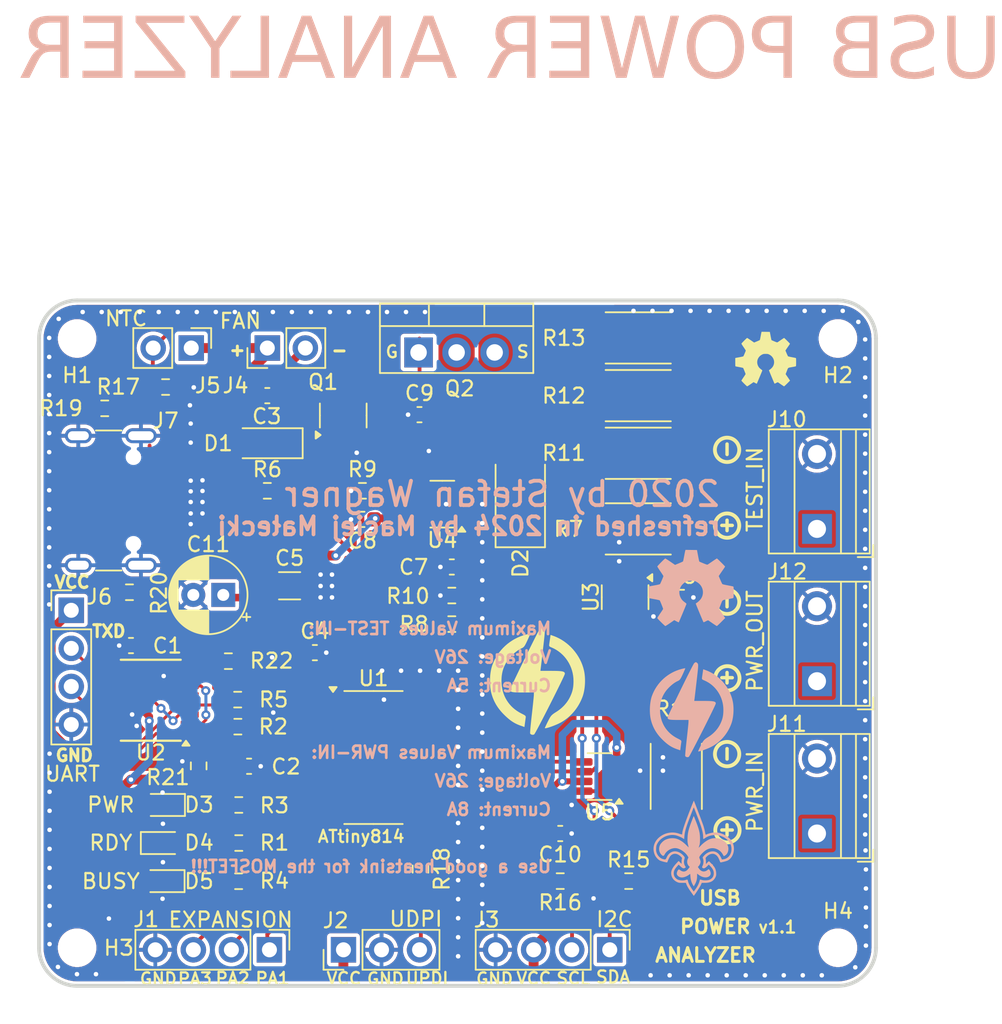
<source format=kicad_pcb>
(kicad_pcb (version 20240108) (generator "pcbnew") (generator_version "8.0")
  (layers (0 "F.Cu" signal) (31 "B.Cu" signal) (34 "B.Paste" user) (35 "F.Paste" user) (36 "B.SilkS" user "B.Silkscreen") (37 "F.SilkS" user "F.Silkscreen") (38 "B.Mask" user) (39 "F.Mask" user) (44 "Edge.Cuts" user))
  (net 0 "")
  (net 1 "SCL")
  (net 2 "SDA")
  (net 3 "+5V")
  (net 4 "GND")
  (net 5 "SHUNT")
  (net 6 "TEST")
  (net 7 "TEST_IN")
  (net 8 "PWR_IN")
  (net 9 "PWR_OUT")
  (net 10 "GATE")
  (net 11 "LED")
  (net 12 "NTC")
  (net 13 "FAN-")
  (net 14 "DAC")
  (net 15 "UPDI")
  (net 16 "PA1")
  (net 17 "PA2")
  (net 18 "PA3")
  (net 19 "FAN")
  (net 20 "RXD")
  (net 21 "TXD")
  (net 22 "Net-(U2-3V3OUT)")
  (net 23 "Net-(U4-IN+)")
  (net 24 "Net-(D2-K)")
  (net 25 "Net-(D3-+)")
  (net 26 "Net-(D4--)")
  (net 27 "Net-(D5-+)")
  (net 28 "Net-(J2-Pad3)")
  (net 30 "Net-(U2-USBDM)")
  (net 31 "Net-(J7-CC1)")
  (net 33 "Net-(U2-USBDP)")
  (net 34 "Net-(J7-CC2)")
  (net 35 "Net-(Q1-G)")
  (net 36 "Net-(U1-TOSC1{slash}PB3)")
  (net 37 "Net-(U1-TOSC2{slash}PB2)")
  (net 42 "Net-(U2-~{CTS})")
  (footprint "Package_TO_SOT_SMD:SOT-23-8" (layer "F.Cu") (at 159.131 99.7966 -90)
    (property "Reference" "U3")
    (property "Value" "INA219")
  )
  (footprint "Capacitor_SMD:C_0603_1608Metric" (layer "F.Cu") (at 162.926 99.812)
    (property "Reference" "C6")
    (property "Value" "100n")
  )
  (footprint "Connector_PinHeader_2.54mm:PinHeader_1x02_P2.54mm_Vertical" (layer "F.Cu") (at 130.16 83.175 -90)
    (property "Reference" "J5")
    (property "Value" "NTC")
  )
  (footprint "Diode_SMD:D_SMA" (layer "F.Cu") (at 152.131 92.954 90)
    (property "Reference" "D2")
    (property "Value" "SS54")
  )
  (footprint "Resistor_SMD:R_0603_1608Metric" (layer "F.Cu") (at 159.37 118.735)
    (property "Reference" "R15")
    (property "Value" "10k")
  )
  (footprint "Resistor_SMD:R_0603_1608Metric" (layer "F.Cu") (at 133.335 116.195 180)
    (property "Reference" "R1")
    (property "Value" "1k")
  )
  (footprint "Capacitor_SMD:C_0603_1608Metric" (layer "F.Cu") (at 126.1364 103.0224)
    (property "Reference" "C1")
    (property "Value" "100n")
  )
  (footprint "LED_SMD:LED_0603_1608Metric" (layer "F.Cu") (at 128.255 113.655 180)
    (property "Reference" "D3")
    (property "Value" "PWR")
  )
  (footprint "Capacitor_SMD:C_0603_1608Metric" (layer "F.Cu") (at 147.559 97.78 180)
    (property "Reference" "C7")
    (property "Value" "100n")
  )
  (footprint "Resistor_SMD:R_0603_1608Metric" (layer "F.Cu") (at 147.559 99.685)
    (property "Reference" "R10")
    (property "Value" "1k5")
  )
  (footprint "Package_TO_SOT_SMD:SOT-23-5" (layer "F.Cu") (at 146.924 93.589 180)
    (property "Reference" "U4")
    (property "Value" "LMV321")
  )
  (footprint "Capacitor_SMD:C_0603_1608Metric" (layer "F.Cu") (at 134.0228 111.0742)
    (property "Reference" "C2")
    (property "Value" "100n")
  )
  (footprint "Connector_USB:USB_C_Receptacle_GCT_USB4105-xx-A_16P_TopMnt_Horizontal" (layer "F.Cu") (at 123.698 93.345 -90)
    (property "Reference" "J7")
    (property "Value" "USB_C_Receptacle_USB2.0_16P")
  )
  (footprint "Resistor_SMD:R_2512_6332Metric" (layer "F.Cu") (at 160.005 90.1954 180)
    (property "Reference" "R11")
    (property "Value" "300m")
  )
  (footprint "Capacitor_SMD:C_0603_1608Metric" (layer "F.Cu") (at 135.24 86.35)
    (property "Reference" "C3")
    (property "Value" "100n")
  )
  (footprint "Connector_PinHeader_2.54mm:PinHeader_1x04_P2.54mm_Vertical" (layer "F.Cu") (at 158.105 123.317 -90)
    (property "Reference" "J3")
    (property "Value" "I2C")
  )
  (footprint "Package_TO_SOT_SMD:SOT-23-8" (layer "F.Cu") (at 157.4292 111.76 180)
    (property "Reference" "U5")
    (property "Value" "INA219")
  )
  (footprint "Resistor_SMD:R_0603_1608Metric" (layer "F.Cu") (at 126.0348 99.4664)
    (property "Reference" "R20")
    (property "Value" "5.1k")
  )
  (footprint "Resistor_SMD:R_0603_1608Metric" (layer "F.Cu") (at 130.6576 111.0488 90)
    (property "Reference" "R21")
    (property "Value" "10k")
  )
  (footprint "Package_SO:SOIC-14_3.9x8.7mm_P1.27mm" (layer "F.Cu") (at 142.3274 110.49)
    (property "Reference" "U1")
    (property "Value" "ATTINY814-SSN")
  )
  (footprint "Capacitor_SMD:C_0603_1608Metric" (layer "F.Cu") (at 141.59 94.605 180)
    (property "Reference" "C8")
    (property "Value" "100n")
  )
  (footprint "Library:TerminalBlock_Xinya_XY301V-5.00-2P_1x02_P5.00mm_Horizontal" (layer "F.Cu") (at 171.943 95.24 90)
    (property "Reference" "J10")
    (property "Value" "TEST_IN")
  )
  (footprint "Resistor_SMD:R_0603_1608Metric" (layer "F.Cu") (at 147.559 101.59 180)
    (property "Reference" "R8")
    (property "Value" "10k")
  )
  (footprint "Package_TO_SOT_THT:TO-220-3_Vertical" (layer "F.Cu") (at 145.3388 83.4696)
    (property "Reference" "Q2")
    (property "Value" "IRL540NPBF")
  )
  (footprint "Library:TerminalBlock_Xinya_XY301V-5.00-2P_1x02_P5.00mm_Horizontal" (layer "F.Cu") (at 171.943 105.4 90)
    (property "Reference" "J12")
    (property "Value" "PWR_OUT")
  )
  (footprint "MountingHole:MountingHole_2.2mm_M2" (layer "F.Cu") (at 122.54 123.18)
    (property "Reference" "H3")
    (property "Value" "MountingHole")
  )
  (footprint "Resistor_SMD:R_0603_1608Metric" (layer "F.Cu") (at 141.59 92.7)
    (property "Reference" "R9")
    (property "Value" "10k")
  )
  (footprint "Resistor_SMD:R_0603_1608Metric" (layer "F.Cu") (at 133.2738 108.4326 180)
    (property "Reference" "R2")
    (property "Value" "1k")
  )
  (footprint "Resistor_SMD:R_2512_6332Metric" (layer "F.Cu") (at 160.005 86.35 180)
    (property "Reference" "R12")
    (property "Value" "300m")
  )
  (footprint "Diode_SMD:D_SOD-123" (layer "F.Cu") (at 135.24 89.525 180)
    (property "Reference" "D1")
    (property "Value" "1N4148W")
  )
  (footprint "Resistor_SMD:R_0603_1608Metric" (layer "F.Cu") (at 132.6388 104.0638 180)
    (property "Reference" "R22")
    (property "Value" "10k")
  )
  (footprint "Capacitor_SMD:C_0603_1608Metric" (layer "F.Cu") (at 145.4 87.62)
    (property "Reference" "C9")
    (property "Value" "1u")
  )
  (footprint "Resistor_SMD:R_0603_1608Metric" (layer "F.Cu") (at 133.3246 118.745 180)
    (property "Reference" "R4")
    (property "Value" "1k")
  )
  (footprint "Resistor_SMD:R_2512_6332Metric" (layer "F.Cu") (at 160.005 82.4992 180)
    (property "Reference" "R13")
    (property "Value" "300m")
  )
  (footprint "Connector_PinHeader_2.54mm:PinHeader_1x04_P2.54mm_Vertical" (layer "F.Cu") (at 135.382 123.317 -90)
    (property "Reference" "J1")
    (property "Value" "EXPANSION")
  )
  (footprint "Resistor_SMD:R_0603_1608Metric" (layer "F.Cu") (at 124.3838 87.1982 180)
    (property "Reference" "R19")
    (property "Value" "5.1k")
  )
  (footprint "Connector_PinHeader_2.54mm:PinHeader_1x02_P2.54mm_Vertical" (layer "F.Cu") (at 135.24 83.175 90)
    (property "Reference" "J4")
    (property "Value" "FAN")
  )
  (footprint "Resistor_SMD:R_0603_1608Metric" (layer "F.Cu") (at 145.4658 117.9322 -90)
    (property "Reference" "R18")
    (property "Value" "1k")
  )
  (footprint "Resistor_SMD:R_0603_1608Metric" (layer "F.Cu") (at 133.335 113.655 180)
    (property "Reference" "R3")
    (property "Value" "1k")
  )
  (footprint "Connector_PinHeader_2.54mm:PinHeader_1x03_P2.54mm_Vertical" (layer "F.Cu") (at 140.3246 123.317 90)
    (property "Reference" "J2")
    (property "Value" "UDPI")
  )
  (footprint "Library:TerminalBlock_Xinya_XY301V-5.00-2P_1x02_P5.00mm_Horizontal" (layer "F.Cu") (at 171.943 115.56 90)
    (property "Reference" "J11")
    (property "Value" "PWR_IN")
  )
  (footprint "MountingHole:MountingHole_2.2mm_M2" (layer "F.Cu") (at 173.34 123.18)
    (property "Reference" "H4")
    (property "Value" "MountingHole")
  )
  (footprint "LED_SMD:LED_0603_1608Metric" (layer "F.Cu") (at 128.2296 118.735 180)
    (property "Reference" "D5")
    (property "Value" "BUSY")
  )
  (footprint "Package_SO:SSOP-16_3.9x4.9mm_P0.635mm" (layer "F.Cu") (at 127.4572 106.67 180)
    (property "Reference" "U2")
    (property "Value" "FT230XS")
  )
  (footprint "Package_TO_SOT_SMD:SOT-23-3" (layer "F.Cu") (at 140.3096 87.6753 90)
    (property "Reference" "Q1")
    (property "Value" "SI2302")
  )
  (footprint "Resistor_SMD:R_0603_1608Metric" (layer "F.Cu") (at 133.2616 106.6292 180)
    (property "Reference" "R5")
    (property "Value" "1k")
  )
  (footprint "Capacitor_SMD:C_0603_1608Metric" (layer "F.Cu") (at 154.798 115.56)
    (property "Reference" "C10")
    (property "Value" "100n")
  )
  (footprint "Resistor_SMD:R_0603_1608Metric" (layer "F.Cu") (at 128.4478 85.7758)
    (property "Reference" "R17")
    (property "Value" "10k")
  )
  (footprint "LED_SMD:LED_0603_1608Metric" (layer "F.Cu") (at 128.2804 116.195)
    (property "Reference" "D4")
    (property "Value" "RDY")
  )
  (footprint "Resistor_SMD:R_0603_1608Metric" (layer "F.Cu") (at 135.24 92.7)
    (property "Reference" "R6")
    (property "Value" "1k")
  )
  (footprint "Resistor_SMD:R_2512_6332Metric" (layer "F.Cu") (at 162.545 111.75 -90)
    (property "Reference" "R14")
    (property "Value" "8m")
  )
  (footprint "Connector_PinHeader_2.54mm:PinHeader_1x04_P2.54mm_Vertical" (layer "F.Cu") (at 122.1486 100.6702)
    (property "Reference" "J6")
    (property "Value" "UART")
  )
  (footprint "MountingHole:MountingHole_2.2mm_M2" (layer "F.Cu") (at 173.34 82.54)
    (property "Reference" "H2")
    (property "Value" "MountingHole")
  )
  (footprint "Resistor_SMD:R_0603_1608Metric" (layer "F.Cu") (at 154.798 118.735 180)
    (property "Reference" "R16")
    (property "Value" "10k")
  )
  (footprint "MountingHole:MountingHole_2.2mm_M2" (layer "F.Cu") (at 122.54 82.54)
    (property "Reference" "H1")
    (property "Value" "MountingHole")
  )
  (footprint "Capacitor_SMD:C_1206_3216Metric" (layer "F.Cu") (at 136.7282 99.0346)
    (property "Reference" "C5")
    (property "Value" "47u")
  )
  (footprint "Capacitor_SMD:C_0603_1608Metric" (layer "F.Cu") (at 138.415 103.495)
    (property "Reference" "C4")
    (property "Value" "100n")
  )
  (footprint "Resistor_SMD:R_2512_6332Metric" (layer "F.Cu") (at 160.005 95.24)
    (property "Reference" "R7")
    (property "Value" "8m")
  )
  (footprint "Capacitor_THT:CP_Radial_D5.0mm_P2.00mm" (layer "F.Cu") (at 132.298513 99.6442 180)
    (property "Reference" "C11")
    (property "Value" "100u")
  )
  (gr_poly (pts (xy 163.1479 96.6807) (xy 163.146011 96.686703) (xy 163.143559 96.695922) (xy 163.140583 96.708165) (xy 163.137121 96.72324) (xy 163.133213 96.740956) (xy 163.128898 96.761119) (xy 163.124213 96.78354) (xy 163.1192 96.808025) (xy 163.113895 96.834382) (xy 163.108339 96.86242) (xy 163.10257 96.891947) (xy 163.096628 96.922771) (xy 163.09055 96.954701) (xy 163.084377 96.987543) (xy 163.078147 97.021106) (xy 163.0719 97.0552) (xy 163.065647 97.089182) (xy 163.059403 97.122421) (xy 163.053208 97.154736) (xy 163.0471 97.185946) (xy 163.041118 97.215871) (xy 163.035302 97.24433) (xy 163.029691 97.271141) (xy 163.024325 97.296125) (xy 163.019242 97.319099) (xy 163.014482 97.339885) (xy 163.010084 97.358301) (xy 163.006087 97.374165) (xy 163.002531 97.387298) (xy 162.999455 97.397519) (xy 162.996898 97.404646) (xy 162.9949 97.4085) (xy 162.986335 97.414825) (xy 162.978398 97.419429) (xy 162.968212 97.424906) (xy 162.955917 97.431191) (xy 162.941652 97.438221) (xy 162.925558 97.445928) (xy 162.907775 97.45425) (xy 162.888442 97.463119) (xy 162.8677 97.472472) (xy 162.845689 97.482244) (xy 162.82255 97.492368) (xy 162.79842 97.502781) (xy 162.773442 97.513417) (xy 162.747755 97.524212) (xy 162.7215 97.5351) (xy 162.4645 97.6409) (xy 162.1506 97.4265) (xy 162.118503 97.40468) (xy 162.087053 97.38347) (xy 162.056424 97.362979) (xy 162.026789 97.343318) (xy 161.998321 97.324597) (xy 161.971195 97.306926) (xy 161.945584 97.290415) (xy 161.921662 97.275175) (xy 161.899602 97.261314) (xy 161.879577 97.248945) (xy 161.861762 97.238176) (xy 161.846329 97.229118) (xy 161.833453 97.221882) (xy 161.823307 97.216576) (xy 161.816065 97.213312) (xy 161.8119 97.2122) (xy 161.800318 97.217842) (xy 161.779266 97.233824) (xy 161.750151 97.258725) (xy 161.714384 97.291126) (xy 161.673375 97.329607) (xy 161.628535 97.372749) (xy 161.581273 97.419132) (xy 161.533 97.467337) (xy 161.485124 97.515944) (xy 161.439058 97.563533) (xy 161.39621 97.608684) (xy 161.35799 97.649979) (xy 161.325809 97.685998) (xy 161.301077 97.71532) (xy 161.285204 97.736528) (xy 161.2796 97.7482) (xy 161.283749 97.759731) (xy 161.28878 97.769649) (xy 161.295642 97.782117) (xy 161.30423 97.796967) (xy 161.314441 97.814035) (xy 161.32617 97.833155) (xy 161.339312 97.854162) (xy 161.353763 97.87689) (xy 161.369419 97.901175) (xy 161.386175 97.92685) (xy 161.403926 97.953751) (xy 161.422569 97.981712) (xy 161.441998 98.010567) (xy 161.46211 98.040151) (xy 161.4828 98.0703) (xy 161.503506 98.100446) (xy 161.52363 98.129988) (xy 161.543067 98.158764) (xy 161.561715 98.186609) (xy 161.579469 98.213361) (xy 161.596224 98.238856) (xy 161.611877 98.262932) (xy 161.626325 98.285425) (xy 161.639461 98.306171) (xy 161.651184 98.325008) (xy 161.661389 98.341773) (xy 161.669971 98.356303) (xy 161.676828 98.368433) (xy 161.681854 98.378001) (xy 161.684946 98.384845) (xy 161.686 98.3888) (xy 161.683715 98.400181) (xy 161.677232 98.420593) (xy 161.667109 98.44873) (xy 161.653903 98.483285) (xy 161.638171 98.522955) (xy 161.620472 98.566432) (xy 161.601362 98.612411) (xy 161.5814 98.659587) (xy 161.561142 98.706654) (xy 161.541146 98.752306) (xy 161.52197 98.795238) (xy 161.504171 98.834145) (xy 161.488307 98.86772) (xy 161.474936 98.894658) (xy 161.464614 98.913653) (xy 161.4579 98.9234) (xy 161.44816 98.928601) (xy 161.439498 98.931815) (xy 161.428506 98.93539) (xy 161.415332 98.939289) (xy 161.400124 98.943477) (xy 161.38303 98.947918) (xy 161.3642 98.952575) (xy 161.34378 98.957412) (xy 161.321919 98.962394) (xy 161.298766 98.967484) (xy 161.274468 98.972646) (xy 161.249175 98.977845) (xy 161.223033 98.983044) (xy 161.196192 98.988208) (xy 161.1688 98.9933) (xy 161.141014 98.998382) (xy 161.113019 99.003518) (xy 161.085003 99.008673) (xy 161.057153 99.013812) (xy 161.029655 99.018899) (xy 161.002697 99.0239) (xy 160.976466 99.028778) (xy 160.95115 99.0335) (xy 160.926935 99.038029) (xy 160.904008 99.042331) (xy 160.882558 99.04637) (xy 160.862771 99.050112) (xy 160.844835 99.053521) (xy 160.828936 99.056562) (xy 160.815262 99.0592) (xy 160.804 99.0614) (xy 160.707 99.0806) (xy 160.707 99.4659) (xy 160.707038 99.528083) (xy 160.707177 99.583291) (xy 160.707452 99.631947) (xy 160.707898 99.674475) (xy 160.708549 99.711297) (xy 160.709441 99.742839) (xy 160.710609 99.769524) (xy 160.712087 99.791775) (xy 160.713911 99.810015) (xy 160.716116 99.824669) (xy 160.718736 99.83616) (xy 160.721807 99.844912) (xy 160.725364 99.851348) (xy 160.729442 99.855892) (xy 160.734075 99.858968) (xy 160.7393 99.861) (xy 160.744273 99.862302) (xy 160.752397 99.864159) (xy 160.76349 99.866538) (xy 160.777368 99.869403) (xy 160.793851 99.872718) (xy 160.812755 99.876451) (xy 160.833899 99.880564) (xy 160.8571 99.885025) (xy 160.882175 99.889796) (xy 160.908944 99.894845) (xy 160.937223 99.900136) (xy 160.966831 99.905634) (xy 160.997584 99.911304) (xy 161.029302 99.917112) (xy 161.061801 99.923022) (xy 161.0949 99.929) (xy 161.127944 99.935053) (xy 161.160284 99.941147) (xy 161.191742 99.947244) (xy 161.222142 99.953301) (xy 161.251306 99.959279) (xy 161.279057 99.965138) (xy 161.305218 99.970838) (xy 161.329612 99.976337) (xy 161.352062 99.981596) (xy 161.372391 99.986575) (xy 161.390421 99.991232) (xy 161.405976 99.995529) (xy 161.418878 99.999425) (xy 161.428951 100.002878) (xy 161.436017 100.00585) (xy 161.4399 100.0083) (xy 161.446082 100.017833) (xy 161.456 100.037495) (xy 161.469082 100.06586) (xy 161.484759 100.101501) (xy 161.502459 100.142993) (xy 161.521613 100.188909) (xy 161.54165 100.237824) (xy 161.562 100.288312) (xy 161.582091 100.338946) (xy 161.601355 100.3883) (xy 161.619219 100.434949) (xy 161.635115 100.477467) (xy 161.648471 100.514426) (xy 161.658718 100.544402) (xy 161.665284 100.565969) (xy 161.6676 100.5777) (xy 161.66364 100.587173) (xy 161.65884 100.595942) (xy 161.652292 100.607193) (xy 161.644095 100.620772) (xy 161.63435 100.636523) (xy 161.623156 100.654292) (xy 161.610612 100.673925) (xy 161.596817 100.695266) (xy 161.581872 100.71816) (xy 161.565875 100.742455) (xy 161.548926 100.767993) (xy 161.531125 100.794622) (xy 161.51257 100.822185) (xy 161.493362 100.85053) (xy 161.4736 100.8795) (xy 161.453837 100.908484) (xy 161.434629 100.936908) (xy 161.416074 100.964612) (xy 161.398273 100.991439) (xy 161.381324 101.01723) (xy 161.365327 101.041828) (xy 161.350382 101.065075) (xy 161.336587 101.086812) (xy 161.324043 101.106882) (xy 161.312849 101.125125) (xy 161.303104 101.141386) (xy 161.294907 101.155504) (xy 161.288359 101.167323) (xy 161.283559 101.176684) (xy 161.280606 101.183429) (xy 161.2796 101.1874) (xy 161.285248 101.199061) (xy 161.301246 101.220168) (xy 161.326175 101.249316) (xy 161.358612 101.285095) (xy 161.397139 101.326099) (xy 161.440334 101.37092) (xy 161.486778 101.418152) (xy 161.53505 101.466387) (xy 161.583729 101.514217) (xy 161.631396 101.560236) (xy 161.676631 101.603036) (xy 161.718012 101.64121) (xy 161.75412 101.673351) (xy 161.783534 101.698051) (xy 161.804834 101.713903) (xy 161.8166 101.7195) (xy 161.828119 101.715503) (xy 161.837864 101.710659) (xy 161.850051 101.70405) (xy 161.864522 101.695776) (xy 161.881116 101.685939) (xy 161.899675 101.674639) (xy 161.920037 101.661975) (xy 161.942043 101.648047) (xy 161.965534 101.632957) (xy 161.990349 101.616803) (xy 162.016329 101.599687) (xy 162.043314 101.581708) (xy 162.071144 101.562967) (xy 162.099659 101.543564) (xy 162.1287 101.5236) (xy 162.4124 101.3277) (xy 162.5584 101.4054) (xy 162.573308 101.413275) (xy 162.587903 101.420827) (xy 162.602106 101.428021) (xy 162.615835 101.434823) (xy 162.629011 101.441198) (xy 162.641553 101.447111) (xy 162.65338 101.452527) (xy 162.664412 101.457412) (xy 162.674569 101.461731) (xy 162.68377 101.465449) (xy 162.691934 101.468532) (xy 162.698982 101.470945) (xy 162.704833 101.472653) (xy 162.712622 101.473815) (xy 162.7144 101.4732) (xy 162.720648 101.460209) (xy 162.735661 101.426036) (xy 162.758286 101.373435) (xy 162.787368 101.30516) (xy 162.821754 101.223966) (xy 162.860291 101.132608) (xy 162.901824 101.033838) (xy 162.9452 100.930412) (xy 162.989264 100.825084) (xy 163.032864 100.720609) (xy 163.074846 100.61974) (xy 163.114056 100.525232) (xy 163.14934 100.43984) (xy 163.179544 100.366318) (xy 163.203515 100.307419) (xy 163.2201 100.2659) (xy 163.222365 100.259444) (xy 163.223879 100.253306) (xy 163.224539 100.24736) (xy 163.224239 100.241481) (xy 163.222875 100.235543) (xy 163.220344 100.229421) (xy 163.216541 100.22299) (xy 163.211362 100.216125) (xy 163.204703 100.208699) (xy 163.19646 100.200587) (xy 163.186528 100.191665) (xy 163.174804 100.181806) (xy 163.161183 100.170885) (xy 163.145562 100.158778) (xy 163.127835 100.145358) (xy 163.1079 100.1305) (xy 163.081 100.110178) (xy 163.055741 100.090277) (xy 163.03203 100.07069) (xy 163.009775 100.051307) (xy 162.988883 100.032022) (xy 162.969264 100.012724) (xy 162.950825 99.993307) (xy 162.933475 99.973662) (xy 162.91712 99.95368) (xy 162.901669 99.933254) (xy 162.88703 99.912275) (xy 162.873112 99.890635) (xy 162.859822 99.868226) (xy 162.847067 99.844939) (xy 162.834757 99.820666) (xy 162.8228 99.7953) (xy 162.792992 99.720387) (xy 162.771254 99.644681) (xy 162.757412 99.568636) (xy 162.751292 99.49271) (xy 162.75272 99.417361) (xy 162.761524 99.343044) (xy 162.777529 99.270217) (xy 162.800562 99.199337) (xy 162.830449 99.13086) (xy 162.867017 99.065244) (xy 162.910092 99.002945) (xy 162.959501 98.94442) (xy 163.01507 98.890126) (xy 163.076625 98.84052) (xy 163.143992 98.796059) (xy 163.217 98.7572) (xy 163.237377 98.74765) (xy 163.255977 98.739208) (xy 163.273178 98.731804) (xy 163.28936 98.725371) (xy 163.304905 98.719842) (xy 163.320192 98.715149) (xy 163.335601 98.711224) (xy 163.351512 98.708) (xy 163.368306 98.705408) (xy 163.386362 98.703381) (xy 163.406061 98.701852) (xy 163.427782 98.700753) (xy 163.451907 98.700015) (xy 163.478815 98.699573) (xy 163.508885 98.699356) (xy 163.5425 98.6993) (xy 163.576113 98.699356) (xy 163.60618 98.699572) (xy 163.633078 98.700012) (xy 163.657182 98.700745) (xy 163.678871 98.701837) (xy 163.698521 98.703355) (xy 163.716509 98.705366) (xy 163.733212 98.707937) (xy 163.749007 98.711135) (xy 163.76427 98.715027) (xy 163.779379 98.71968) (xy 163.79471 98.72516) (xy 163.810641 98.731536) (xy 163.827549 98.738873) (xy 163.845809 98.747238) (xy 163.8658 98.7567) (xy 163.957213 98.807339) (xy 164.038933 98.866534) (xy 164.110798 98.933294) (xy 164.172646 99.006629) (xy 164.224317 99.085549) (xy 164.265649 99.169063) (xy 164.29648 99.256181) (xy 164.31665 99.345912) (xy 164.325995 99.437266) (xy 164.324356 99.529253) (xy 164.311571 99.620882) (xy 164.287478 99.711164) (xy 164.251915 99.799106) (xy 164.204723 99.88372) (xy 164.145738 99.964015) (xy 164.0748 100.039) (xy 164.062551 100.050334) (xy 164.050087 100.06164) (xy 164.037498 100.072846) (xy 164.02487 100.083882) (xy 164.012292 100.094678) (xy 163.999852 100.105162) (xy 163.987637 100.115263) (xy 163.975737 100.124912) (xy 163.964239 100.134037) (xy 163.95323 100.142567) (xy 163.9428 100.150432) (xy 163.933035 100.15756) (xy 163.924025 100.163882) (xy 163.915857 100.169327) (xy 163.908619 100.173823) (xy 163.9024 100.1773) (xy 163.896787 100.180284) (xy 163.891333 100.18337) (xy 163.886063 100.186535) (xy 163.881007 100.189754) (xy 163.876194 100.193003) (xy 163.87165 100.196258) (xy 163.867405 100.199494) (xy 163.863487 100.202687) (xy 163.856744 100.208849) (xy 163.851648 100.214551) (xy 163.848424 100.219599) (xy 163.8473 100.2238) (xy 163.852892 100.241658) (xy 163.868716 100.283595) (xy 163.893339 100.34616) (xy 163.925329 100.425901) (xy 163.963256 100.519368) (xy 164.005687 100.623109) (xy 164.051191 100.733674) (xy 164.098337 100.847612) (xy 164.145692 100.961471) (xy 164.191826 101.0718) (xy 164.235306 101.175149) (xy 164.274701 101.268067) (xy 164.30858 101.347101) (xy 164.33551 101.408802) (xy 164.35406 101.449719) (xy 164.3628 101.4664) (xy 164.368566 101.467772) (xy 164.379515 101.466057) (xy 164.386733 101.46412) (xy 164.395006 101.461504) (xy 164.404255 101.458241) (xy 164.4144 101.454362) (xy 164.42536 101.449898) (xy 164.437055 101.444881) (xy 164.449407 101.439341) (xy 164.462334 101.43331) (xy 164.475757 101.42682) (xy 164.489595 101.4199) (xy 164.503769 101.412583) (xy 164.5182 101.4049) (xy 164.533541 101.396762) (xy 164.548479 101.38909) (xy 164.562954 101.381904) (xy 164.576909 101.375226) (xy 164.590286 101.369079) (xy 164.603028 101.363484) (xy 164.615077 101.358462) (xy 164.626375 101.354037) (xy 164.636864 101.350229) (xy 164.646487 101.347061) (xy 164.655185 101.344553) (xy 164.662903 101.342729) (xy 164.66958 101.34161) (xy 164.675161 101.341217) (xy 164.6828 101.3427) (xy 164.692883 101.34918) (xy 164.701639 101.354993) (xy 164.712675 101.362389) (xy 164.725843 101.371266) (xy 164.740997 101.381524) (xy 164.75799 101.393065) (xy 164.776675 101.405787) (xy 164.796904 101.419591) (xy 164.81853 101.434376) (xy 164.841407 101.450043) (xy 164.865387 101.466492) (xy 164.890323 101.483622) (xy 164.916069 101.501333) (xy 164.942477 101.519526) (xy 164.9694 101.5381) (xy 164.996322 101.556583) (xy 165.02273 101.574548) (xy 165.048476 101.5919) (xy 165.073412 101.608546) (xy 165.097392 101.624395) (xy 165.120269 101.639353) (xy 165.141895 101.653327) (xy 165.162125 101.666225) (xy 165.180809 101.677952) (xy 165.197802 101.688418) (xy 165.212956 101.697528) (xy 165.226125 101.70519) (xy 165.23716 101.711311) (xy 165.245916 101.715798) (xy 165.252245 101.718559) (xy 165.256 101.7195) (xy 165.266156 101.714043) (xy 165.275 101.707429) (xy 165.286157 101.698406) (xy 165.299478 101.687112) (xy 165.314814 101.673684) (xy 165.332017 101.658259) (xy 165.350937 101.640975) (xy 165.371426 101.621967) (xy 165.393336 101.601375) (xy 165.416518 101.579333) (xy 165.440823 101.555981) (xy 165.466102 101.531454) (xy 165.492207 101.50589) (xy 165.518989 101.479426) (xy 165.5463 101.4522) (xy 165.8131 101.1849) (xy 165.7212 101.0505) (xy 165.711253 101.035928) (xy 165.70042 101.020068) (xy 165.688808 101.003073) (xy 165.676521 100.985098) (xy 165.663667 100.966297) (xy 165.650349 100.946825) (xy 165.636675 100.926837) (xy 165.62275 100.906487) (xy 165.608679 100.885929) (xy 165.594569 100.865319) (xy 165.580525 100.84481) (xy 165.566653 100.824557) (xy 165.553058 100.804715) (xy 165.539848 100.785439) (xy 165.527126 100.766882) (xy 165.515 100.7492) (xy 165.4006 100.5824) (xy 165.5142 100.2917) (xy 165.536838 100.232771) (xy 165.555958 100.182052) (xy 165.572615 100.138798) (xy 165.587865 100.102267) (xy 165.602765 100.071714) (xy 165.618371 100.046395) (xy 165.635739 100.025567) (xy 165.655925 100.008487) (xy 165.679985 99.99441) (xy 165.708975 99.982593) (xy 165.743952 99.972292) (xy 165.785971 99.962764) (xy 165.83609 99.953264) (xy 165.895363 99.943049) (xy 165.964848 99.931375) (xy 166.0456 99.9175) (xy 166.07489 99.912275) (xy 166.103593 99.907013) (xy 166.13155 99.901749) (xy 166.158603 99.896517) (xy 166.184592 99.891352) (xy 166.209361 99.88629) (xy 166.232749 99.881365) (xy 166.2546 99.876612) (xy 166.274753 99.872067) (xy 166.293051 99.867764) (xy 166.309335 99.863739) (xy 166.323446 99.860026) (xy 166.335227 99.856661) (xy 166.344519 99.853678) (xy 166.351162 99.851112) (xy 166.355 99.849) (xy 166.360902 99.839707) (xy 166.363481 99.8317) (xy 166.365823 99.821287) (xy 166.367934 99.808343) (xy 166.369823 99.792742) (xy 166.371496 99.774361) (xy 166.372962 99.753075) (xy 166.374227 99.728757) (xy 166.375299 99.701285) (xy 166.376186 99.670532) (xy 166.376895 99.636375) (xy 166.377433 99.598687) (xy 166.377808 99.557346) (xy 166.378028 99.512225) (xy 166.3781 99.4632) (xy 166.378085 99.399097) (xy 166.378002 99.342888) (xy 166.377791 99.294027) (xy 166.377393 99.251967) (xy 166.376749 99.216161) (xy 166.3758 99.186065) (xy 166.374487 99.16113) (xy 166.37275 99.140812) (xy 166.370529 99.124564) (xy 166.367767 99.111839) (xy 166.364404 99.102092) (xy 166.360381 99.094776) (xy 166.355638 99.089345) (xy 166.350116 99.085253) (xy 166.343756 99.081953) (xy 166.3365 99.0789) (xy 166.330599 99.076908) (xy 166.321571 99.074372) (xy 166.309604 99.071329) (xy 166.294884 99.06782) (xy 166.277599 99.063882) (xy 166.257936 99.059555) (xy 166.236082 99.054877) (xy 166.212225 99.049887) (xy 166.186551 99.044624) (xy 166.159248 99.039127) (xy 166.130502 99.033435) (xy 166.100503 99.027585) (xy 166.069435 99.021619) (xy 166.037487 99.015573) (xy 166.004846 99.009487) (xy 165.9717 99.0034) (xy 165.93864 98.997278) (xy 165.906256 98.99109) (xy 165.874726 98.984879) (xy 165.844229 98.978687) (xy 165.814943 98.972556) (xy 165.787047 98.966528) (xy 165.760718 98.960645) (xy 165.736137 98.95495) (xy 165.713481 98.949484) (xy 165.692929 98.94429) (xy 165.674659 98.93941) (xy 165.658851 98.934887) (xy 165.645682 98.930762) (xy 165.635332 98.927078) (xy 165.627978 98.923876) (xy 165.6238 98.9212) (xy 165.616607 98.911332) (xy 165.611543 98.902784) (xy 165.605593 98.892018) (xy 165.598825 98.879179) (xy 165.591308 98.864408) (xy 165.58311 98.847851) (xy 165.5743 98.82965) (xy 165.564945 98.809948) (xy 165.555116 98.788891) (xy 165.54488 98.76662) (xy 165.534306 98.743281) (xy 165.523462 98.719015) (xy 165.512417 98.693967) (xy 165.50124 98.668281) (xy 165.49 98.6421) (xy 165.3809 98.3861) (xy 165.448 98.2841) (xy 165.455587 98.272618) (xy 165.464439 98.259354) (xy 165.474447 98.244465) (xy 165.485503 98.22811) (xy 165.497497 98.210447) (xy 165.510321 98.191633) (xy 165.523866 98.171827) (xy 165.538025 98.151187) (xy 165.552686 98.129871) (xy 165.567744 98.108036) (xy 165.583087 98.085841) (xy 165.598609 98.063445) (xy 165.6142 98.041004) (xy 165.629751 98.018678) (xy 165.645154 97.996624) (xy 165.6603 97.975) (xy 165.67508 97.953844) (xy 165.689446 97.933128) (xy 165.703323 97.912966) (xy 165.716637 97.893471) (xy 165.729314 97.874759) (xy 165.741278 97.856941) (xy 165.752457 97.840134) (xy 165.762775 97.82445) (xy 165.772157 97.810003) (xy 165.78053 97.796908) (xy 165.787819 97.785278) (xy 165.79395 97.775228) (xy 165.798847 97.766871) (xy 165.802438 97.760321) (xy 165.804647 97.755693) (xy 165.8054 97.7531) (xy 165.799511 97.743334) (xy 165.782848 97.723426) (xy 165.756912 97.694864) (xy 165.723203 97.659134) (xy 165.683223 97.617721) (xy 165.638474 97.572112) (xy 165.590457 97.523792) (xy 165.540675 97.47425) (xy 165.490627 97.424969) (xy 165.441816 97.377437) (xy 165.395742 97.333141) (xy 165.353909 97.293565) (xy 165.317816 97.260197) (xy 165.288966 97.234523) (xy 165.26886 97.218028) (xy 165.259 97.2122) (xy 165.249278 97.216177) (xy 165.240396 97.220999) (xy 165.22904 97.227576) (xy 165.215365 97.235809) (xy 165.199526 97.245596) (xy 165.181677 97.256839) (xy 165.161975 97.269437) (xy 165.140573 97.28329) (xy 165.117626 97.298298) (xy 165.093291 97.314361) (xy 165.067721 97.331379) (xy 165.041072 97.349252) (xy 165.013499 97.36788) (xy 164.985156 97.387162) (xy 164.9562 97.407) (xy 164.927166 97.426949) (xy 164.898601 97.446524) (xy 164.870665 97.465616) (xy 164.843521 97.484115) (xy 164.817333 97.501912) (xy 164.792262 97.518898) (xy 164.768472 97.534964) (xy 164.746125 97.55) (xy 164.725382 97.563896) (xy 164.706408 97.576544) (xy 164.689365 97.587835) (xy 164.674415 97.597659) (xy 164.661721 97.605906) (xy 164.651445 97.612469) (xy 164.643751 97.617236) (xy 164.6388 97.6201) (xy 164.633383 97.622339) (xy 164.626908 97.623745) (xy 164.619242 97.624276) (xy 164.610251 97.623893) (xy 164.599803 97.622557) (xy 164.587765 97.620226) (xy 164.574004 97.616862) (xy 164.558387 97.612425) (xy 164.540781 97.606874) (xy 164.521054 97.60017) (xy 164.499073 97.592273) (xy 164.474704 97.583143) (xy 164.447815 97.572741) (xy 164.418274 97.561026) (xy 164.385946 97.547959) (xy 164.3507 97.5335) (xy 164.324758 97.522772) (xy 164.299413 97.512228) (xy 164.274802 97.501927) (xy 164.25106 97.491931) (xy 164.228326 97.482297) (xy 164.206736 97.473087) (xy 164.186428 97.464359) (xy 164.167537 97.456175) (xy 164.150201 97.448592) (xy 164.134558 97.441671) (xy 164.120743 97.435473) (xy 164.108895 97.430056) (xy 164.099149 97.42548) (xy 164.091643 97.421806) (xy 164.086515 97.419092) (xy 164.0839 97.4174) (xy 164.07986 97.407409) (xy 164.076871 97.396965) (xy 164.073293 97.383154) (xy 164.06917 97.366176) (xy 164.064542 97.346231) (xy 164.059455 97.323518) (xy 164.05395 97.298237) (xy 164.048069 97.270588) (xy 164.041857 97.24077) (xy 164.035354 97.208983) (xy 164.028606 97.175426) (xy 164.021653 97.1403) (xy 164.014539 97.103804) (xy 164.007307 97.066137) (xy 164 97.0275) (xy 163.9289 96.6488) (xy 163.5461 96.6438) (xy 163.1632 96.6388)) (fill solid) (layer "B.SilkS"))
  (gr_poly (pts (xy 163.729058 113.388116) (xy 163.749958 113.438345) (xy 163.780559 113.514748) (xy 163.819323 113.613284) (xy 163.864709 113.729912) (xy 163.915179 113.860593) (xy 163.969193 114.001285) (xy 164.025212 114.14795) (xy 164.081696 114.296545) (xy 164.137106 114.443031) (xy 164.189902 114.583368) (xy 164.238545 114.713515) (xy 164.281496 114.829432) (xy 164.317215 114.927079) (xy 164.344162 115.002415) (xy 164.3608 115.0514) (xy 164.367953 115.074257) (xy 164.375278 115.098441) (xy 164.382719 115.123741) (xy 164.390225 115.149948) (xy 164.397739 115.176853) (xy 164.405209 115.204247) (xy 164.41258 115.231919) (xy 164.4198 115.259662) (xy 164.426812 115.287265) (xy 164.433565 115.31452) (xy 164.440004 115.341216) (xy 164.446075 115.367145) (xy 164.451723 115.392097) (xy 164.456896 115.415863) (xy 164.46154 115.438234) (xy 164.4656 115.459) (xy 164.471608 115.490509) (xy 164.477056 115.518342) (xy 164.48203 115.542691) (xy 164.486618 115.563748) (xy 164.490909 115.581706) (xy 164.49499 115.596758) (xy 164.498949 115.609095) (xy 164.502875 115.618912) (xy 164.506854 115.6264) (xy 164.510975 115.631752) (xy 164.519993 115.63682) (xy 164.525067 115.63692) (xy 164.530634 115.635655) (xy 164.536782 115.633217) (xy 164.5436 115.6298) (xy 164.561025 115.621038) (xy 164.581019 115.611984) (xy 164.603306 115.602719) (xy 164.62761 115.593325) (xy 164.653658 115.583883) (xy 164.681175 115.574478) (xy 164.709884 115.565189) (xy 164.739512 115.5561) (xy 164.769783 115.547291) (xy 164.800423 115.538846) (xy 164.831156 115.530847) (xy 164.861707 115.523375) (xy 164.891802 115.516512) (xy 164.921166 115.51034) (xy 164.949523 115.504942) (xy 164.9766 115.5004) (xy 165.075025 115.489926) (xy 165.175057 115.48847) (xy 165.275936 115.495636) (xy 165.3769 115.511032) (xy 165.477188 115.534264) (xy 165.576042 115.564938) (xy 165.672699 115.60266) (xy 165.7664 115.647037) (xy 165.856383 115.697676) (xy 165.941889 115.754182) (xy 166.022156 115.816162) (xy 166.096425 115.883223) (xy 166.163934 115.954971) (xy 166.223923 116.031012) (xy 166.275632 116.110953) (xy 166.3183 116.1944) (xy 166.349886 116.276178) (xy 166.373286 116.360422) (xy 166.388729 116.446359) (xy 166.396445 116.533217) (xy 166.396664 116.620221) (xy 166.389616 116.7066) (xy 166.37553 116.791579) (xy 166.354637 116.874387) (xy 166.327166 116.95425) (xy 166.293347 117.030395) (xy 166.253411 117.102049) (xy 166.207585 117.168439) (xy 166.156102 117.228792) (xy 166.09919 117.282335) (xy 166.037079 117.328295) (xy 165.97 117.3659) (xy 165.948475 117.375224) (xy 165.921527 117.385347) (xy 165.890072 117.396042) (xy 165.855029 117.407084) (xy 165.817316 117.418246) (xy 165.777851 117.429304) (xy 165.737552 117.44003) (xy 165.697337 117.4502) (xy 165.658124 117.459586) (xy 165.620831 117.467964) (xy 165.586375 117.475107) (xy 165.555676 117.48079) (xy 165.529651 117.484787) (xy 165.509218 117.486871) (xy 165.495295 117.486817) (xy 165.4888 117.4844) (xy 165.48798 117.482888) (xy 165.484565 117.475538) (xy 165.482037 117.469859) (xy 165.479008 117.462951) (xy 165.47551 117.454893) (xy 165.47158 117.445766) (xy 165.46725 117.43565) (xy 165.462554 117.424624) (xy 165.457526 117.412769) (xy 165.452201 117.400164) (xy 165.446612 117.38689) (xy 165.440793 117.373027) (xy 165.434779 117.358654) (xy 165.428603 117.343851) (xy 165.4223 117.3287) (xy 165.407319 117.293315) (xy 165.392856 117.260542) (xy 165.378786 117.230207) (xy 165.364985 117.202131) (xy 165.35133 117.176138) (xy 165.337694 117.152053) (xy 165.323955 117.129699) (xy 165.309987 117.1089) (xy 165.295666 117.089478) (xy 165.280869 117.071258) (xy 165.26547 117.054064) (xy 165.249345 117.037718) (xy 165.23237 117.022045) (xy 165.21442 117.006869) (xy 165.195371 116.992012) (xy 165.1751 116.9773) (xy 165.142817 116.957152) (xy 165.108987 116.940858) (xy 165.073807 116.92838) (xy 165.037473 116.919678) (xy 165.000182 116.914712) (xy 164.962132 116.913445) (xy 164.923518 116.915837) (xy 164.884537 116.92185) (xy 164.845386 116.931443) (xy 164.806263 116.944579) (xy 164.767362 116.961218) (xy 164.728882 116.981321) (xy 164.691019 117.00485) (xy 164.65397 117.031766) (xy 164.617931 117.062028) (xy 164.5831 117.0956) (xy 164.569721 117.109515) (xy 164.557786 117.122277) (xy 164.547236 117.134001) (xy 164.538014 117.144804) (xy 164.530063 117.154803) (xy 164.523325 117.164114) (xy 164.517744 117.172853) (xy 164.513262 117.181137) (xy 164.509822 117.189082) (xy 164.507366 117.196806) (xy 164.505838 117.204423) (xy 164.505179 117.212051) (xy 164.505333 117.219806) (xy 164.506243 117.227805) (xy 164.507851 117.236164) (xy 164.5101 117.245) (xy 164.511748 117.251638) (xy 164.513351 117.259597) (xy 164.514899 117.268769) (xy 164.516385 117.279051) (xy 164.517801 117.290337) (xy 164.519136 117.30252) (xy 164.520385 117.315497) (xy 164.521537 117.329162) (xy 164.522585 117.343409) (xy 164.52352 117.358133) (xy 164.524335 117.373229) (xy 164.52502 117.388592) (xy 164.525567 117.404115) (xy 164.525968 117.419695) (xy 164.526215 117.435224) (xy 164.5263 117.4506) (xy 164.5263 117.5986) (xy 164.6194 117.4986) (xy 164.629015 117.488484) (xy 164.638586 117.478793) (xy 164.648053 117.46957) (xy 164.657357 117.460859) (xy 164.666439 117.452705) (xy 164.67524 117.445151) (xy 164.683701 117.438243) (xy 164.691762 117.432025) (xy 164.699365 117.426539) (xy 164.706451 117.421832) (xy 164.712961 117.417947) (xy 164.718835 117.414928) (xy 164.728442 117.411666) (xy 164.7348 117.4124) (xy 164.741297 117.417327) (xy 164.745895 117.421285) (xy 164.751307 117.426154) (xy 164.757473 117.431874) (xy 164.764329 117.438382) (xy 164.771813 117.445615) (xy 164.779862 117.453512) (xy 164.788414 117.46201) (xy 164.797406 117.471047) (xy 164.806776 117.480561) (xy 164.81646 117.490489) (xy 164.826398 117.500769) (xy 164.836525 117.511339) (xy 164.84678 117.522136) (xy 164.8571 117.5331) (xy 164.867404 117.543918) (xy 164.87765 117.554294) (xy 164.887775 117.564177) (xy 164.897715 117.573521) (xy 164.907408 117.582278) (xy 164.916791 117.590401) (xy 164.925801 117.59784) (xy 164.934375 117.60455) (xy 164.942449 117.610481) (xy 164.949961 117.615586) (xy 164.956848 117.619817) (xy 164.963046 117.623128) (xy 164.973127 117.626793) (xy 164.9797 117.6262) (xy 164.984073 117.623789) (xy 164.988855 117.622326) (xy 164.991695 117.6267) (xy 164.989579 117.632293) (xy 164.9868 117.6372) (xy 164.985519 117.640049) (xy 164.98477 117.647305) (xy 164.986298 117.656344) (xy 164.987863 117.661424) (xy 164.989933 117.666819) (xy 164.992487 117.672487) (xy 164.995504 117.678383) (xy 164.998963 117.684464) (xy 165.002842 117.690687) (xy 165.00712 117.697007) (xy 165.011776 117.703382) (xy 165.016789 117.709768) (xy 165.022137 117.716122) (xy 165.0278 117.7224) (xy 165.047589 117.744698) (xy 165.066366 117.768205) (xy 165.08411 117.792863) (xy 165.100798 117.818617) (xy 165.116407 117.845408) (xy 165.130915 117.873179) (xy 165.144299 117.901875) (xy 165.156537 117.931437) (xy 165.167607 117.961809) (xy 165.177486 117.992934) (xy 165.186152 118.024754) (xy 165.193582 118.057214) (xy 165.199755 118.090255) (xy 165.204647 118.123821) (xy 165.208236 118.157855) (xy 165.2105 118.1923) (xy 165.211632 118.218882) (xy 165.212411 118.243082) (xy 165.212791 118.265165) (xy 165.212725 118.285398) (xy 165.212166 118.304045) (xy 165.211069 118.321374) (xy 165.209387 118.337649) (xy 165.207075 118.353137) (xy 165.204084 118.368103) (xy 165.200371 118.382814) (xy 165.195887 118.397535) (xy 165.190587 118.412532) (xy 165.184425 118.428071) (xy 165.177353 118.444418) (xy 165.169327 118.461839) (xy 165.1603 118.4806) (xy 165.135791 118.526792) (xy 165.109025 118.569767) (xy 165.079938 118.609556) (xy 165.04847 118.646193) (xy 165.014557 118.679711) (xy 164.978139 118.710142) (xy 164.939153 118.737519) (xy 164.897537 118.761875) (xy 164.853229 118.783242) (xy 164.806168 118.801654) (xy 164.75629 118.817144) (xy 164.703535 118.829743) (xy 164.647841 118.839486) (xy 164.589145 118.846404) (xy 164.527385 118.850531) (xy 164.4625 118.8519) (xy 164.2459 118.8519) (xy 164.203 118.961) (xy 164.193149 118.982837) (xy 164.177963 119.012254) (xy 164.158067 119.048264) (xy 164.134087 119.089881) (xy 164.106647 119.136117) (xy 164.076374 119.185985) (xy 164.043891 119.2385) (xy 164.009825 119.292675) (xy 163.974799 119.347521) (xy 163.939441 119.402054) (xy 163.904374 119.455286) (xy 163.870225 119.506231) (xy 163.837617 119.553901) (xy 163.807177 119.59731) (xy 163.779529 119.635472) (xy 163.7553 119.6674) (xy 163.7147 119.7191) (xy 163.5504 119.4928) (xy 163.517832 119.44752) (xy 163.486775 119.403528) (xy 163.457235 119.360839) (xy 163.429225 119.31947) (xy 163.402751 119.279434) (xy 163.377825 119.240749) (xy 163.354454 119.203428) (xy 163.33265 119.167487) (xy 163.31242 119.132942) (xy 163.293775 119.099808) (xy 163.276723 119.068101) (xy 163.261275 119.037835) (xy 163.247439 119.009027) (xy 163.235225 118.981691) (xy 163.224642 118.955844) (xy 163.2157 118.9315) (xy 163.1884 118.8519) (xy 162.9518 118.8519) (xy 162.914434 118.851797) (xy 162.880672 118.851489) (xy 162.850169 118.850921) (xy 162.822581 118.850039) (xy 162.797564 118.848786) (xy 162.774774 118.847109) (xy 162.753867 118.844953) (xy 162.7345 118.842262) (xy 162.716327 118.838982) (xy 162.699007 118.835057) (xy 162.682193 118.830433) (xy 162.665543 118.825054) (xy 162.648713 118.818867) (xy 162.631358 118.811815) (xy 162.613135 118.803844) (xy 162.5937 118.7949) (xy 162.553724 118.774729) (xy 162.515655 118.752624) (xy 162.47954 118.728649) (xy 162.445426 118.702867) (xy 162.413361 118.675343) (xy 162.383393 118.646141) (xy 162.355569 118.615326) (xy 162.329937 118.582962) (xy 162.306544 118.549113) (xy 162.285439 118.513844) (xy 162.266668 118.477218) (xy 162.250279 118.439301) (xy 162.23632 118.400156) (xy 162.224839 118.359848) (xy 162.215883 118.318441) (xy 162.2095 118.276) (xy 162.205962 118.233765) (xy 162.205451 118.191814) (xy 162.208044 118.149983) (xy 162.213821 118.108109) (xy 162.22286 118.066027) (xy 162.235237 118.023574) (xy 162.251033 117.980586) (xy 162.270325 117.9369) (xy 162.29319 117.89235) (xy 162.319708 117.846775) (xy 162.349957 117.800009) (xy 162.384015 117.75189) (xy 162.42196 117.702253) (xy 162.46387 117.650935) (xy 162.509824 117.597772) (xy 162.5599 117.5426) (xy 162.7016 117.3898) (xy 162.8011 117.4871) (xy 162.9007 117.5844) (xy 162.9007 117.4394) (xy 162.900803 117.424363) (xy 162.901108 117.409207) (xy 162.901603 117.394034) (xy 162.902279 117.378946) (xy 162.903126 117.364045) (xy 162.904133 117.349431) (xy 162.90529 117.335207) (xy 162.906587 117.321475) (xy 162.908014 117.308335) (xy 162.909562 117.29589) (xy 162.911219 117.284241) (xy 162.912976 117.27349) (xy 162.914823 117.263739) (xy 162.916749 117.255089) (xy 162.918745 117.247642) (xy 162.9208 117.2415) (xy 162.923754 117.233173) (xy 162.926014 117.225359) (xy 162.927516 117.217936) (xy 162.9282 117.210778) (xy 162.928002 117.203761) (xy 162.92686 117.196763) (xy 162.924714 117.189659) (xy 162.9215 117.182325) (xy 162.917156 117.174636) (xy 162.91162 117.16647) (xy 162.90483 117.157702) (xy 162.896725 117.148209) (xy 162.887241 117.137866) (xy 162.876317 117.126549) (xy 162.86389 117.114135) (xy 162.8499 117.1005) (xy 162.810738 117.064679) (xy 162.771374 117.0326) (xy 162.731878 117.004278) (xy 162.69232 116.979725) (xy 162.652769 116.958954) (xy 162.613296 116.94198) (xy 162.57397 116.928816) (xy 162.534862 116.919475) (xy 162.496041 116.91397) (xy 162.457576 116.912316) (xy 162.419539 116.914525) (xy 162.381998 116.920612) (xy 162.345024 116.930589) (xy 162.308686 116.944471) (xy 162.273055 116.96227) (xy 162.2382 116.984) (xy 162.223265 116.994564) (xy 162.209314 117.005072) (xy 162.19622 117.015694) (xy 162.183856 117.0266) (xy 162.172094 117.03796) (xy 162.160807 117.049946) (xy 162.149868 117.062727) (xy 162.13915 117.076475) (xy 162.128525 117.091359) (xy 162.117867 117.10755) (xy 162.107049 117.12522) (xy 162.095943 117.144537) (xy 162.084422 117.165673) (xy 162.07236 117.188799) (xy 162.059628 117.214084) (xy 162.0461 117.2417) (xy 162.036838 117.26102) (xy 162.027834 117.280096) (xy 162.019135 117.298815) (xy 162.010787 117.317067) (xy 162.002838 117.334738) (xy 161.995334 117.351719) (xy 161.988322 117.367898) (xy 161.98185 117.383162) (xy 161.975963 117.397401) (xy 161.970709 117.410503) (xy 161.966135 117.422357) (xy 161.962287 117.432851) (xy 161.959213 117.441874) (xy 161.956959 117.449314) (xy 161.9551 117.459) (xy 161.954392 117.46483) (xy 161.952365 117.470245) (xy 161.949162 117.475127) (xy 161.944925 117.479362) (xy 161.939797 117.482833) (xy 161.933921 117.485423) (xy 161.927441 117.487017) (xy 161.9205 117.4875) (xy 161.902776 117.486337) (xy 161.880354 117.483457) (xy 161.853904 117.479037) (xy 161.824095 117.473254) (xy 161.791598 117.466287) (xy 161.757084 117.458315) (xy 161.721224 117.449513) (xy 161.684687 117.440062) (xy 161.648144 117.430138) (xy 161.612266 117.41992) (xy 161.577723 117.409586) (xy 161.545185 117.399314) (xy 161.515324 117.389281) (xy 161.488809 117.379665) (xy 161.46631 117.370646) (xy 161.4485 117.3624) (xy 161.42634 117.350052) (xy 161.403658 117.335514) (xy 161.380612 117.318964) (xy 161.357364 117.300578) (xy 161.334074 117.280534) (xy 161.310903 117.259008) (xy 161.288012 117.23618) (xy 161.265562 117.212225) (xy 161.243713 117.18732) (xy 161.222625 117.161644) (xy 161.202461 117.135372) (xy 161.183379 117.108684) (xy 161.165542 117.081755) (xy 161.149109 117.054763) (xy 161.134241 117.027886) (xy 161.1211 117.0013) (xy 161.083929 116.910442) (xy 161.056138 116.818923) (xy 161.037588 116.727143) (xy 161.029477 116.648468) (xy 161.200675 116.648468) (xy 161.201113 116.669103) (xy 161.202024 116.688553) (xy 161.203435 116.707037) (xy 161.205375 116.724775) (xy 161.207869 116.741985) (xy 161.210947 116.758887) (xy 161.214636 116.7757) (xy 161.218962 116.792643) (xy 161.223954 116.809936) (xy 161.229639 116.827796) (xy 161.236045 116.846445) (xy 161.2432 116.8661) (xy 161.256951 116.899821) (xy 161.272763 116.932942) (xy 161.290498 116.965327) (xy 161.31002 116.996837) (xy 161.331189 117.027334) (xy 161.35387 117.056682) (xy 161.377923 117.084741) (xy 161.403212 117.111375) (xy 161.429599 117.136445) (xy 161.456947 117.159814) (xy 161.485117 117.181345) (xy 161.513973 117.2009) (xy 161.543377 117.21834) (xy 161.573191 117.233528) (xy 161.603278 117.246328) (xy 161.6335 117.2566) (xy 161.667163 117.266442) (xy 161.696954 117.274725) (xy 161.723226 117.281306) (xy 161.746335 117.286045) (xy 161.766636 117.288799) (xy 161.784483 117.289427) (xy 161.800232 117.287787) (xy 161.814237 117.283737) (xy 161.826853 117.277136) (xy 161.838436 117.267843) (xy 161.84934 117.255715) (xy 161.85992 117.24061) (xy 161.870531 117.222388) (xy 161.881528 117.200907) (xy 161.893266 117.176025) (xy 161.9061 117.1476) (xy 161.946057 117.068893) (xy 161.991538 116.998549) (xy 162.042049 116.936665) (xy 162.097098 116.883337) (xy 162.156192 116.838662) (xy 162.218837 116.802738) (xy 162.284542 116.77566) (xy 162.352812 116.757525) (xy 162.423155 116.748429) (xy 162.495079 116.748471) (xy 162.56809 116.757745) (xy 162.641695 116.77635) (xy 162.715401 116.80438) (xy 162.788716 116.841935) (xy 162.861146 116.889109) (xy 162.9322 116.946) (xy 162.94247 116.955161) (xy 162.952909 116.964708) (xy 162.963443 116.974564) (xy 162.973998 116.984651) (xy 162.984501 116.994894) (xy 162.994878 117.005215) (xy 163.005056 117.015538) (xy 163.014962 117.025787) (xy 163.024522 117.035885) (xy 163.033663 117.045754) (xy 163.042312 117.05532) (xy 163.050395 117.064504) (xy 163.057838 117.073231) (xy 163.064569 117.081424) (xy 163.070514 117.089005) (xy 163.0756 117.0959) (xy 163.083269 117.106764) (xy 163.089936 117.116576) (xy 163.095611 117.125582) (xy 163.100307 117.134034) (xy 163.104036 117.14218) (xy 163.106809 117.150269) (xy 163.108639 117.158551) (xy 163.109537 117.167275) (xy 163.109515 117.17669) (xy 163.108585 117.187046) (xy 163.106759 117.198592) (xy 163.104048 117.211578) (xy 163.100465 117.226252) (xy 163.096021 117.242864) (xy 163.090729 117.261663) (xy 163.0846 117.2829) (xy 163.076919 117.311779) (xy 163.070675 117.340673) (xy 163.065863 117.369537) (xy 163.062476 117.398326) (xy 163.06051 117.426993) (xy 163.05996 117.455494) (xy 163.060821 117.483782) (xy 163.063087 117.511812) (xy 163.066754 117.539539) (xy 163.071815 117.566916) (xy 163.078267 117.593899) (xy 163.086104 117.620442) (xy 163.095321 117.646499) (xy 163.105913 117.672024) (xy 163.117874 117.696973) (xy 163.1312 117.7213) (xy 163.1846 117.8127) (xy 163.136 117.8468) (xy 163.118941 117.857904) (xy 163.102252 117.866965) (xy 163.085801 117.873945) (xy 163.069457 117.878804) (xy 163.053088 117.881504) (xy 163.036562 117.882007) (xy 163.019747 117.880272) (xy 163.002512 117.876262) (xy 162.984725 117.869937) (xy 162.966254 117.861259) (xy 162.946968 117.850189) (xy 162.926735 117.836689) (xy 162.905424 117.820718) (xy 162.882902 117.802239) (xy 162.859037 117.781212) (xy 162.8337 117.7576) (xy 162.7045 117.6344) (xy 162.6116 117.7394) (xy 162.577074 117.779185) (xy 162.545726 117.816914) (xy 162.517452 117.852828) (xy 162.492145 117.887167) (xy 162.4697 117.920171) (xy 162.450013 117.952083) (xy 162.432977 117.983141) (xy 162.418487 118.013587) (xy 162.406438 118.043662) (xy 162.396725 118.073606) (xy 162.389243 118.103659) (xy 162.383885 118.134064) (xy 162.380548 118.165059) (xy 162.379124 118.196886) (xy 162.37951 118.229786) (xy 162.3816 118.264) (xy 162.384704 118.291136) (xy 162.38946 118.317805) (xy 162.395839 118.343961) (xy 162.403812 118.36956) (xy 162.413351 118.394559) (xy 162.424427 118.418914) (xy 162.437011 118.442579) (xy 162.451075 118.465512) (xy 162.466589 118.487668) (xy 162.483525 118.509002) (xy 162.501855 118.529472) (xy 162.52155 118.549032) (xy 162.54258 118.567639) (xy 162.564917 118.585249) (xy 162.588534 118.601817) (xy 162.6134 118.6173) (xy 162.639047 118.630712) (xy 162.667769 118.642805) (xy 162.699179 118.65355) (xy 162.732889 118.662921) (xy 162.768511 118.67089) (xy 162.80566 118.677427) (xy 162.843948 118.682506) (xy 162.882987 118.6861) (xy 162.922391 118.688178) (xy 162.961772 118.688716) (xy 163.000743 118.687683) (xy 163.038917 118.685053) (xy 163.075907 118.680797) (xy 163.111325 118.674888) (xy 163.144785 118.667298) (xy 163.1759 118.658) (xy 163.186587 118.654473) (xy 163.197123 118.651211) (xy 163.207445 118.648225) (xy 163.217493 118.645525) (xy 163.227206 118.643119) (xy 163.236523 118.641019) (xy 163.245383 118.639234) (xy 163.253725 118.637775) (xy 163.261487 118.63665) (xy 163.26861 118.635871) (xy 163.275033 118.635446) (xy 163.280693 118.635387) (xy 163.289485 118.636403) (xy 163.2945 118.639) (xy 163.296107 118.641251) (xy 163.300016 118.648828) (xy 163.302275 118.654026) (xy 163.304706 118.660078) (xy 163.307289 118.666919) (xy 163.310003 118.674485) (xy 163.312825 118.682712) (xy 163.315733 118.691535) (xy 163.318707 118.700891) (xy 163.321723 118.710715) (xy 163.324762 118.720942) (xy 163.327801 118.731508) (xy 163.330817 118.742349) (xy 163.333791 118.753401) (xy 163.3367 118.7646) (xy 163.343881 118.790161) (xy 163.352775 118.817399) (xy 163.363304 118.846167) (xy 163.375393 118.876323) (xy 163.388966 118.90772) (xy 163.403946 118.940214) (xy 163.420258 118.973659) (xy 163.437825 119.007912) (xy 163.45657 119.042827) (xy 163.476418 119.078259) (xy 163.497293 119.114063) (xy 163.519118 119.150095) (xy 163.541818 119.186209) (xy 163.565315 119.222261) (xy 163.589534 119.258106) (xy 163.6144 119.2936) (xy 163.7134 119.4323) (xy 163.8214 119.2839) (xy 163.846025 119.249482) (xy 163.869549 119.215437) (xy 163.891984 119.181738) (xy 163.913343 119.14836) (xy 163.933641 119.115277) (xy 163.952891 119.082463) (xy 163.971106 119.049892) (xy 163.9883 119.017537) (xy 164.004485 118.985373) (xy 164.019677 118.953375) (xy 164.033887 118.921516) (xy 164.047131 118.88977) (xy 164.05942 118.858111) (xy 164.070769 118.826514) (xy 164.081191 118.794952) (xy 164.0907 118.7634) (xy 164.09452 118.750164) (xy 164.098279 118.737242) (xy 164.101955 118.724704) (xy 164.105528 118.712618) (xy 164.108975 118.701055) (xy 164.112275 118.690085) (xy 164.115407 118.679776) (xy 164.11835 118.6702) (xy 164.121081 118.661424) (xy 164.12358 118.653521) (xy 164.125826 118.646558) (xy 164.127796 118.640606) (xy 164.12947 118.635734) (xy 164.1325 118.6283) (xy 164.135801 118.627918) (xy 164.143498 118.628942) (xy 164.148839 118.629942) (xy 164.155093 118.631247) (xy 164.162196 118.632842) (xy 164.170087 118.634712) (xy 164.178703 118.63684) (xy 164.187983 118.639213) (xy 164.197863 118.641813) (xy 164.208282 118.644626) (xy 164.219178 118.647637) (xy 164.230487 118.650829) (xy 164.242149 118.654189) (xy 164.2541 118.6577) (xy 164.283454 118.665381) (xy 164.31512 118.671788) (xy 164.348704 118.676934) (xy 164.383817 118.680835) (xy 164.420065 118.683508) (xy 164.457058 118.684968) (xy 164.494404 118.685231) (xy 164.531712 118.684312) (xy 164.56859 118.682227) (xy 164.604645 118.678991) (xy 164.639488 118.674621) (xy 164.672726 118.669132) (xy 164.703968 118.66254) (xy 164.732822 118.65486) (xy 164.758896 118.646108) (xy 164.7818 118.6363) (xy 164.813974 118.619481) (xy 164.844086 118.601425) (xy 164.872134 118.582133) (xy 164.898118 118.561604) (xy 164.922037 118.53984) (xy 164.943891 118.51684) (xy 164.963679 118.492606) (xy 164.9814 118.467137) (xy 164.997053 118.440434) (xy 165.010639 118.412498) (xy 165.022157 118.383328) (xy 165.031606 118.352926) (xy 165.038985 118.321292) (xy 165.044294 118.288425) (xy 165.047532 118.254328) (xy 165.0487 118.219) (xy 165.04809 118.188325) (xy 165.045969 118.158334) (xy 165.042288 118.128924) (xy 165.037 118.099993) (xy 165.030056 118.07144) (xy 165.021411 118.043162) (xy 165.011016 118.015058) (xy 164.998825 117.987025) (xy 164.984788 117.958961) (xy 164.96886 117.930765) (xy 164.950992 117.902335) (xy 164.931137 117.873568) (xy 164.909248 117.844363) (xy 164.885277 117.814618) (xy 164.859177 117.784231) (xy 164.8309 117.7531) (xy 164.7161 117.6299) (xy 164.6397 117.7085) (xy 164.608763 117.739599) (xy 164.579525 117.767524) (xy 164.551893 117.792311) (xy 164.52577 117.814) (xy 164.50106 117.832627) (xy 164.47767 117.848232) (xy 164.455502 117.860851) (xy 164.434462 117.870525) (xy 164.414455 117.877289) (xy 164.395384 117.881183) (xy 164.377155 117.882245) (xy 164.359673 117.880512) (xy 164.342842 117.876023) (xy 164.326566 117.868816) (xy 164.31075 117.858929) (xy 164.2953 117.8464) (xy 164.288949 117.840531) (xy 164.283482 117.835066) (xy 164.278918 117.829824) (xy 164.275275 117.824621) (xy 164.272568 117.819277) (xy 164.270817 117.813609) (xy 164.270038 117.807436) (xy 164.27025 117.800575) (xy 164.271469 117.792844) (xy 164.273714 117.784062) (xy 164.277001 117.774046) (xy 164.28135 117.762615) (xy 164.286776 117.749587) (xy 164.293298 117.73478) (xy 164.300933 117.718011) (xy 164.3097 117.6991) (xy 164.320705 117.673248) (xy 164.330465 117.645843) (xy 164.338967 117.617126) (xy 164.346201 117.587337) (xy 164.352156 117.556719) (xy 164.356821 117.525512) (xy 164.360185 117.493958) (xy 164.362237 117.4623) (xy 164.362966 117.430776) (xy 164.362361 117.399631) (xy 164.36041 117.369104) (xy 164.357104 117.339437) (xy 164.352431 117.310872) (xy 164.34638 117.28365) (xy 164.33894 117.258012) (xy 164.3301 117.2342) (xy 164.324563 117.220807) (xy 164.319831 117.208878) (xy 164.315949 117.198201) (xy 164.312959 117.188565) (xy 164.310905 117.17976) (xy 164.309832 117.171576) (xy 164.309782 117.163801) (xy 164.3108 117.156225) (xy 164.312928 117.148637) (xy 164.316211 117.140826) (xy 164.320692 117.132583) (xy 164.326415 117.123696) (xy 164.333424 117.113955) (xy 164.341762 117.103149) (xy 164.351472 117.091067) (xy 164.3626 117.0775) (xy 164.40713 117.026849) (xy 164.453875 116.980113) (xy 164.502563 116.937384) (xy 164.55292 116.89876) (xy 164.604671 116.864336) (xy 164.657545 116.834206) (xy 164.711266 116.808466) (xy 164.765562 116.787212) (xy 164.820159 116.770539) (xy 164.874784 116.758541) (xy 164.929163 116.751316) (xy 164.983023 116.748957) (xy 165.03609 116.751561) (xy 165.088091 116.759222) (xy 165.138752 116.772037) (xy 165.1878 116.7901) (xy 165.213326 116.801884) (xy 165.238137 116.814981) (xy 165.262257 116.82942) (xy 165.285715 116.845228) (xy 165.308537 116.862434) (xy 165.330748 116.881066) (xy 165.352377 116.901154) (xy 165.37345 116.922725) (xy 165.393992 116.945807) (xy 165.414032 116.97043) (xy 165.433595 116.996621) (xy 165.452709 117.024409) (xy 165.471399 117.053822) (xy 165.489694 117.08489) (xy 165.507618 117.117639) (xy 165.5252 117.1521) (xy 165.5956 117.2949) (xy 165.6938 117.2809) (xy 165.787055 117.260172) (xy 165.872518 117.22655) (xy 165.94983 117.181247) (xy 166.018629 117.125478) (xy 166.078557 117.060456) (xy 166.129254 116.987398) (xy 166.170359 116.907515) (xy 166.201512 116.822025) (xy 166.222354 116.732139) (xy 166.232525 116.639073) (xy 166.231665 116.544042) (xy 166.219414 116.448259) (xy 166.195411 116.352939) (xy 166.159298 116.259296) (xy 166.110714 116.168545) (xy 166.0493 116.0819) (xy 165.974158 115.998351) (xy 165.891385 115.923804) (xy 165.801882 115.858367) (xy 165.706551 115.80215) (xy 165.606294 115.75526) (xy 165.502013 115.717807) (xy 165.39461 115.689901) (xy 165.284987 115.67165) (xy 165.174045 115.663162) (xy 165.062687 115.664548) (xy 164.951815 115.675916) (xy 164.842329 115.697375) (xy 164.735133 115.729033) (xy 164.631128 115.771001) (xy 164.531216 115.823387) (xy 164.4363 115.8863) (xy 164.429266 115.891378) (xy 164.422293 115.896174) (xy 164.415422 115.900671) (xy 164.408695 115.904848) (xy 164.402154 115.908687) (xy 164.39584 115.912169) (xy 164.389795 115.915276) (xy 164.384062 115.917987) (xy 164.378681 115.920285) (xy 164.369145 115.923564) (xy 164.361521 115.924961) (xy 164.3544 115.9232) (xy 164.353027 115.921252) (xy 164.350397 115.914189) (xy 164.349153 115.909203) (xy 164.347966 115.903331) (xy 164.346844 115.896639) (xy 164.345795 115.88919) (xy 164.344825 115.88105) (xy 164.343941 115.872281) (xy 164.343151 115.862948) (xy 164.342463 115.853115) (xy 164.341884 115.842846) (xy 164.34142 115.832206) (xy 164.34108 115.821259) (xy 164.340871 115.810069) (xy 164.3408 115.7987) (xy 164.339753 115.749742) (xy 164.336589 115.698589) (xy 164.331272 115.645098) (xy 164.323765 115.589131) (xy 164.314033 115.530545) (xy 164.30204 115.469201) (xy 164.287749 115.404958) (xy 164.271125 115.337675) (xy 164.252131 115.267211) (xy 164.230731 115.193426) (xy 164.20689 115.11618) (xy 164.180571 115.035331) (xy 164.151739 114.950739) (xy 164.120357 114.862264) (xy 164.086389 114.769764) (xy 164.0498 114.6731) (xy 164.036925 114.639518) (xy 164.023391 114.604222) (xy 164.009311 114.567507) (xy 163.994798 114.529668) (xy 163.979965 114.491002) (xy 163.964927 114.451805) (xy 163.949796 114.412372) (xy 163.934687 114.373) (xy 163.919712 114.333983) (xy 163.904986 114.295619) (xy 163.890621 114.258203) (xy 163.876732 114.222031) (xy 163.863432 114.187398) (xy 163.850834 114.154602) (xy 163.839052 114.123937) (xy 163.8282 114.0957) (xy 163.817944 114.069072) (xy 163.807879 114.043094) (xy 163.798061 114.017904) (xy 163.788545 113.993642) (xy 163.779388 113.970445) (xy 163.770647 113.948453) (xy 163.762378 113.927804) (xy 163.754637 113.908637) (xy 163.747481 113.891091) (xy 163.740966 113.875304) (xy 163.735149 113.861415) (xy 163.730085 113.849564) (xy 163.725832 113.839887) (xy 163.722446 113.832525) (xy 163.7185 113.8253) (xy 163.717457 113.82455) (xy 163.712161 113.825799) (xy 163.707362 113.830737) (xy 163.703959 113.835691) (xy 163.700514 113.841823) (xy 163.697126 113.849002) (xy 163.6939 113.8571) (xy 163.69136 113.863868) (xy 163.686961 113.875444) (xy 163.680809 113.891552) (xy 163.673007 113.911921) (xy 163.663662 113.936278) (xy 163.652877 113.964351) (xy 163.640759 113.995865) (xy 163.627412 114.03055) (xy 163.612941 114.068131) (xy 163.597451 114.108336) (xy 163.581048 114.150892) (xy 163.563835 114.195528) (xy 163.545919 114.241969) (xy 163.527405 114.289943) (xy 163.508396 114.339177) (xy 163.489 114.3894) (xy 163.435212 114.529291) (xy 163.386571 114.657458) (xy 163.342789 114.774878) (xy 163.303581 114.882532) (xy 163.268659 114.981401) (xy 163.237738 115.072463) (xy 163.21053 115.156698) (xy 163.18675 115.235087) (xy 163.16611 115.308609) (xy 163.148324 115.378244) (xy 163.133105 115.444972) (xy 163.120168 115.509773) (xy 163.109226 115.573626) (xy 163.099991 115.637512) (xy 163.092178 115.70241) (xy 163.0855 115.7693) (xy 163.0701 115.9381) (xy 163.0096 115.895) (xy 162.987142 115.879897) (xy 162.961376 115.864146) (xy 162.932725 115.847924) (xy 162.901612 115.831412) (xy 162.86846 115.814787) (xy 162.833692 115.798228) (xy 162.797731 115.781915) (xy 162.761 115.766025) (xy 162.723922 115.750737) (xy 162.68692 115.73623) (xy 162.650417 115.722683) (xy 162.614837 115.710275) (xy 162.580602 115.699183) (xy 162.548135 115.689588) (xy 162.51786 115.681667) (xy 162.4902 115.6756) (xy 162.402103 115.662435) (xy 162.313218 115.656754) (xy 162.224081 115.658311) (xy 162.135225 115.666864) (xy 162.047184 115.682167) (xy 161.960493 115.703976) (xy 161.875687 115.732047) (xy 161.7933 115.766137) (xy 161.713865 115.806) (xy 161.637918 115.851393) (xy 161.565993 115.902072) (xy 161.498625 115.957792) (xy 161.436346 116.018309) (xy 161.379693 116.083378) (xy 161.3292 116.152757) (xy 161.2854 116.2262) (xy 161.274109 116.247641) (xy 161.263964 116.267638) (xy 161.254896 116.286463) (xy 161.246834 116.304393) (xy 161.239708 116.321702) (xy 161.233449 116.338664) (xy 161.227986 116.355555) (xy 161.22325 116.37265) (xy 161.219169 116.390222) (xy 161.215675 116.408547) (xy 161.212697 116.4279) (xy 161.210165 116.448556) (xy 161.20801 116.470789) (xy 161.20616 116.494874) (xy 161.204547 116.521086) (xy 161.2031 116.5497) (xy 161.201922 116.577265) (xy 161.201107 116.602768) (xy 161.200682 116.62643) (xy 161.200675 116.648468) (xy 161.029477 116.648468) (xy 161.02814 116.635504) (xy 161.027656 116.544406) (xy 161.035997 116.454249) (xy 161.053024 116.365434) (xy 161.0786 116.278362) (xy 161.112584 116.193433) (xy 161.15484 116.111049) (xy 161.205227 116.031608) (xy 161.263609 115.955514) (xy 161.329845 115.883165) (xy 161.403798 115.814962) (xy 161.485329 115.751307) (xy 161.5743 115.6926) (xy 161.640074 115.655195) (xy 161.70748 115.621595) (xy 161.776323 115.591822) (xy 161.846409 115.565898) (xy 161.917544 115.543845) (xy 161.989533 115.525686) (xy 162.062183 115.511443) (xy 162.1353 115.501137) (xy 162.208687 115.494791) (xy 162.282153 115.492427) (xy 162.355502 115.494066) (xy 162.42854 115.499732) (xy 162.501073 115.509446) (xy 162.572907 115.523231) (xy 162.643847 115.541108) (xy 162.7137 115.5631) (xy 162.733664 115.569934) (xy 162.753248 115.576466) (xy 162.772343 115.582669) (xy 162.790839 115.58851) (xy 162.808627 115.593963) (xy 162.8256 115.598996) (xy 162.841648 115.60358) (xy 162.856662 115.607687) (xy 162.870534 115.611286) (xy 162.883154 115.614349) (xy 162.894413 115.616845) (xy 162.904204 115.618745) (xy 162.912417 115.62002) (xy 162.918943 115.62064) (xy 162.9265 115.6198) (xy 162.930078 115.616629) (xy 162.933415 115.611779) (xy 162.936438 115.605493) (xy 162.939075 115.598012) (xy 162.941251 115.58958) (xy 162.942896 115.580439) (xy 162.943937 115.570831) (xy 162.9443 115.561) (xy 162.946305 115.523511) (xy 162.952366 115.478221) (xy 162.96261 115.424755) (xy 162.977164 115.362739) (xy 162.996152 115.291798) (xy 163.019701 115.211559) (xy 163.047937 115.121646) (xy 163.080987 115.021687) (xy 163.118976 114.911306) (xy 163.162031 114.790129) (xy 163.210277 114.657783) (xy 163.263842 114.513892) (xy 163.32285 114.358082) (xy 163.387428 114.18998) (xy 163.457703 114.00921) (xy 163.5338 113.8154) (xy 163.552077 113.769186) (xy 163.569907 113.724337) (xy 163.587196 113.68108) (xy 163.603848 113.639646) (xy 163.619768 113.600264) (xy 163.634861 113.563164) (xy 163.649033 113.528574) (xy 163.662187 113.496725) (xy 163.674229 113.467844) (xy 163.685064 113.442163) (xy 163.694597 113.41991) (xy 163.702732 113.401315) (xy 163.709375 113.386607) (xy 163.714431 113.376016) (xy 163.7194 113.3681)) (fill solid) (layer "B.SilkS"))
  (gr_poly (pts (xy 162.8989 104.5837) (xy 162.728348 104.633463) (xy 162.562347 104.693171) (xy 162.401253 104.762499) (xy 162.245426 104.841118) (xy 162.095225 104.928702) (xy 161.951008 105.024925) (xy 161.813134 105.129458) (xy 161.681962 105.241975) (xy 161.557851 105.362149) (xy 161.441158 105.489653) (xy 161.332244 105.62416) (xy 161.231467 105.765343) (xy 161.139185 105.912876) (xy 161.055757 106.066431) (xy 160.981542 106.225681) (xy 160.9169 106.3903) (xy 160.890847 106.47042) (xy 160.867502 106.556844) (xy 160.846902 106.648731) (xy 160.829085 106.745239) (xy 160.81409 106.845525) (xy 160.801954 106.948748) (xy 160.792716 107.054066) (xy 160.786412 107.160637) (xy 160.783081 107.26762) (xy 160.782762 107.374172) (xy 160.785491 107.479451) (xy 160.791307 107.582617) (xy 160.800248 107.682826) (xy 160.812352 107.779238) (xy 160.827656 107.871009) (xy 160.8462 107.9573) (xy 160.870796 108.052128) (xy 160.898192 108.144931) (xy 160.928436 108.235793) (xy 160.961576 108.3248) (xy 160.997661 108.412034) (xy 161.036738 108.497581) (xy 161.078855 108.581525) (xy 161.124062 108.66395) (xy 161.172406 108.74494) (xy 161.223935 108.824581) (xy 161.278697 108.902956) (xy 161.336742 108.98015) (xy 161.398116 109.056246) (xy 161.462868 109.131331) (xy 161.531047 109.205487) (xy 161.6027 109.2788) (xy 161.668422 109.343095) (xy 161.732084 109.403265) (xy 161.79401 109.459525) (xy 161.854529 109.512092) (xy 161.913967 109.561182) (xy 161.97265 109.607013) (xy 162.030907 109.649801) (xy 162.089062 109.689762) (xy 162.147444 109.727114) (xy 162.206378 109.762072) (xy 162.266193 109.794854) (xy 162.327214 109.825676) (xy 162.389768 109.854755) (xy 162.454183 109.882308) (xy 162.520784 109.90855) (xy 162.5899 109.9337) (xy 162.8099 110.0108) (xy 162.8351 109.8128) (xy 162.837777 109.791931) (xy 162.840582 109.770312) (xy 162.84349 109.748111) (xy 162.846481 109.725498) (xy 162.84953 109.70264) (xy 162.852614 109.679707) (xy 162.855712 109.656866) (xy 162.8588 109.634287) (xy 162.861854 109.612138) (xy 162.864853 109.590588) (xy 162.867774 109.569805) (xy 162.870593 109.549957) (xy 162.873288 109.531215) (xy 162.875836 109.513745) (xy 162.878214 109.497717) (xy 162.8804 109.4833) (xy 162.883547 109.461137) (xy 162.885658 109.441269) (xy 162.886429 109.423366) (xy 162.885553 109.4071) (xy 162.882722 109.392141) (xy 162.877633 109.378161) (xy 162.869977 109.364832) (xy 162.85945 109.351825) (xy 162.845744 109.33881) (xy 162.828554 109.32546) (xy 162.807573 109.311445) (xy 162.782496 109.296437) (xy 162.753017 109.280107) (xy 162.718828 109.262127) (xy 162.679624 109.242167) (xy 162.6351 109.2199) (xy 162.498928 109.14651) (xy 162.370349 109.065719) (xy 162.249526 108.977795) (xy 162.136625 108.883006) (xy 162.031809 108.781619) (xy 161.935244 108.673902) (xy 161.847094 108.560123) (xy 161.767525 108.44055) (xy 161.696699 108.31545) (xy 161.634783 108.185091) (xy 161.581941 108.049741) (xy 161.538337 107.909668) (xy 161.504136 107.76514) (xy 161.479503 107.616424) (xy 161.464603 107.463788) (xy 161.4596 107.3075) (xy 161.46084 107.221806) (xy 161.464589 107.138335) (xy 161.470886 107.056946) (xy 161.479771 106.977501) (xy 161.491285 106.899861) (xy 161.505468 106.823888) (xy 161.522359 106.749443) (xy 161.542 106.676387) (xy 161.564429 106.604581) (xy 161.589687 106.533887) (xy 161.617815 106.464166) (xy 161.648853 106.395279) (xy 161.68284 106.327088) (xy 161.719816 106.259453) (xy 161.759823 106.192237) (xy 161.8029 106.1253) (xy 161.840654 106.071339) (xy 161.882104 106.016867) (xy 161.926851 105.962235) (xy 161.974498 105.907793) (xy 162.024647 105.853893) (xy 162.076902 105.800885) (xy 162.130864 105.74912) (xy 162.186137 105.69895) (xy 162.242323 105.650724) (xy 162.299024 105.604796) (xy 162.355843 105.561514) (xy 162.412382 105.521231) (xy 162.468245 105.484297) (xy 162.523034 105.451063) (xy 162.576351 105.42188) (xy 162.6278 105.3971) (xy 162.655663 105.384239) (xy 162.68107 105.371442) (xy 162.704379 105.358236) (xy 162.725951 105.344146) (xy 162.746145 105.328701) (xy 162.765322 105.311427) (xy 162.783841 105.291851) (xy 162.802062 105.2695) (xy 162.820345 105.2439) (xy 162.83905 105.214578) (xy 162.858538 105.181062) (xy 162.879167 105.142878) (xy 162.901297 105.099552) (xy 162.92529 105.050613) (xy 162.951504 104.995587) (xy 162.9803 104.934) (xy 162.998489 104.894651) (xy 163.016027 104.856281) (xy 163.032828 104.819091) (xy 163.048807 104.783287) (xy 163.06388 104.749072) (xy 163.077962 104.71665) (xy 163.090967 104.686224) (xy 163.102812 104.658) (xy 163.113411 104.63218) (xy 163.122679 104.608968) (xy 163.130532 104.588569) (xy 163.136885 104.571187) (xy 163.141653 104.557025) (xy 163.144752 104.546287) (xy 163.146095 104.539177) (xy 163.1456 104.5359) (xy 163.138071 104.534643) (xy 163.130988 104.534949) (xy 163.12186 104.535845) (xy 163.110815 104.537306) (xy 163.097979 104.539308) (xy 163.083477 104.541826) (xy 163.067437 104.544837) (xy 163.049985 104.548315) (xy 163.031247 104.552236) (xy 163.01135 104.556576) (xy 162.99042 104.56131) (xy 162.968583 104.566414) (xy 162.945967 104.571863) (xy 162.922697 104.577633)) (fill solid) (layer "B.SilkS"))
  (gr_poly (pts (xy 164.3203 104.7706) (xy 164.317688 104.78841) (xy 164.314896 104.807452) (xy 164.311947 104.827554) (xy 164.308868 104.848542) (xy 164.305684 104.870244) (xy 164.302419 104.892488) (xy 164.299099 104.915101) (xy 164.29575 104.937912) (xy 164.292395 104.960747) (xy 164.289061 104.983434) (xy 164.285773 105.005802) (xy 164.282556 105.027676) (xy 164.279435 105.048886) (xy 164.276435 105.069258) (xy 164.273581 105.08862) (xy 164.2709 105.1068) (xy 164.266724 105.135904) (xy 164.263391 105.161628) (xy 164.261082 105.184288) (xy 164.259976 105.204198) (xy 164.260254 105.221675) (xy 164.262095 105.237034) (xy 164.265679 105.250591) (xy 164.271187 105.262662) (xy 164.278798 105.273562) (xy 164.288693 105.283607) (xy 164.301052 105.293113) (xy 164.316054 105.302395) (xy 164.33388 105.311769) (xy 164.354709 105.32155) (xy 164.378723 105.332055) (xy 164.4061 105.3436) (xy 164.54848 105.409654) (xy 164.684268 105.485838) (xy 164.813103 105.571601) (xy 164.934626 105.666392) (xy 165.048476 105.769659) (xy 165.154293 105.880852) (xy 165.251717 105.99942) (xy 165.340387 106.124812) (xy 165.419944 106.256477) (xy 165.490026 106.393864) (xy 165.550275 106.536422) (xy 165.600329 106.683601) (xy 165.639829 106.834849) (xy 165.668414 106.989615) (xy 165.685724 107.147349) (xy 165.6914 107.3075) (xy 165.690691 107.37705) (xy 165.688782 107.443454) (xy 165.685605 107.507035) (xy 165.681092 107.568114) (xy 165.675174 107.627013) (xy 165.667783 107.684056) (xy 165.658852 107.739565) (xy 165.648312 107.793862) (xy 165.636095 107.847269) (xy 165.622133 107.90011) (xy 165.606358 107.952706) (xy 165.588701 108.005379) (xy 165.569095 108.058453) (xy 165.547472 108.112249) (xy 165.523762 108.167091) (xy 165.4979 108.2233) (xy 165.465079 108.28941) (xy 165.429724 108.354356) (xy 165.391879 108.41809) (xy 165.351589 108.48056) (xy 165.308899 108.541718) (xy 165.263856 108.601512) (xy 165.216503 108.659894) (xy 165.166887 108.716812) (xy 165.115053 108.772218) (xy 165.061045 108.82606) (xy 165.00491 108.87829) (xy 164.946692 108.928857) (xy 164.886436 108.977712) (xy 164.824189 109.024804) (xy 164.759995 109.070083) (xy 164.6939 109.1135) (xy 164.639025 109.148434) (xy 164.590288 109.180047) (xy 164.547027 109.209089) (xy 164.508582 109.236307) (xy 164.474294 109.26245) (xy 164.443501 109.288266) (xy 164.415544 109.314504) (xy 164.389762 109.341912) (xy 164.365496 109.371238) (xy 164.342084 109.403231) (xy 164.318867 109.438639) (xy 164.295185 109.47821) (xy 164.270378 109.522694) (xy 164.243784 109.572838) (xy 164.214745 109.62939) (xy 164.1826 109.6931) (xy 164.16348 109.731352) (xy 164.145032 109.768651) (xy 164.127344 109.804799) (xy 164.110507 109.839598) (xy 164.094611 109.872849) (xy 164.079745 109.904355) (xy 164.065998 109.933917) (xy 164.053462 109.961337) (xy 164.042225 109.986417) (xy 164.032378 110.008958) (xy 164.02401 110.028763) (xy 164.01721 110.045632) (xy 164.01207 110.059369) (xy 164.008678 110.069775) (xy 164.007125 110.076651) (xy 164.0075 110.0798) (xy 164.019873 110.084028) (xy 164.041796 110.083944) (xy 164.072352 110.079853) (xy 164.110626 110.072062) (xy 164.155702 110.060877) (xy 164.206665 110.046605) (xy 164.262598 110.029552) (xy 164.322587 110.010025) (xy 164.385715 109.988329) (xy 164.451067 109.964772) (xy 164.517727 109.93966) (xy 164.584779 109.9133) (xy 164.651308 109.885997) (xy 164.716399 109.858058) (xy 164.779134 109.82979) (xy 164.8386 109.8015) (xy 164.954946 109.740733) (xy 165.06811 109.674136) (xy 165.177919 109.601902) (xy 165.284201 109.524226) (xy 165.386786 109.4413) (xy 165.485501 109.353319) (xy 165.580175 109.260475) (xy 165.670637 109.162962) (xy 165.756715 109.060974) (xy 165.838237 108.954704) (xy 165.915032 108.844345) (xy 165.986929 108.730092) (xy 166.053756 108.612137) (xy 166.115341 108.490674) (xy 166.171512 108.365897) (xy 166.2221 108.238) (xy 166.249906 108.156303) (xy 166.274879 108.069963) (xy 166.296986 107.979554) (xy 166.316195 107.885654) (xy 166.332472 107.788841) (xy 166.345784 107.68969) (xy 166.3561 107.58878) (xy 166.363387 107.486687) (xy 166.367611 107.383988) (xy 166.368741 107.28126) (xy 166.366743 107.179081) (xy 166.361585 107.078026) (xy 166.353235 106.978674) (xy 166.341659 106.8816) (xy 166.326824 106.787383) (xy 166.3087 106.6966) (xy 166.264675 106.526549) (xy 166.209181 106.359533) (xy 166.142728 106.196131) (xy 166.065826 106.036921) (xy 165.978988 105.882482) (xy 165.882724 105.733392) (xy 165.777545 105.59023) (xy 165.663962 105.453575) (xy 165.542487 105.324004) (xy 165.41363 105.202098) (xy 165.277903 105.088433) (xy 165.135817 104.98359) (xy 164.987882 104.888147) (xy 164.83461 104.802681) (xy 164.676512 104.727773) (xy 164.5141 104.664) (xy 164.3447 104.6042)) (fill solid) (layer "B.SilkS"))
  (gr_poly (pts (xy 163.7342 104.2066) (xy 163.699067 104.263107) (xy 163.631647 104.387554) (xy 163.536708 104.570206) (xy 163.419018 104.801332) (xy 163.283345 105.071199) (xy 163.134455 105.370073) (xy 162.977117 105.688221) (xy 162.8161 106.015912) (xy 162.656169 106.343412) (xy 162.502094 106.660987) (xy 162.358642 106.958906) (xy 162.230581 107.227435) (xy 162.122678 107.456842) (xy 162.039702 107.637394) (xy 161.98642 107.759357) (xy 161.9676 107.813) (xy 161.968722 107.840012) (xy 161.97257 107.864084) (xy 161.979866 107.885381) (xy 161.991331 107.904068) (xy 162.007687 107.920311) (xy 162.029657 107.934275) (xy 162.057962 107.946124) (xy 162.093325 107.956025) (xy 162.136466 107.964141) (xy 162.188107 107.97064) (xy 162.248972 107.975686) (xy 162.319781 107.979443) (xy 162.401256 107.982078) (xy 162.49412 107.983756) (xy 162.599094 107.984641) (xy 162.7169 107.9849) (xy 163.3646 107.9849) (xy 163.3623 108.1224) (xy 163.361463 108.141801) (xy 163.359443 108.171218) (xy 163.356302 108.210047) (xy 163.352103 108.257685) (xy 163.346906 108.313531) (xy 163.340773 108.376982) (xy 163.333767 108.447434) (xy 163.32595 108.524287) (xy 163.317382 108.606937) (xy 163.308126 108.694781) (xy 163.298243 108.787218) (xy 163.287796 108.883645) (xy 163.276847 108.983459) (xy 163.265456 109.086058) (xy 163.253686 109.190839) (xy 163.2416 109.2972) (xy 163.229622 109.40313) (xy 163.218174 109.50661) (xy 163.207305 109.607084) (xy 163.197067 109.703992) (xy 163.18751 109.796777) (xy 163.178686 109.88488) (xy 163.170644 109.967745) (xy 163.163437 110.044812) (xy 163.157114 110.115524) (xy 163.151727 110.179324) (xy 163.147327 110.235652) (xy 163.143964 110.283951) (xy 163.141688 110.323663) (xy 163.140552 110.354231) (xy 163.140605 110.375096) (xy 163.1419 110.3857) (xy 163.14858 110.399697) (xy 163.157774 110.412584) (xy 163.169189 110.424295) (xy 163.182532 110.434765) (xy 163.197509 110.443928) (xy 163.213827 110.451719) (xy 163.231193 110.458073) (xy 163.249312 110.462925) (xy 163.267892 110.466208) (xy 163.286639 110.467858) (xy 163.305259 110.467809) (xy 163.32346 110.465996) (xy 163.340948 110.462354) (xy 163.35743 110.456818) (xy 163.372611 110.449321) (xy 163.3862 110.4398) (xy 163.420786 110.389068) (xy 163.488552 110.270459) (xy 163.584611 110.093622) (xy 163.704076 109.868209) (xy 163.842062 109.603869) (xy 163.993684 109.310254) (xy 164.154054 108.997014) (xy 164.318287 108.6738) (xy 164.481497 108.350262) (xy 164.638798 108.036051) (xy 164.785304 107.740819) (xy 164.916129 107.474215) (xy 165.026387 107.245891) (xy 165.111192 107.065496) (xy 165.165658 106.942682) (xy 165.1849 106.8871) (xy 165.183208 106.861616) (xy 165.177749 106.838672) (xy 165.16795 106.818144) (xy 165.153235 106.799907) (xy 165.133031 106.783839) (xy 165.106763 106.769816) (xy 165.073856 106.757715) (xy 165.033737 106.747412) (xy 164.985831 106.738783) (xy 164.929563 106.731706) (xy 164.864359 106.726056) (xy 164.789645 106.72171) (xy 164.704846 106.718545) (xy 164.609389 106.716438) (xy 164.502698 106.715263) (xy 164.3842 106.7149) (xy 163.7472 106.7149) (xy 163.7703 106.5349) (xy 163.773259 106.5112) (xy 163.777363 106.477607) (xy 163.782538 106.434743) (xy 163.78871 106.383232) (xy 163.795805 106.3237) (xy 163.803749 106.25677) (xy 163.812467 106.183066) (xy 163.821887 106.103212) (xy 163.831933 106.017833) (xy 163.842533 105.927553) (xy 163.853611 105.832996) (xy 163.865095 105.734785) (xy 163.876909 105.633547) (xy 163.888981 105.529903) (xy 163.901236 105.424479) (xy 163.9136 105.3179) (xy 163.932881 105.150872) (xy 163.949775 105.002366) (xy 163.964339 104.871198) (xy 163.976631 104.75619) (xy 163.986708 104.65616) (xy 163.994628 104.569926) (xy 164.000447 104.496308) (xy 164.004225 104.434125) (xy 164.006016 104.382195) (xy 164.005881 104.339339) (xy 164.003875 104.304375) (xy 164.000056 104.276121) (xy 163.994481 104.253398) (xy 163.987209 104.235024) (xy 163.978296 104.219818) (xy 163.9678 104.2066) (xy 163.960815 104.19906) (xy 163.953512 104.19173) (xy 163.945952 104.184648) (xy 163.938193 104.177851) (xy 163.930297 104.171378) (xy 163.922321 104.165268) (xy 163.914327 104.159558) (xy 163.906375 104.154287) (xy 163.898522 104.149493) (xy 163.890831 104.145214) (xy 163.883359 104.141488) (xy 163.876168 104.138354) (xy 163.869317 104.13585) (xy 163.862865 104.134014) (xy 163.856873 104.132885) (xy 163.8514 104.1325) (xy 163.845922 104.132885) (xy 163.839916 104.134014) (xy 163.833443 104.13585) (xy 163.826562 104.138354) (xy 163.819335 104.141488) (xy 163.811821 104.145214) (xy 163.80408 104.149493) (xy 163.796175 104.154287) (xy 163.788163 104.159558) (xy 163.780107 104.165268) (xy 163.772065 104.171378) (xy 163.7641 104.177851) (xy 163.75627 104.184648) (xy 163.748636 104.19173) (xy 163.741259 104.19906)) (fill solid) (layer "B.SilkS"))
  (gr_poly (pts (xy 163.6865 114.444) (xy 163.683605 114.451666) (xy 163.68002 114.461078) (xy 163.675794 114.472102) (xy 163.670981 114.484607) (xy 163.66563 114.498461) (xy 163.659795 114.51353) (xy 163.653526 114.529683) (xy 163.646875 114.546787) (xy 163.639893 114.56471) (xy 163.632632 114.583321) (xy 163.625144 114.602486) (xy 163.617481 114.622073) (xy 163.609693 114.64195) (xy 163.601832 114.661985) (xy 163.593951 114.682046) (xy 163.5861 114.702) (xy 163.548807 114.797829) (xy 163.514693 114.887994) (xy 163.48363 114.973003) (xy 163.45549 115.053365) (xy 163.430145 115.12959) (xy 163.407467 115.202185) (xy 163.387328 115.27166) (xy 163.3696 115.338525) (xy 163.354154 115.403286) (xy 163.340863 115.466455) (xy 163.329599 115.528538) (xy 163.320234 115.590046) (xy 163.312639 115.651488) (xy 163.306687 115.713371) (xy 163.30225 115.776205) (xy 163.2992 115.8405) (xy 163.297742 115.882612) (xy 163.296647 115.921489) (xy 163.295938 115.957453) (xy 163.295637 115.990828) (xy 163.295767 116.021934) (xy 163.296352 116.051096) (xy 163.297413 116.078635) (xy 163.298975 116.104875) (xy 163.301058 116.130136) (xy 163.303688 116.154744) (xy 163.306886 116.179019) (xy 163.310675 116.203284) (xy 163.315078 116.227862) (xy 163.320117 116.253076) (xy 163.325817 116.279247) (xy 163.3322 116.3067) (xy 163.3757 116.4891) (xy 163.22 116.3375) (xy 163.184393 116.303247) (xy 163.149813 116.270879) (xy 163.116111 116.240291) (xy 163.08314 116.211375) (xy 163.050751 116.184024) (xy 163.018797 116.158132) (xy 162.987129 116.133593) (xy 162.9556 116.1103) (xy 162.924061 116.088145) (xy 162.892365 116.067023) (xy 162.860363 116.046827) (xy 162.827909 116.02745) (xy 162.794853 116.008785) (xy 162.761048 115.990726) (xy 162.726346 115.973166) (xy 162.6906 115.956) (xy 162.640694 115.934695) (xy 162.588867 115.916524) (xy 162.535371 115.901479) (xy 162.480454 115.889551) (xy 162.424367 115.880732) (xy 162.367361 115.875012) (xy 162.309684 115.872383) (xy 162.251587 115.872837) (xy 162.19332 115.876365) (xy 162.135134 115.882958) (xy 162.077277 115.892607) (xy 162.020001 115.905304) (xy 161.963555 115.921041) (xy 161.90819 115.939808) (xy 161.854154 115.961597) (xy 161.8017 115.9864) (xy 161.778279 115.999206) (xy 161.754237 116.013982) (xy 161.729773 116.030533) (xy 161.705087 116.048662) (xy 161.680377 116.068174) (xy 161.655843 116.088873) (xy 161.631684 116.110563) (xy 161.6081 116.13305) (xy 161.585288 116.156136) (xy 161.56345 116.179626) (xy 161.542783 116.203325) (xy 161.523487 116.227037) (xy 161.505762 116.250566) (xy 161.489806 116.273717) (xy 161.475819 116.296293) (xy 161.464 116.3181) (xy 161.445366 116.359248) (xy 161.43002 116.401322) (xy 161.417935 116.444101) (xy 161.409082 116.487364) (xy 161.403434 116.530889) (xy 161.400963 116.574457) (xy 161.40164 116.617847) (xy 161.405437 116.660837) (xy 161.412327 116.703207) (xy 161.422282 116.744737) (xy 161.435273 116.785206) (xy 161.451273 116.824392) (xy 161.470254 116.862075) (xy 161.492187 116.898034) (xy 161.517045 116.93205) (xy 161.5448 116.9639) (xy 161.564363 116.983772) (xy 161.582791 117.001017) (xy 161.60016 117.015635) (xy 161.616548 117.027628) (xy 161.63203 117.036996) (xy 161.646684 117.043743) (xy 161.660586 117.047868) (xy 161.673812 117.049375) (xy 161.686439 117.048263) (xy 161.698545 117.044534) (xy 161.710204 117.038191) (xy 161.721495 117.029234) (xy 161.732493 117.017665) (xy 161.743275 117.003485) (xy 161.753919 116.986696) (xy 161.7645 116.9673) (xy 161.793358 116.916296) (xy 161.826554 116.867594) (xy 161.863728 116.82139) (xy 161.904518 116.777884) (xy 161.948564 116.737273) (xy 161.995504 116.699757) (xy 162.044978 116.665533) (xy 162.096625 116.6348) (xy 162.150083 116.607755) (xy 162.204992 116.584598) (xy 162.260991 116.565527) (xy 162.317718 116.55074) (xy 162.374814 116.540435) (xy 162.431917 116.534812) (xy 162.488666 116.534067) (xy 162.5447 116.5384) (xy 162.593798 116.546873) (xy 162.644854 116.560078) (xy 162.697397 116.57769) (xy 162.750957 116.599385) (xy 162.805064 116.624839) (xy 162.859248 116.653728) (xy 162.913037 116.685727) (xy 162.965962 116.720512) (xy 163.017552 116.757759) (xy 163.067337 116.797145) (xy 163.114847 116.838344) (xy 163.15961 116.881032) (xy 163.201158 116.924886) (xy 163.239019 116.969582) (xy 163.272723 117.014794) (xy 163.3018 117.0602) (xy 163.3585 117.1569) (xy 163.3155 117.2515) (xy 163.302262 117.28359) (xy 163.291488 117.315989) (xy 163.283157 117.348568) (xy 163.27725 117.3812) (xy 163.273747 117.413756) (xy 163.27263 117.44611) (xy 163.273879 117.478134) (xy 163.277475 117.5097) (xy 163.283397 117.540679) (xy 163.291628 117.570945) (xy 163.302148 117.600369) (xy 163.314937 117.628825) (xy 163.329976 117.656183) (xy 163.347246 117.682317) (xy 163.366727 117.707098) (xy 163.3884 117.7304) (xy 163.4459 117.7874) (xy 163.3838 117.8731) (xy 163.35076 117.916199) (xy 163.317443 117.954676) (xy 163.283835 117.988532) (xy 163.249921 118.017771) (xy 163.215688 118.042397) (xy 163.18112 118.062412) (xy 163.146204 118.07782) (xy 163.110925 118.088625) (xy 163.075268 118.094828) (xy 163.039219 118.096433) (xy 163.002765 118.093445) (xy 162.96589 118.085865) (xy 162.928581 118.073697) (xy 162.890822 118.056945) (xy 162.8526 118.035611) (xy 162.8139 118.0097) (xy 162.798497 117.998584) (xy 162.784806 117.988875) (xy 162.772663 117.980537) (xy 162.761904 117.973532) (xy 162.752366 117.967824) (xy 162.743884 117.963376) (xy 162.736296 117.960151) (xy 162.729437 117.958112) (xy 162.723144 117.957223) (xy 162.717254 117.957447) (xy 162.711602 117.958746) (xy 162.706026 117.961085) (xy 162.700361 117.964427) (xy 162.694444 117.968734) (xy 162.688112 117.973971) (xy 162.6812 117.9801) (xy 162.669818 117.991666) (xy 162.658688 118.005401) (xy 162.647905 118.021022) (xy 162.637567 118.038248) (xy 162.627769 118.056795) (xy 162.618609 118.07638) (xy 162.610183 118.096722) (xy 162.602587 118.117537) (xy 162.595918 118.138543) (xy 162.590273 118.159458) (xy 162.585747 118.179998) (xy 162.582439 118.199882) (xy 162.580443 118.218827) (xy 162.579857 118.23655) (xy 162.580777 118.252768) (xy 162.5833 118.2672) (xy 162.590486 118.29042) (xy 162.600275 118.312911) (xy 162.612509 118.334567) (xy 162.627026 118.355281) (xy 162.643667 118.374947) (xy 162.662273 118.39346) (xy 162.682683 118.410712) (xy 162.704737 118.4266) (xy 162.728276 118.441015) (xy 162.75314 118.453852) (xy 162.77917 118.465005) (xy 162.806204 118.474368) (xy 162.834084 118.481835) (xy 162.86265 118.4873) (xy 162.891742 118.490657) (xy 162.9212 118.4918) (xy 162.945308 118.491122) (xy 162.970242 118.489112) (xy 162.995905 118.485804) (xy 163.022201 118.481231) (xy 163.049032 118.475427) (xy 163.0763 118.468428) (xy 163.103909 118.460265) (xy 163.131762 118.450975) (xy 163.159761 118.440589) (xy 163.18781 118.429143) (xy 163.215811 118.416671) (xy 163.243667 118.403206) (xy 163.271281 118.388782) (xy 163.298556 118.373434) (xy 163.325394 118.357195) (xy 163.3517 118.3401) (xy 163.4789 118.2545) (xy 163.493 118.4441) (xy 163.496269 118.482043) (xy 163.500453 118.519449) (xy 163.505552 118.55632) (xy 163.511567 118.592657) (xy 163.518497 118.628463) (xy 163.526343 118.66374) (xy 163.535107 118.698489) (xy 163.544787 118.732712) (xy 163.555385 118.766411) (xy 163.566901 118.799589) (xy 163.579335 118.832246) (xy 163.592689 118.864385) (xy 163.606961 118.896009) (xy 163.622154 118.927117) (xy 163.638266 118.957714) (xy 163.6553 118.9878) (xy 163.7136 119.0874) (xy 163.7851 118.9613) (xy 163.804248 118.92657) (xy 163.821964 118.892396) (xy 163.838276 118.858672) (xy 163.853214 118.825292) (xy 163.866807 118.792147) (xy 163.879084 118.759132) (xy 163.890076 118.726139) (xy 163.899812 118.693062) (xy 163.908321 118.659794) (xy 163.915632 118.626228) (xy 163.921775 118.592258) (xy 163.926779 118.557776) (xy 163.930674 118.522676) (xy 163.93349 118.486851) (xy 163.935255 118.450195) (xy 163.936 118.4126) (xy 163.9371 118.2351) (xy 164.0158 118.2973) (xy 164.056096 118.327635) (xy 164.097081 118.355466) (xy 164.138602 118.380755) (xy 164.180503 118.40346) (xy 164.22263 118.423545) (xy 164.264829 118.440971) (xy 164.306945 118.455698) (xy 164.348825 118.467687) (xy 164.390312 118.4769) (xy 164.431255 118.483299) (xy 164.471497 118.486843) (xy 164.510884 118.487495) (xy 164.549262 118.485215) (xy 164.586477 118.479965) (xy 164.622374 118.471706) (xy 164.6568 118.4604) (xy 164.689893 118.4462) (xy 164.719824 118.430116) (xy 164.74657 118.412209) (xy 164.770112 118.39254) (xy 164.790429 118.371171) (xy 164.8075 118.348163) (xy 164.821306 118.323577) (xy 164.831825 118.297475) (xy 164.839036 118.269916) (xy 164.842921 118.240964) (xy 164.843457 118.210679) (xy 164.840625 118.179121) (xy 164.834403 118.146354) (xy 164.824772 118.112437) (xy 164.811711 118.077431) (xy 164.7952 118.0414) (xy 164.785496 118.022869) (xy 164.775903 118.006422) (xy 164.766389 117.992047) (xy 164.756925 117.979735) (xy 164.747479 117.969476) (xy 164.738021 117.961259) (xy 164.728522 117.955074) (xy 164.71895 117.950912) (xy 164.709274 117.948762) (xy 164.699465 117.948613) (xy 164.689492 117.950457) (xy 164.679325 117.954282) (xy 164.668932 117.960079) (xy 164.658284 117.967838) (xy 164.64735 117.977548) (xy 164.6361 117.9892) (xy 164.631664 117.993741) (xy 164.626389 117.998525) (xy 164.620344 118.003511) (xy 164.613598 118.008657) (xy 164.606218 118.013924) (xy 164.598273 118.01927) (xy 164.589832 118.024655) (xy 164.580962 118.030037) (xy 164.571733 118.035376) (xy 164.562212 118.04063) (xy 164.552468 118.04576) (xy 164.54257 118.050723) (xy 164.532585 118.05548) (xy 164.522583 118.059988) (xy 164.512632 118.064209) (xy 164.5028 118.0681) (xy 164.471795 118.078513) (xy 164.441021 118.08599) (xy 164.410517 118.090547) (xy 164.380325 118.0922) (xy 164.350484 118.090965) (xy 164.321035 118.086859) (xy 164.292018 118.079898) (xy 164.263475 118.0701) (xy 164.235444 118.057479) (xy 164.207967 118.042053) (xy 164.181085 118.023837) (xy 164.154837 118.00285) (xy 164.129264 117.979105) (xy 164.104407 117.952621) (xy 164.080305 117.923414) (xy 164.057 117.8915) (xy 163.9871 117.7899) (xy 164.0428 117.7317) (xy 164.05559 117.717546) (xy 164.067974 117.70225) (xy 164.079893 117.685946) (xy 164.09129 117.66877) (xy 164.102107 117.650856) (xy 164.112286 117.632339) (xy 164.121769 117.613355) (xy 164.1305 117.594037) (xy 164.138419 117.574521) (xy 164.145469 117.554943) (xy 164.151594 117.535436) (xy 164.156734 117.516135) (xy 164.160832 117.497177) (xy 164.163831 117.478695) (xy 164.165673 117.460824) (xy 164.1663 117.4437) (xy 164.166054 117.436239) (xy 164.165333 117.427869) (xy 164.164162 117.41868) (xy 164.162564 117.408764) (xy 164.160563 117.39821) (xy 164.158184 117.38711) (xy 164.15545 117.375556) (xy 164.152387 117.363637) (xy 164.149018 117.351445) (xy 164.145367 117.339072) (xy 164.141458 117.326607) (xy 164.137317 117.314142) (xy 164.132966 117.301767) (xy 164.12843 117.289575) (xy 164.123733 117.277655) (xy 164.1189 117.2661) (xy 164.110619 117.246794) (xy 164.103434 117.229759) (xy 164.097338 117.21472) (xy 164.092321 117.201404) (xy 164.088377 117.189539) (xy 164.085498 117.17885) (xy 164.083674 117.169066) (xy 164.0829 117.159912) (xy 164.083165 117.151115) (xy 164.084464 117.142403) (xy 164.086787 117.133502) (xy 164.090128 117.124139) (xy 164.094477 117.11404) (xy 164.099827 117.102933) (xy 164.106171 117.090543) (xy 164.1135 117.0766) (xy 164.12659 117.054442) (xy 164.143764 117.029629) (xy 164.164559 117.002607) (xy 164.188512 116.97382) (xy 164.215161 116.943714) (xy 164.244042 116.912734) (xy 164.274692 116.881327) (xy 164.30665 116.849937) (xy 164.33945 116.81901) (xy 164.372632 116.788991) (xy 164.405732 116.760326) (xy 164.438287 116.73346) (xy 164.469834 116.708839) (xy 164.49991 116.686909) (xy 164.528053 116.668114) (xy 164.5538 116.6529) (xy 164.60204 116.628031) (xy 164.649846 116.606186) (xy 164.697255 116.587364) (xy 164.7443 116.571562) (xy 164.791016 116.558779) (xy 164.83744 116.549013) (xy 164.883606 116.542262) (xy 164.92955 116.538525) (xy 164.975305 116.537799) (xy 165.020909 116.540083) (xy 165.066395 116.545376) (xy 165.1118 116.553675) (xy 165.157157 116.564978) (xy 165.202503 116.579285) (xy 165.247872 116.596592) (xy 165.2933 116.6169) (xy 165.322169 116.631357) (xy 165.350037 116.646587) (xy 165.376938 116.662625) (xy 165.402909 116.679503) (xy 165.427983 116.697253) (xy 165.452195 116.71591) (xy 165.475581 116.735506) (xy 165.498175 116.756075) (xy 165.520011 116.777648) (xy 165.541126 116.800261) (xy 165.561553 116.823945) (xy 165.581328 116.848734) (xy 165.600485 116.874661) (xy 165.619059 116.901758) (xy 165.637086 116.93006) (xy 165.6546 116.9596) (xy 165.7206 117.0749) (xy 165.8108 117.0221) (xy 165.84585 116.998467) (xy 165.878108 116.970477) (xy 165.907473 116.938534) (xy 165.933843 116.903043) (xy 165.957117 116.86441) (xy 165.977194 116.823038) (xy 165.993972 116.779333) (xy 166.00735 116.7337) (xy 166.017226 116.686543) (xy 166.023499 116.638267) (xy 166.026068 116.589279) (xy 166.024831 116.539981) (xy 166.019687 116.490779) (xy 166.010535 116.442078) (xy 165.997273 116.394284) (xy 165.9798 116.3478) (xy 165.962545 116.312135) (xy 165.941545 116.276591) (xy 165.91704 116.241352) (xy 165.889273 116.206604) (xy 165.858487 116.172533) (xy 165.824924 116.139325) (xy 165.788826 116.107164) (xy 165.750437 116.076237) (xy 165.709998 116.046729) (xy 165.667752 116.018826) (xy 165.623941 115.992713) (xy 165.578807 115.968576) (xy 165.532594 115.946601) (xy 165.485543 115.926972) (xy 165.437898 115.909877) (xy 165.3899 115.8955) (xy 165.358509 115.88795) (xy 165.3254 115.88168) (xy 165.290821 115.876678) (xy 165.255018 115.872934) (xy 165.218238 115.870435) (xy 165.180727 115.869171) (xy 165.142732 115.86913) (xy 165.1045 115.8703) (xy 165.066277 115.872669) (xy 165.02831 115.876228) (xy 164.990845 115.880964) (xy 164.954131 115.886865) (xy 164.918412 115.893921) (xy 164.883936 115.902119) (xy 164.85095 115.911449) (xy 164.8197 115.9219) (xy 164.783036 115.936095) (xy 164.745639 115.952272) (xy 164.707606 115.970363) (xy 164.669039 115.990298) (xy 164.630036 116.012009) (xy 164.590697 116.035428) (xy 164.551123 116.060485) (xy 164.511412 116.087112) (xy 164.471665 116.11524) (xy 164.431982 116.144801) (xy 164.392461 116.175725) (xy 164.353204 116.207945) (xy 164.31431 116.241391) (xy 164.275877 116.275994) (xy 164.238007 116.311687) (xy 164.2008 116.3484) (xy 164.0378 116.513) (xy 164.0838 116.3732) (xy 164.090516 116.352133) (xy 164.096587 116.331527) (xy 164.102043 116.311089) (xy 164.106915 116.290528) (xy 164.111236 116.26955) (xy 164.115036 116.247864) (xy 164.118347 116.225178) (xy 164.1212 116.2012) (xy 164.123626 116.175637) (xy 164.125657 116.148198) (xy 164.127324 116.11859) (xy 164.128659 116.086521) (xy 164.129692 116.0517) (xy 164.130456 116.013834) (xy 164.130981 115.972631) (xy 164.1313 115.9278) (xy 164.130911 115.852724) (xy 164.128841 115.78075) (xy 164.124861 115.710961) (xy 164.11874 115.642442) (xy 164.110248 115.574275) (xy 164.099156 115.505547) (xy 164.085233 115.435339) (xy 164.06825 115.362737) (xy 164.047975 115.286824) (xy 164.02418 115.206685) (xy 163.996635 115.121404) (xy 163.965109 115.030064) (xy 163.929372 114.931749) (xy 163.889195 114.825544) (xy 163.844348 114.710533) (xy 163.7946 114.5858) (xy 163.780058 114.549712) (xy 163.767269 114.518191) (xy 163.756079 114.491036) (xy 163.746335 114.468046) (xy 163.737885 114.449021) (xy 163.730575 114.433759) (xy 163.724251 114.422061) (xy 163.718762 114.413725) (xy 163.713953 114.40855) (xy 163.705767 114.406884) (xy 163.698466 114.415456) (xy 163.694766 114.42308) (xy 163.690828 114.432661)) (fill solid) (layer "B.SilkS"))
  (gr_poly (pts (xy 152.5105 102.2881) (xy 152.316709 102.34465) (xy 152.128084 102.412502) (xy 151.945034 102.491286) (xy 151.767965 102.580629) (xy 151.597287 102.68016) (xy 151.433407 102.789507) (xy 151.276733 102.908298) (xy 151.127675 103.036162) (xy 150.986638 103.172727) (xy 150.854033 103.317622) (xy 150.730266 103.470475) (xy 150.615746 103.630914) (xy 150.510882 103.798567) (xy 150.41608 103.973064) (xy 150.33175 104.154032) (xy 150.2583 104.3411) (xy 150.228681 104.432132) (xy 150.20214 104.530329) (xy 150.17872 104.634734) (xy 150.158465 104.744392) (xy 150.141417 104.858344) (xy 150.12762 104.975636) (xy 150.117117 105.095311) (xy 150.10995 105.216412) (xy 150.106162 105.337983) (xy 150.105798 105.459067) (xy 150.108899 105.578709) (xy 150.115509 105.695951) (xy 150.125671 105.809838) (xy 150.139428 105.919412) (xy 150.156823 106.023718) (xy 150.1779 106.1218) (xy 150.205853 106.229554) (xy 150.236988 106.335007) (xy 150.271359 106.438255) (xy 150.309021 106.539393) (xy 150.350029 106.638518) (xy 150.394437 106.735726) (xy 150.442301 106.831113) (xy 150.493675 106.924775) (xy 150.548613 107.016807) (xy 150.607171 107.107307) (xy 150.669403 107.196371) (xy 150.735365 107.284093) (xy 150.805111 107.370571) (xy 150.878695 107.455901) (xy 150.956173 107.540178) (xy 151.0376 107.6235) (xy 151.11228 107.696544) (xy 151.184621 107.764902) (xy 151.254991 107.828822) (xy 151.323762 107.888548) (xy 151.391305 107.944327) (xy 151.457991 107.996404) (xy 151.52419 108.045025) (xy 151.590275 108.090437) (xy 151.656614 108.132885) (xy 151.72358 108.172616) (xy 151.791543 108.209874) (xy 151.860875 108.244907) (xy 151.931945 108.27796) (xy 152.005125 108.309279) (xy 152.080787 108.33911) (xy 152.1593 108.3677) (xy 152.4095 108.4553) (xy 152.4381 108.2302) (xy 152.441126 108.206496) (xy 152.444299 108.181939) (xy 152.447593 108.15672) (xy 152.450982 108.131031) (xy 152.45444 108.105062) (xy 152.45794 108.079007) (xy 152.461456 108.053055) (xy 152.464962 108.0274) (xy 152.468432 108.002231) (xy 152.471839 107.977742) (xy 152.475157 107.954124) (xy 152.47836 107.931568) (xy 152.481423 107.910266) (xy 152.484317 107.89041) (xy 152.487018 107.87219) (xy 152.4895 107.8558) (xy 152.493078 107.83062) (xy 152.495481 107.808047) (xy 152.49636 107.787706) (xy 152.495367 107.769223) (xy 152.492154 107.752226) (xy 152.486372 107.73634) (xy 152.477675 107.721194) (xy 152.465712 107.706412) (xy 152.450137 107.691622) (xy 152.4306 107.676451) (xy 152.406754 107.660525) (xy 152.378251 107.64347) (xy 152.344742 107.624913) (xy 152.305879 107.604482) (xy 152.261315 107.581802) (xy 152.2107 107.5565) (xy 152.055968 107.473088) (xy 151.909862 107.381269) (xy 151.772568 107.281347) (xy 151.644273 107.173626) (xy 151.525165 107.05841) (xy 151.415432 106.936004) (xy 151.31526 106.806711) (xy 151.224837 106.670837) (xy 151.14435 106.528685) (xy 151.073988 106.380559) (xy 151.013936 106.226764) (xy 150.964382 106.067604) (xy 150.925515 105.903384) (xy 150.89752 105.734406) (xy 150.880586 105.560977) (xy 150.8749 105.3834) (xy 150.87631 105.286014) (xy 150.880571 105.191152) (xy 150.887729 105.098657) (xy 150.897829 105.00837) (xy 150.910917 104.920134) (xy 150.927038 104.833793) (xy 150.946238 104.749188) (xy 150.968562 104.666162) (xy 150.994056 104.584557) (xy 151.022766 104.504217) (xy 151.054736 104.424983) (xy 151.090014 104.346698) (xy 151.128643 104.269205) (xy 151.17067 104.192345) (xy 151.21614 104.115963) (xy 151.2651 104.0399) (xy 151.308 103.978594) (xy 151.355101 103.916705) (xy 151.405951 103.854632) (xy 151.460096 103.792773) (xy 151.517086 103.731528) (xy 151.576468 103.671295) (xy 151.63779 103.612473) (xy 151.7006 103.555462) (xy 151.764445 103.50066) (xy 151.828875 103.448465) (xy 151.893436 103.399277) (xy 151.957678 103.353495) (xy 152.021147 103.311517) (xy 152.083391 103.273743) (xy 152.14396 103.240571) (xy 152.2024 103.2124) (xy 152.234073 103.1978) (xy 152.262954 103.183268) (xy 152.289451 103.168267) (xy 152.313973 103.152259) (xy 152.336929 103.134708) (xy 152.358727 103.115076) (xy 152.379777 103.092828) (xy 152.400487 103.067425) (xy 152.421266 103.03833) (xy 152.442524 103.005007) (xy 152.464668 102.966918) (xy 152.488107 102.923528) (xy 152.513252 102.874297) (xy 152.540509 102.818691) (xy 152.570289 102.75617) (xy 152.603 102.6862) (xy 152.623662 102.641489) (xy 152.643586 102.597887) (xy 152.662675 102.555626) (xy 152.680832 102.514937) (xy 152.697961 102.476053) (xy 152.713965 102.439206) (xy 152.728747 102.404627) (xy 152.742212 102.37255) (xy 152.754262 102.343205) (xy 152.764801 102.316825) (xy 152.773733 102.293641) (xy 152.78096 102.273887) (xy 152.786387 102.257794) (xy 152.789917 102.245593) (xy 152.791453 102.237518) (xy 152.7909 102.2338) (xy 152.782325 102.232351) (xy 152.774269 102.232692) (xy 152.763892 102.233706) (xy 152.751336 102.235364) (xy 152.736747 102.237639) (xy 152.720266 102.240501) (xy 152.702037 102.243925) (xy 152.682204 102.24788) (xy 152.66091 102.252339) (xy 152.638299 102.257273) (xy 152.614514 102.262656) (xy 152.589698 102.268458) (xy 152.563994 102.274651) (xy 152.537547 102.281208)) (fill solid) (layer "F.SilkS"))
  (gr_circle (center 165.9382 89.9663) (end 166.7515 89.9663) (stroke (width 0.254)) (fill none) (layer "F.SilkS"))
  (gr_poly (pts (xy 154.1257 102.5004) (xy 154.122737 102.520663) (xy 154.119569 102.542321) (xy 154.116224 102.56518) (xy 154.112731 102.589043) (xy 154.109118 102.613715) (xy 154.105414 102.639) (xy 154.101649 102.664701) (xy 154.09785 102.690625) (xy 154.094046 102.716574) (xy 154.090266 102.742353) (xy 154.086539 102.767766) (xy 154.082893 102.792618) (xy 154.079358 102.816713) (xy 154.075961 102.839856) (xy 154.072732 102.86185) (xy 154.0697 102.8825) (xy 154.064936 102.915578) (xy 154.061132 102.944815) (xy 154.058492 102.970569) (xy 154.057221 102.9932) (xy 154.057524 103.013064) (xy 154.059606 103.030521) (xy 154.063671 103.04593) (xy 154.069925 103.05965) (xy 154.078571 103.072037) (xy 154.089815 103.083453) (xy 154.103861 103.094254) (xy 154.120915 103.1048) (xy 154.141181 103.115448) (xy 154.164864 103.126559) (xy 154.192168 103.13849) (xy 154.2233 103.1516) (xy 154.385085 103.226675) (xy 154.53938 103.313258) (xy 154.685776 103.410723) (xy 154.823864 103.518445) (xy 154.953233 103.635798) (xy 155.073474 103.762156) (xy 155.184179 103.896895) (xy 155.284937 104.039387) (xy 155.375339 104.189008) (xy 155.454976 104.345132) (xy 155.523439 104.507133) (xy 155.580317 104.674385) (xy 155.625201 104.846264) (xy 155.657683 105.022143) (xy 155.677352 105.201397) (xy 155.6838 105.3834) (xy 155.683011 105.462416) (xy 155.680856 105.537858) (xy 155.677258 105.610094) (xy 155.672139 105.679489) (xy 155.665422 105.746409) (xy 155.65703 105.811221) (xy 155.646886 105.874292) (xy 155.634912 105.935987) (xy 155.621032 105.996673) (xy 155.605168 106.056717) (xy 155.587243 106.116484) (xy 155.567179 106.176342) (xy 155.5449 106.236656) (xy 155.520329 106.297792) (xy 155.493388 106.360118) (xy 155.464 106.424) (xy 155.426693 106.499127) (xy 155.386508 106.572934) (xy 155.343496 106.645364) (xy 155.297707 106.716359) (xy 155.249193 106.785862) (xy 155.198006 106.853816) (xy 155.144195 106.920164) (xy 155.087812 106.98485) (xy 155.028909 107.047814) (xy 154.967536 107.109001) (xy 154.903744 107.168354) (xy 154.837585 107.225815) (xy 154.76911 107.281327) (xy 154.69837 107.334833) (xy 154.625416 107.386277) (xy 154.5503 107.4356) (xy 154.487942 107.475298) (xy 154.432557 107.511223) (xy 154.383395 107.544224) (xy 154.339706 107.575153) (xy 154.300739 107.604859) (xy 154.265745 107.634194) (xy 154.233973 107.664007) (xy 154.204675 107.69515) (xy 154.177098 107.728472) (xy 154.150495 107.764824) (xy 154.124114 107.805057) (xy 154.097206 107.850021) (xy 154.06902 107.900567) (xy 154.038807 107.957545) (xy 154.005817 108.021806) (xy 153.9693 108.0942) (xy 153.947578 108.137665) (xy 153.92662 108.18005) (xy 153.906526 108.221129) (xy 153.887398 108.260676) (xy 153.869338 108.298466) (xy 153.852449 108.334273) (xy 153.836831 108.367872) (xy 153.822587 108.399037) (xy 153.809818 108.427543) (xy 153.798627 108.453165) (xy 153.789114 108.475677) (xy 153.781382 108.494854) (xy 153.775533 108.51047) (xy 153.771668 108.5223) (xy 153.76989 108.530118) (xy 153.7703 108.5337) (xy 153.78436 108.538501) (xy 153.809271 108.538401) (xy 153.843994 108.533748) (xy 153.887487 108.52489) (xy 153.93871 108.512175) (xy 153.996621 108.495952) (xy 154.060182 108.476569) (xy 154.12835 108.454375) (xy 154.200085 108.429717) (xy 154.274346 108.402944) (xy 154.350094 108.374404) (xy 154.426287 108.344446) (xy 154.501885 108.313419) (xy 154.575846 108.281669) (xy 154.647132 108.249547) (xy 154.7147 108.2174) (xy 154.846923 108.148351) (xy 154.975525 108.072676) (xy 155.100311 107.990595) (xy 155.221089 107.902328) (xy 155.337662 107.808095) (xy 155.449836 107.708116) (xy 155.557418 107.60261) (xy 155.660212 107.4918) (xy 155.758025 107.375903) (xy 155.850661 107.25514) (xy 155.937928 107.129731) (xy 156.019629 106.999896) (xy 156.095571 106.865856) (xy 156.16556 106.72783) (xy 156.229401 106.586037) (xy 156.2869 106.4407) (xy 156.318507 106.347878) (xy 156.346893 106.249776) (xy 156.37202 106.147049) (xy 156.393851 106.040353) (xy 156.41235 105.930344) (xy 156.427481 105.817678) (xy 156.439205 105.703011) (xy 156.447487 105.587) (xy 156.45229 105.470299) (xy 156.453576 105.353565) (xy 156.45131 105.237454) (xy 156.445454 105.122621) (xy 156.435972 105.009724) (xy 156.422827 104.899417) (xy 156.405981 104.792357) (xy 156.3854 104.6892) (xy 156.335358 104.495949) (xy 156.272282 104.306147) (xy 156.196753 104.120452) (xy 156.109353 103.939521) (xy 156.010661 103.764013) (xy 155.901259 103.594585) (xy 155.781728 103.431895) (xy 155.65265 103.2766) (xy 155.514603 103.129358) (xy 155.368171 102.990826) (xy 155.213933 102.861664) (xy 155.052471 102.742528) (xy 154.884366 102.634075) (xy 154.710198 102.536965) (xy 154.530549 102.451854) (xy 154.346 102.3794) (xy 154.1534 102.3114)) (fill solid) (layer "F.SilkS"))
  (gr_circle (center 165.957939 105.2068) (end 166.771239 105.2068) (stroke (width 0.254)) (fill none) (layer "F.SilkS"))
  (gr_poly (pts (xy 153.4597 101.8596) (xy 153.419768 101.92379) (xy 153.34315 102.065188) (xy 153.235261 102.272734) (xy 153.10152 102.535367) (xy 152.947344 102.842026) (xy 152.778152 103.181652) (xy 152.59936 103.543184) (xy 152.416387 103.915562) (xy 152.23465 104.287725) (xy 152.059568 104.648614) (xy 151.896557 104.987168) (xy 151.751035 105.292326) (xy 151.628421 105.553029) (xy 151.534132 105.758215) (xy 151.473586 105.896826) (xy 151.4522 105.9578) (xy 151.453475 105.988502) (xy 151.457849 106.015861) (xy 151.466142 106.040064) (xy 151.479173 106.0613) (xy 151.497763 106.079755) (xy 151.522732 106.095619) (xy 151.5549 106.109079) (xy 151.595087 106.120325) (xy 151.644114 106.129542) (xy 151.7028 106.136921) (xy 151.771966 106.142648) (xy 151.852432 106.146912) (xy 151.945019 106.149901) (xy 152.050545 106.151803) (xy 152.169832 106.152807) (xy 152.3037 106.1531) (xy 153.0397 106.1531) (xy 153.0372 106.3094) (xy 153.036242 106.331442) (xy 153.033941 106.364864) (xy 153.030368 106.40898) (xy 153.025592 106.463107) (xy 153.019683 106.526561) (xy 153.012711 106.598656) (xy 153.004748 106.67871) (xy 152.995862 106.766037) (xy 152.986124 106.859954) (xy 152.975605 106.959775) (xy 152.964374 107.064818) (xy 152.952501 107.174398) (xy 152.940057 107.28783) (xy 152.927112 107.404431) (xy 152.913736 107.523515) (xy 152.9 107.6444) (xy 152.886386 107.764758) (xy 152.873372 107.882335) (xy 152.861016 107.996497) (xy 152.849376 108.106609) (xy 152.83851 108.212037) (xy 152.828476 108.312147) (xy 152.819332 108.406304) (xy 152.811137 108.493875) (xy 152.803948 108.574224) (xy 152.797825 108.646718) (xy 152.792824 108.710722) (xy 152.789004 108.765603) (xy 152.786424 108.810725) (xy 152.785141 108.845455) (xy 152.785213 108.869158) (xy 152.7867 108.8812) (xy 152.794294 108.897128) (xy 152.804743 108.91179) (xy 152.817714 108.925112) (xy 152.832873 108.93702) (xy 152.849888 108.94744) (xy 152.868425 108.956299) (xy 152.888153 108.963522) (xy 152.908737 108.969037) (xy 152.929845 108.972769) (xy 152.951144 108.974646) (xy 152.972301 108.974592) (xy 152.992982 108.972535) (xy 153.012856 108.968401) (xy 153.031589 108.962116) (xy 153.048848 108.953607) (xy 153.0643 108.9428) (xy 153.103602 108.885129) (xy 153.180609 108.750328) (xy 153.289767 108.549362) (xy 153.425525 108.2932) (xy 153.582329 107.992805) (xy 153.754628 107.659146) (xy 153.936869 107.303189) (xy 154.1235 106.9359) (xy 154.308968 106.568244) (xy 154.487721 106.21119) (xy 154.654208 105.875703) (xy 154.802875 105.57275) (xy 154.928169 105.313296) (xy 155.02454 105.108309) (xy 155.086434 104.968755) (xy 155.1083 104.9056) (xy 155.106376 104.876639) (xy 155.100169 104.850564) (xy 155.089027 104.827234) (xy 155.072298 104.806509) (xy 155.049329 104.788248) (xy 155.019468 104.772312) (xy 154.982063 104.758559) (xy 154.936462 104.74685) (xy 154.882012 104.737043) (xy 154.81806 104.729) (xy 154.743955 104.722579) (xy 154.659045 104.71764) (xy 154.562676 104.714043) (xy 154.454197 104.711648) (xy 154.332956 104.710313) (xy 154.1983 104.7099) (xy 153.4745 104.7099) (xy 153.5007 104.5054) (xy 153.504076 104.478466) (xy 153.508749 104.440289) (xy 153.514636 104.391577) (xy 153.521653 104.33304) (xy 153.529716 104.265387) (xy 153.538742 104.189327) (xy 153.548648 104.10557) (xy 153.55935 104.014825) (xy 153.570764 103.9178) (xy 153.582807 103.815206) (xy 153.595396 103.707752) (xy 153.608446 103.596146) (xy 153.621876 103.481099) (xy 153.6356 103.363319) (xy 153.649536 103.243516) (xy 153.6636 103.1224) (xy 153.685508 102.932612) (xy 153.704703 102.763868) (xy 153.721249 102.614826) (xy 153.735212 102.484143) (xy 153.746658 102.370479) (xy 153.755653 102.27249) (xy 153.762261 102.188836) (xy 153.76655 102.118175) (xy 153.768583 102.059164) (xy 153.768428 102.010462) (xy 153.766149 101.970727) (xy 153.761812 101.938618) (xy 153.755483 101.912793) (xy 153.747228 101.891909) (xy 153.737111 101.874625) (xy 153.7252 101.8596) (xy 153.71727 101.851024) (xy 153.708978 101.842688) (xy 153.70039 101.834636) (xy 153.691576 101.82691) (xy 153.682603 101.819554) (xy 153.673539 101.812611) (xy 153.664453 101.806125) (xy 153.655412 101.800137) (xy 153.646485 101.794692) (xy 153.63774 101.789833) (xy 153.629244 101.785603) (xy 153.621067 101.782045) (xy 153.613275 101.779202) (xy 153.605938 101.777118) (xy 153.599124 101.775836) (xy 153.5929 101.7754) (xy 153.586672 101.775836) (xy 153.579847 101.777118) (xy 153.572492 101.779202) (xy 153.564676 101.782045) (xy 153.556467 101.785603) (xy 153.547933 101.789833) (xy 153.539142 101.794692) (xy 153.530162 101.800137) (xy 153.521061 101.806125) (xy 153.511908 101.812611) (xy 153.502771 101.819554) (xy 153.493717 101.82691) (xy 153.484814 101.834636) (xy 153.476132 101.842688) (xy 153.467738 101.851024)) (fill solid) (layer "F.SilkS"))
  (gr_circle (center 165.9636 115.3414) (end 166.7769 115.3414) (stroke (width 0.254)) (fill none) (layer "F.SilkS"))
  (gr_circle (center 165.9382 95.0209) (end 166.7515 95.0209) (stroke (width 0.254)) (fill none) (layer "F.SilkS"))
  (gr_circle (center 165.9382 100.1009) (end 166.7515 100.1009) (stroke (width 0.254)) (fill none) (layer "F.SilkS"))
  (gr_circle (center 165.939663 110.260337) (end 166.752963 110.260337) (stroke (width 0.254)) (fill none) (layer "F.SilkS"))
  (gr_poly (pts (xy 168.2339 82.1199) (xy 168.230787 82.130821) (xy 168.228654 82.139599) (xy 168.226173 82.150404) (xy 168.223373 82.163101) (xy 168.220282 82.17755) (xy 168.216927 82.193617) (xy 168.213337 82.211162) (xy 168.20954 82.230049) (xy 168.205563 82.250141) (xy 168.201434 82.2713) (xy 168.197182 82.293389) (xy 168.192835 82.31627) (xy 168.18842 82.339808) (xy 168.183966 82.363863) (xy 168.1795 82.3883) (xy 168.175011 82.41264) (xy 168.170528 82.43645) (xy 168.166078 82.459599) (xy 168.16169 82.481959) (xy 168.157392 82.503398) (xy 168.153213 82.523788) (xy 168.149181 82.542998) (xy 168.145325 82.5609) (xy 168.141672 82.577361) (xy 168.138251 82.592255) (xy 168.135092 82.605449) (xy 168.132221 82.616815) (xy 168.129668 82.626223) (xy 168.127462 82.633543) (xy 168.125629 82.638645) (xy 168.1242 82.6414) (xy 168.118099 82.645941) (xy 168.112425 82.649242) (xy 168.105135 82.653168) (xy 168.096331 82.657673) (xy 168.086113 82.662711) (xy 168.074581 82.668235) (xy 168.061837 82.6742) (xy 168.047981 82.680557) (xy 168.033113 82.687263) (xy 168.017334 82.694269) (xy 168.000745 82.701531) (xy 167.983446 82.709001) (xy 167.965539 82.716633) (xy 167.947123 82.724381) (xy 167.9283 82.7322) (xy 167.7442 82.808) (xy 167.5192 82.6544) (xy 167.496196 82.638749) (xy 167.473658 82.623539) (xy 167.451707 82.608846) (xy 167.43047 82.594751) (xy 167.41007 82.581331) (xy 167.390631 82.568666) (xy 167.372279 82.556833) (xy 167.355137 82.545912) (xy 167.33933 82.535981) (xy 167.324982 82.527119) (xy 167.312217 82.519405) (xy 167.30116 82.512917) (xy 167.291936 82.507733) (xy 167.284668 82.503934) (xy 167.279481 82.501596) (xy 167.2765 82.5008) (xy 167.268212 82.504843) (xy 167.253134 82.516295) (xy 167.232278 82.534138) (xy 167.206654 82.557356) (xy 167.177272 82.58493) (xy 167.145143 82.615845) (xy 167.111278 82.649082) (xy 167.076687 82.683625) (xy 167.042381 82.718455) (xy 167.00937 82.752557) (xy 166.978665 82.784913) (xy 166.951276 82.814506) (xy 166.928215 82.840318) (xy 166.910491 82.861332) (xy 166.899116 82.876532) (xy 166.8951 82.8849) (xy 166.89807 82.893156) (xy 166.901672 82.90026) (xy 166.906585 82.909192) (xy 166.912736 82.919831) (xy 166.920048 82.93206) (xy 166.928448 82.94576) (xy 166.937862 82.960812) (xy 166.948214 82.977098) (xy 166.959431 82.9945) (xy 166.971436 83.012899) (xy 166.984157 83.032176) (xy 166.997519 83.052213) (xy 167.011446 83.072892) (xy 167.025864 83.094093) (xy 167.0407 83.1157) (xy 167.055535 83.137309) (xy 167.069953 83.158486) (xy 167.08388 83.179112) (xy 167.097242 83.199071) (xy 167.109963 83.218247) (xy 167.121968 83.236521) (xy 167.133185 83.253778) (xy 167.143537 83.2699) (xy 167.152951 83.28477) (xy 167.161351 83.298272) (xy 167.168663 83.310288) (xy 167.174814 83.320703) (xy 167.179727 83.329398) (xy 167.183329 83.336257) (xy 167.185544 83.341163) (xy 167.1863 83.344) (xy 167.184662 83.352143) (xy 167.180016 83.366761) (xy 167.172762 83.386918) (xy 167.163298 83.411678) (xy 167.152024 83.440104) (xy 167.13934 83.471262) (xy 167.125644 83.504214) (xy 167.111337 83.538025) (xy 167.096818 83.571758) (xy 167.082486 83.604478) (xy 167.068741 83.635249) (xy 167.055982 83.663134) (xy 167.044609 83.687198) (xy 167.035022 83.706504) (xy 167.027618 83.720116) (xy 167.0228 83.7271) (xy 167.015816 83.730815) (xy 167.009608 83.733114) (xy 167.001731 83.735673) (xy 166.99229 83.738466) (xy 166.981392 83.741466) (xy 166.969144 83.744649) (xy 166.95565 83.747987) (xy 166.941016 83.751456) (xy 166.92535 83.755028) (xy 166.908757 83.758679) (xy 166.891343 83.762382) (xy 166.873214 83.766112) (xy 166.854477 83.769842) (xy 166.835237 83.773546) (xy 166.8156 83.7772) (xy 166.795698 83.780845) (xy 166.775644 83.784526) (xy 166.755573 83.788219) (xy 166.73562 83.791898) (xy 166.715917 83.795539) (xy 166.696601 83.799118) (xy 166.677804 83.802609) (xy 166.659662 83.805987) (xy 166.642308 83.809228) (xy 166.625878 83.812308) (xy 166.610505 83.815201) (xy 166.596323 83.817882) (xy 166.583467 83.820328) (xy 166.572072 83.822512) (xy 166.562271 83.824411) (xy 166.5542 83.826) (xy 166.4847 83.8397) (xy 166.4847 84.1158) (xy 166.484727 84.160372) (xy 166.484827 84.199942) (xy 166.485024 84.234815) (xy 166.485343 84.265293) (xy 166.48581 84.291682) (xy 166.48645 84.314285) (xy 166.487288 84.333406) (xy 166.48835 84.34935) (xy 166.489659 84.36242) (xy 166.491242 84.372921) (xy 166.493125 84.381156) (xy 166.495331 84.387431) (xy 166.497886 84.392048) (xy 166.504145 84.397529) (xy 166.5079 84.399) (xy 166.517269 84.401244) (xy 166.525212 84.402942) (xy 166.535154 84.404992) (xy 166.546963 84.407366) (xy 166.560509 84.41004) (xy 166.575661 84.412989) (xy 166.592287 84.416187) (xy 166.610258 84.419609) (xy 166.629441 84.423229) (xy 166.649708 84.427022) (xy 166.670926 84.430964) (xy 166.692965 84.435027) (xy 166.715694 84.439188) (xy 166.738983 84.443421) (xy 166.7627 84.4477) (xy 166.786377 84.452036) (xy 166.80955 84.456403) (xy 166.832092 84.460771) (xy 166.853876 84.46511) (xy 166.874774 84.469393) (xy 166.89466 84.47359) (xy 166.913407 84.477673) (xy 166.930887 84.481612) (xy 166.946974 84.485379) (xy 166.96154 84.488945) (xy 166.974459 84.49228) (xy 166.985604 84.495357) (xy 166.994848 84.498147) (xy 167.002063 84.500619) (xy 167.007122 84.502746) (xy 167.0099 84.5045) (xy 167.014336 84.511337) (xy 167.021448 84.525431) (xy 167.030828 84.54576) (xy 167.042065 84.571303) (xy 167.054752 84.601037) (xy 167.06848 84.633941) (xy 167.082841 84.668994) (xy 167.097425 84.705175) (xy 167.111823 84.74146) (xy 167.125628 84.77683) (xy 167.13843 84.810261) (xy 167.149821 84.840734) (xy 167.159393 84.867226) (xy 167.166735 84.888715) (xy 167.17144 84.90418) (xy 167.1731 84.9126) (xy 167.17026 84.919375) (xy 167.166819 84.925653) (xy 167.162125 84.93371) (xy 167.156249 84.943436) (xy 167.149264 84.954718) (xy 167.14124 84.967447) (xy 167.13225 84.981512) (xy 167.122364 84.996801) (xy 167.111654 85.013204) (xy 167.100192 85.03061) (xy 167.08805 85.048907) (xy 167.075297 85.067986) (xy 167.062007 85.087735) (xy 167.048251 85.108043) (xy 167.0341 85.1288) (xy 167.019932 85.149579) (xy 167.006163 85.169955) (xy 166.992865 85.189814) (xy 166.980107 85.209043) (xy 166.967962 85.227529) (xy 166.956501 85.24516) (xy 166.945794 85.261821) (xy 166.935912 85.2774) (xy 166.926927 85.291783) (xy 166.918909 85.304858) (xy 166.91193 85.316512) (xy 166.90606 85.326631) (xy 166.901372 85.335102) (xy 166.897934 85.341813) (xy 166.89582 85.34665) (xy 166.8951 85.3495) (xy 166.899146 85.357852) (xy 166.910608 85.372975) (xy 166.928468 85.39386) (xy 166.951709 85.419498) (xy 166.979312 85.448881) (xy 167.010261 85.481) (xy 167.043537 85.514846) (xy 167.078125 85.549412) (xy 167.113005 85.583688) (xy 167.14716 85.616666) (xy 167.179574 85.647338) (xy 167.209228 85.674695) (xy 167.235105 85.697728) (xy 167.256187 85.715429) (xy 167.271458 85.726789) (xy 167.2799 85.7308) (xy 167.288142 85.727933) (xy 167.295122 85.724458) (xy 167.303856 85.719718) (xy 167.314228 85.713785) (xy 167.326123 85.706732) (xy 167.339427 85.698629) (xy 167.354025 85.68955) (xy 167.369801 85.679565) (xy 167.386642 85.668749) (xy 167.404432 85.657171) (xy 167.423056 85.644906) (xy 167.4424 85.632024) (xy 167.462348 85.618597) (xy 167.482786 85.604698) (xy 167.5036 85.5904) (xy 167.7068 85.45) (xy 167.8114 85.5057) (xy 167.822104 85.511347) (xy 167.832581 85.516762) (xy 167.842772 85.521919) (xy 167.85262 85.526793) (xy 167.862068 85.531361) (xy 167.871058 85.535596) (xy 167.879533 85.539476) (xy 167.887437 85.542975) (xy 167.894711 85.546068) (xy 167.901299 85.548731) (xy 167.907143 85.550939) (xy 167.912185 85.552668) (xy 167.919638 85.55459) (xy 167.9232 85.5543) (xy 167.927685 85.544984) (xy 167.938452 85.52049) (xy 167.954673 85.482792) (xy 167.975523 85.433864) (xy 168.000173 85.375678) (xy 168.027798 85.310208) (xy 168.05757 85.239428) (xy 168.088662 85.165312) (xy 168.120247 85.089833) (xy 168.151499 85.014965) (xy 168.181591 84.94268) (xy 168.209695 84.874954) (xy 168.234985 84.813759) (xy 168.256633 84.76107) (xy 168.273814 84.718858) (xy 168.2857 84.6891) (xy 168.288389 84.680088) (xy 168.288634 84.671623) (xy 168.285837 84.662987) (xy 168.28311 84.658381) (xy 168.2794 84.653462) (xy 168.274629 84.648141) (xy 168.268725 84.642329) (xy 168.261612 84.635935) (xy 168.253215 84.62887) (xy 168.24346 84.621043) (xy 168.232273 84.612366) (xy 168.219577 84.602748) (xy 168.2053 84.5921) (xy 168.186016 84.577538) (xy 168.167908 84.563276) (xy 168.150911 84.549238) (xy 168.134957 84.535345) (xy 168.119982 84.521521) (xy 168.105918 84.507688) (xy 168.0927 84.493769) (xy 168.080262 84.479687) (xy 168.068538 84.465365) (xy 168.057461 84.450725) (xy 168.046965 84.435691) (xy 168.036985 84.420185) (xy 168.027455 84.40413) (xy 168.018308 84.387449) (xy 168.009478 84.370065) (xy 168.0009 84.3519) (xy 167.97955 84.298218) (xy 167.963979 84.243966) (xy 167.954065 84.189471) (xy 167.949682 84.135062) (xy 167.950707 84.081065) (xy 167.957016 84.027808) (xy 167.968484 83.975619) (xy 167.984987 83.924825) (xy 168.006402 83.875753) (xy 168.032604 83.828732) (xy 168.063469 83.784088) (xy 168.098873 83.74215) (xy 168.138692 83.703244) (xy 168.182802 83.667699) (xy 168.23108 83.635841) (xy 168.2834 83.608) (xy 168.298008 83.601138) (xy 168.31134 83.595072) (xy 168.323668 83.589753) (xy 168.335265 83.585131) (xy 168.346404 83.581158) (xy 168.357358 83.577786) (xy 168.368399 83.574966) (xy 168.3798 83.57265) (xy 168.391833 83.570787) (xy 168.404773 83.569332) (xy 168.41889 83.568233) (xy 168.434459 83.567443) (xy 168.451751 83.566914) (xy 168.471041 83.566596) (xy 168.492599 83.56644) (xy 168.5167 83.5664) (xy 168.540783 83.56644) (xy 168.562326 83.566595) (xy 168.581599 83.566911) (xy 168.598871 83.567437) (xy 168.614413 83.568221) (xy 168.628493 83.56931) (xy 168.641382 83.570754) (xy 168.65335 83.5726) (xy 168.664666 83.574895) (xy 168.6756 83.577689) (xy 168.686422 83.581028) (xy 168.697403 83.584962) (xy 168.708811 83.589538) (xy 168.720916 83.594804) (xy 168.733989 83.600809) (xy 168.7483 83.6076) (xy 168.813826 83.6439) (xy 168.872402 83.686327) (xy 168.923913 83.734173) (xy 168.968243 83.786728) (xy 169.005278 83.843282) (xy 169.0349 83.903126) (xy 169.056996 83.965552) (xy 169.07145 84.02985) (xy 169.078145 84.095309) (xy 169.076967 84.161223) (xy 169.067801 84.22688) (xy 169.050531 84.291571) (xy 169.025041 84.354589) (xy 168.991216 84.415222) (xy 168.948941 84.472762) (xy 168.8981 84.5265) (xy 168.88932 84.534625) (xy 168.880386 84.54273) (xy 168.87136 84.550764) (xy 168.862307 84.558676) (xy 168.85329 84.566415) (xy 168.844372 84.573931) (xy 168.835616 84.581171) (xy 168.827087 84.588087) (xy 168.818847 84.594626) (xy 168.81096 84.600739) (xy 168.803489 84.606373) (xy 168.796498 84.611479) (xy 168.79005 84.616006) (xy 168.784209 84.619902) (xy 168.779037 84.623117) (xy 168.7746 84.6256) (xy 168.766672 84.629955) (xy 168.759273 84.634529) (xy 168.752565 84.639186) (xy 168.746712 84.643787) (xy 168.741876 84.648196) (xy 168.73822 84.652276) (xy 168.735305 84.657479) (xy 168.7351 84.6589) (xy 168.739107 84.671707) (xy 168.750447 84.701769) (xy 168.768093 84.746612) (xy 168.791018 84.803764) (xy 168.818198 84.87075) (xy 168.848605 84.945098) (xy 168.881214 85.024335) (xy 168.915 85.105987) (xy 168.948935 85.187582) (xy 168.981994 85.266647) (xy 169.013151 85.340707) (xy 169.041381 85.407292) (xy 169.065656 85.463926) (xy 169.084952 85.508138) (xy 169.098242 85.537453) (xy 169.1045 85.5494) (xy 169.112132 85.550018) (xy 169.121664 85.547743) (xy 169.127592 85.545866) (xy 169.134219 85.543528) (xy 169.141487 85.54075) (xy 169.14934 85.537554) (xy 169.157721 85.533964) (xy 169.166573 85.530002) (xy 169.175839 85.52569) (xy 169.185461 85.521052) (xy 169.195383 85.516108) (xy 169.205548 85.510884) (xy 169.2159 85.5054) (xy 169.226887 85.499561) (xy 169.237585 85.494058) (xy 169.247952 85.488904) (xy 169.257946 85.484115) (xy 169.267527 85.479707) (xy 169.276653 85.475696) (xy 169.285283 85.472097) (xy 169.293375 85.468925) (xy 169.300888 85.466195) (xy 169.30778 85.463925) (xy 169.314012 85.462128) (xy 169.31954 85.460821) (xy 169.328323 85.459738) (xy 169.3338 85.4608) (xy 169.341042 85.465429) (xy 169.347322 85.469589) (xy 169.355234 85.474884) (xy 169.364673 85.481242) (xy 169.375533 85.488591) (xy 169.387711 85.496859) (xy 169.4011 85.505975) (xy 169.415594 85.515866) (xy 169.431091 85.526462) (xy 169.447482 85.537689) (xy 169.464665 85.549478) (xy 169.482533 85.561755) (xy 169.500982 85.574448) (xy 169.519906 85.587487) (xy 169.5392 85.6008) (xy 169.558493 85.614042) (xy 169.577417 85.626914) (xy 169.595866 85.639347) (xy 169.613734 85.651276) (xy 169.630917 85.662634) (xy 169.647308 85.673353) (xy 169.662805 85.683368) (xy 169.6773 85.692612) (xy 169.690688 85.701018) (xy 169.702866 85.708519) (xy 169.713726 85.715049) (xy 169.723165 85.720542) (xy 169.731077 85.72493) (xy 169.737357 85.728146) (xy 169.7446 85.7308) (xy 169.751864 85.72689) (xy 169.758196 85.72215) (xy 169.766187 85.715685) (xy 169.775729 85.707593) (xy 169.786717 85.697972) (xy 169.799042 85.686921) (xy 169.8126 85.674537) (xy 169.827282 85.660919) (xy 169.842982 85.646166) (xy 169.859595 85.630375) (xy 169.877012 85.613645) (xy 169.895128 85.596074) (xy 169.913835 85.577761) (xy 169.933028 85.558803) (xy 169.9526 85.5393) (xy 170.1438 85.3477) (xy 170.078 85.2513) (xy 170.070868 85.240864) (xy 170.063101 85.229505) (xy 170.054774 85.217333) (xy 170.045962 85.204459) (xy 170.036743 85.190993) (xy 170.027192 85.177046) (xy 170.017385 85.162728) (xy 170.0074 85.14815) (xy 169.997311 85.133421) (xy 169.987195 85.118653) (xy 169.977128 85.103956) (xy 169.967187 85.08944) (xy 169.957447 85.075216) (xy 169.947985 85.061394) (xy 169.938877 85.048085) (xy 169.9302 85.0354) (xy 169.8482 84.9159) (xy 169.9296 84.7076) (xy 169.945824 84.665364) (xy 169.959526 84.629015) (xy 169.971463 84.598018) (xy 169.982392 84.57184) (xy 169.993069 84.549948) (xy 170.004252 84.531808) (xy 170.016697 84.516886) (xy 170.031162 84.50465) (xy 170.048403 84.494564) (xy 170.069177 84.486098) (xy 170.09424 84.478715) (xy 170.124351 84.471884) (xy 170.160265 84.46507) (xy 170.20274 84.457741) (xy 170.252533 84.449361) (xy 170.3104 84.4394) (xy 170.331395 84.435664) (xy 170.351967 84.4319) (xy 170.372003 84.428133) (xy 170.39139 84.424387) (xy 170.410014 84.420688) (xy 170.427762 84.417061) (xy 170.44452 84.413532) (xy 170.460175 84.410125) (xy 170.474613 84.406865) (xy 170.487722 84.403778) (xy 170.499387 84.40089) (xy 170.509496 84.398225) (xy 170.517935 84.395808) (xy 170.524591 84.393664) (xy 170.52935 84.39182) (xy 170.5321 84.3903) (xy 170.536344 84.383665) (xy 170.538199 84.377937) (xy 170.539882 84.370484) (xy 170.5414 84.361215) (xy 170.542757 84.350042) (xy 170.543959 84.336875) (xy 170.545012 84.321625) (xy 170.545921 84.304201) (xy 170.54669 84.284516) (xy 170.547327 84.26248) (xy 170.547835 84.238003) (xy 170.548222 84.210995) (xy 170.548491 84.181369) (xy 170.548648 84.149033) (xy 170.5487 84.1139) (xy 170.548689 84.067959) (xy 170.548629 84.027676) (xy 170.548477 83.992659) (xy 170.548192 83.962517) (xy 170.54773 83.936857) (xy 170.547049 83.91529) (xy 170.546107 83.897422) (xy 170.544862 83.882862) (xy 170.543271 83.871219) (xy 170.541292 83.862102) (xy 170.538883 83.855118) (xy 170.536001 83.849876) (xy 170.532604 83.845985) (xy 170.524096 83.840688) (xy 170.5189 83.8385) (xy 170.508184 83.835232) (xy 170.499604 83.833044) (xy 170.489053 83.830525) (xy 170.476665 83.8277) (xy 170.462576 83.824599) (xy 170.446917 83.821248) (xy 170.429825 83.817675) (xy 170.411431 83.813907) (xy 170.39187 83.809972) (xy 170.371277 83.805898) (xy 170.349784 83.801712) (xy 170.327526 83.797442) (xy 170.304637 83.793114) (xy 170.28125 83.788758) (xy 170.2575 83.7844) (xy 170.233794 83.780016) (xy 170.210575 83.775585) (xy 170.187969 83.771137) (xy 170.166106 83.766703) (xy 170.145112 83.762311) (xy 170.125115 83.757994) (xy 170.106243 83.75378) (xy 170.088625 83.7497) (xy 170.072386 83.745783) (xy 170.057656 83.742062) (xy 170.044561 83.738564) (xy 170.033231 83.735321) (xy 170.023791 83.732363) (xy 170.016371 83.72972) (xy 170.011098 83.727422) (xy 170.0081 83.7255) (xy 170.002962 83.718427) (xy 169.999341 83.712301) (xy 169.995085 83.704584) (xy 169.990243 83.69538) (xy 169.984863 83.684792) (xy 169.978995 83.672923) (xy 169.972687 83.659875) (xy 169.965989 83.645751) (xy 169.95895 83.630654) (xy 169.951619 83.614687) (xy 169.944045 83.597953) (xy 169.936277 83.580554) (xy 169.928364 83.562594) (xy 169.920355 83.544175) (xy 169.9123 83.5254) (xy 169.8341 83.342) (xy 169.8821 83.2689) (xy 169.887546 83.260684) (xy 169.893898 83.251187) (xy 169.901076 83.240523) (xy 169.909003 83.228806) (xy 169.917601 83.216149) (xy 169.926794 83.202665) (xy 169.936502 83.188469) (xy 169.94665 83.173675) (xy 169.957158 83.158395) (xy 169.967949 83.142743) (xy 169.978946 83.126834) (xy 169.990071 83.110781) (xy 170.001247 83.094697) (xy 170.012395 83.078696) (xy 170.023439 83.062893) (xy 170.0343 83.0474) (xy 170.044894 83.032231) (xy 170.055191 83.017381) (xy 170.065138 83.002931) (xy 170.074681 82.98896) (xy 170.083767 82.975552) (xy 170.092342 82.962787) (xy 170.100354 82.950747) (xy 170.10775 82.939512) (xy 170.114474 82.929164) (xy 170.120475 82.919785) (xy 170.125699 82.911456) (xy 170.130093 82.904257) (xy 170.133604 82.898271) (xy 170.136177 82.893579) (xy 170.1383 82.8884) (xy 170.13408 82.88141) (xy 170.122137 82.867151) (xy 170.103549 82.846688) (xy 170.07939 82.821087) (xy 170.050737 82.791412) (xy 170.018666 82.758729) (xy 169.984253 82.724103) (xy 169.948575 82.6886) (xy 169.912706 82.653283) (xy 169.877723 82.61922) (xy 169.844703 82.587474) (xy 169.814721 82.559112) (xy 169.788854 82.535198) (xy 169.768177 82.516798) (xy 169.753767 82.504977) (xy 169.7467 82.5008) (xy 169.739746 82.503648) (xy 169.733386 82.507101) (xy 169.725253 82.511812) (xy 169.715456 82.517709) (xy 169.704108 82.52472) (xy 169.691318 82.532774) (xy 169.6772 82.5418) (xy 169.661862 82.551725) (xy 169.645416 82.562479) (xy 169.627974 82.57399) (xy 169.609646 82.586187) (xy 169.590544 82.598998) (xy 169.570778 82.612351) (xy 169.55046 82.626175) (xy 169.5297 82.6404) (xy 169.508903 82.654692) (xy 169.488441 82.668716) (xy 169.468429 82.682393) (xy 169.448985 82.695646) (xy 169.430225 82.708397) (xy 169.412265 82.720566) (xy 169.395222 82.732077) (xy 169.379212 82.74285) (xy 169.364352 82.752807) (xy 169.350757 82.76187) (xy 169.338545 82.769962) (xy 169.327832 82.777003) (xy 169.318735 82.782915) (xy 169.311369 82.787621) (xy 169.305852 82.791042) (xy 169.3023 82.7931) (xy 169.293791 82.79571) (xy 169.288301 82.79609) (xy 169.28186 82.795815) (xy 169.274374 82.794857) (xy 169.265746 82.793187) (xy 169.255882 82.790778) (xy 169.244687 82.7876) (xy 169.232066 82.783624) (xy 169.217924 82.778824) (xy 169.202165 82.77317) (xy 169.184695 82.766634) (xy 169.165418 82.759187) (xy 169.14424 82.750801) (xy 169.121066 82.741448) (xy 169.0958 82.7311) (xy 169.077212 82.723391) (xy 169.059053 82.715818) (xy 169.041421 82.708424) (xy 169.024412 82.701251) (xy 169.008125 82.694341) (xy 168.992658 82.687736) (xy 168.978109 82.681479) (xy 168.964575 82.675612) (xy 168.952154 82.670177) (xy 168.940944 82.665218) (xy 168.931043 82.660775) (xy 168.92255 82.656892) (xy 168.91556 82.65361) (xy 168.910174 82.650973) (xy 168.9046 82.6478) (xy 168.90173 82.640654) (xy 168.899596 82.633175) (xy 168.897037 82.623282) (xy 168.894084 82.611119) (xy 168.890769 82.596828) (xy 168.887122 82.580553) (xy 168.883175 82.562437) (xy 168.878957 82.542623) (xy 168.874502 82.521254) (xy 168.869839 82.498473) (xy 168.865 82.474423) (xy 168.860015 82.449248) (xy 168.854916 82.42309) (xy 168.849734 82.396093) (xy 168.8445 82.3684) (xy 168.7936 82.097) (xy 168.5192 82.0935) (xy 168.2449 82.0899)) (fill solid) (layer "F.SilkS"))
  (gr_arc (start 120 82.54) (mid 120.743949 80.743949) (end 122.54 80) (stroke (width 0.254)) (layer "Edge.Cuts"))
  (gr_line (start 173.34 125.72) (end 122.54 125.72) (stroke (width 0.254)) (layer "Edge.Cuts"))
  (gr_arc (start 122.54 125.72) (mid 120.743949 124.976051) (end 120 123.18) (stroke (width 0.254)) (layer "Edge.Cuts"))
  (gr_line (start 120 123.18) (end 120 82.54) (stroke (width 0.254)) (layer "Edge.Cuts"))
  (gr_line (start 122.54 80) (end 173.34 80) (stroke (width 0.254)) (layer "Edge.Cuts"))
  (gr_arc (start 173.34 80) (mid 175.136051 80.743949) (end 175.88 82.54) (stroke (width 0.254)) (layer "Edge.Cuts"))
  (gr_arc (start 175.88 123.18) (mid 175.136051 124.976051) (end 173.34 125.72) (stroke (width 0.254)) (layer "Edge.Cuts"))
  (gr_line (start 175.88 82.54) (end 175.88 123.18) (stroke (width 0.254)) (layer "Edge.Cuts"))
  (gr_text "Maximum Values PWR-IN:" (at 154.29 109.6672 0) (layer "B.SilkS") (effects (font (size 0.8128 0.8128) (thickness 0.1778)) (justify left top mirror)))
  (gr_text "Voltage: 26V" (at 154.29 103.3172 0) (layer "B.SilkS") (effects (font (size 0.8128 0.8128) (thickness 0.1778)) (justify left top mirror)))
  (gr_text "2020 by Stefan Wagner" (at 165.593 91.9634 0) (layer "B.SilkS") (effects (font (size 1.6256 1.6256) (thickness 0.254)) (justify left top mirror)))
  (gr_text "USB POWER ANALYZER" (at 184.3024 61.087 0) (layer "B.SilkS") (effects (font (size 4.064 4.064) (thickness 0.2032)) (justify left top mirror)))
  (gr_text "Use a good heatsink for the MOSFET!!!" (at 154.29 117.2872 0) (layer "B.SilkS") (effects (font (size 0.8128 0.8128) (thickness 0.1778)) (justify left top mirror)))
  (gr_text "refreshed in 2024 by Maciej Małecki" (at 165.6334 94.3594 0) (layer "B.SilkS") (effects (font (size 1.2 1.2) (thickness 0.254)) (justify left top mirror)))
  (gr_text "Maximum Values TEST-IN:" (at 154.29 101.4122 0) (layer "B.SilkS") (effects (font (size 0.8128 0.8128) (thickness 0.1778)) (justify left top mirror)))
  (gr_text "Voltage: 26V" (at 154.29 111.5722 0) (layer "B.SilkS") (effects (font (size 0.8128 0.8128) (thickness 0.1778)) (justify left top mirror)))
  (gr_text "Current: 5A" (at 154.29 105.2222 0) (layer "B.SilkS") (effects (font (size 0.8128 0.8128) (thickness 0.1778)) (justify left top mirror)))
  (gr_text "Current: 8A" (at 154.29 113.4772 0) (layer "B.SilkS") (effects (font (size 0.8128 0.8128) (thickness 0.1778)) (justify left top mirror)))
  (gr_text "GND" (at 126.6444 124.7902 0) (layer "F.SilkS") (effects (font (size 0.8 0.8) (thickness 0.1524)) (justify left top)))
  (gr_text "+" (at 165.339 116.0426 90) (layer "F.SilkS") (effects (font (size 0.9144 0.9144) (thickness 0.254)) (justify left top)))
  (gr_text "PA3" (at 129.1844 124.7902 0) (layer "F.SilkS") (effects (font (size 0.8 0.8) (thickness 0.1524)) (justify left top)))
  (gr_text "+" (at 165.339 105.8826 90) (layer "F.SilkS") (effects (font (size 0.9144 0.9144) (thickness 0.254)) (justify left top)))
  (gr_text "ATtiny814" (at 138.5316 115.2906 0) (layer "F.SilkS") (effects (font (size 0.8 0.8) (thickness 0.1524)) (justify left top)))
  (gr_text "GND" (at 141.8082 124.7902 0) (layer "F.SilkS") (effects (font (size 0.8 0.8) (thickness 0.1524)) (justify left top)))
  (gr_text "VCC" (at 120.9294 98.3234 0) (layer "F.SilkS") (effects (font (size 0.8 0.8) (thickness 0.2032)) (justify left top)))
  (gr_text "GND" (at 121.0056 109.8804 0) (layer "F.SilkS") (effects (font (size 0.8 0.8) (thickness 0.2032)) (justify left top)))
  (gr_text "ANALYZER" (at 161.036 123.1392 0) (layer "F.SilkS") (effects (font (size 0.9144 0.9144) (thickness 0.2032)) (justify left top)))
  (gr_text "-" (at 165.339 100.8026 90) (layer "F.SilkS") (effects (font (size 0.9144 0.9144) (thickness 0.254)) (justify left top)))
  (gr_text "PA1" (at 134.366 124.7648 0) (layer "F.SilkS") (effects (font (size 0.8 0.8) (thickness 0.1524)) (justify left top)))
  (gr_text "VCC" (at 151.7904 124.7648 0) (layer "F.SilkS") (effects (font (size 0.8 0.8) (thickness 0.1524)) (justify left top)))
  (gr_text "-" (at 165.339 110.9626 90) (layer "F.SilkS") (effects (font (size 0.9144 0.9144) (thickness 0.254)) (justify left top)))
  (gr_text "G" (at 143.0528 82.9564 0) (layer "F.SilkS") (effects (font (size 0.8 0.8) (thickness 0.1524)) (justify left top)))
  (gr_text "TXD" (at 123.444 101.6 0) (layer "F.SilkS") (effects (font (size 0.8 0.8) (thickness 0.2032)) (justify left top)))
  (gr_text "S" (at 151.8158 82.9564 0) (layer "F.SilkS") (effects (font (size 0.8 0.8) (thickness 0.1524)) (justify left top)))
  (gr_text "v1.1" (at 167.9448 121.3358 0) (layer "F.SilkS") (effects (font (size 0.8 0.8) (thickness 0.1524)) (justify left top)))
  (gr_text "USB" (at 163.957 119.3292 0) (layer "F.SilkS") (effects (font (size 0.9144 0.9144) (thickness 0.2032)) (justify left top)))
  (gr_text "GND" (at 149.098 124.7902 0) (layer "F.SilkS") (effects (font (size 0.8 0.8) (thickness 0.1524)) (justify left top)))
  (gr_text "UPDI" (at 144.399 124.7648 0) (layer "F.SilkS") (effects (font (size 0.8 0.8) (thickness 0.1524)) (justify left top)))
  (gr_text "-" (at 139.431 82.8448 0) (layer "F.SilkS") (effects (font (size 0.8 0.8) (thickness 0.2032)) (justify left top)))
  (gr_text "+" (at 165.339 95.7226 90) (layer "F.SilkS") (effects (font (size 0.9144 0.9144) (thickness 0.254)) (justify left top)))
  (gr_text "POWER" (at 162.687 121.2342 0) (layer "F.SilkS") (effects (font (size 0.9144 0.9144) (thickness 0.2032)) (justify left top)))
  (gr_text "-" (at 165.339 90.6426 90) (layer "F.SilkS") (effects (font (size 0.9144 0.9144) (thickness 0.254)) (justify left top)))
  (gr_text "SCL" (at 154.4574 124.7648 0) (layer "F.SilkS") (effects (font (size 0.8 0.8) (thickness 0.1524)) (justify left top)))
  (gr_text "SDA" (at 157.099 124.6632 0) (layer "F.SilkS") (effects (font (size 0.8 0.8) (thickness 0.1524)) (justify left top)))
  (gr_text "+" (at 132.6134 82.8294 0) (layer "F.SilkS") (effects (font (size 0.8 0.8) (thickness 0.2032)) (justify left top)))
  (gr_text "VCC" (at 139.1158 124.7648 0) (layer "F.SilkS") (effects (font (size 0.8 0.8) (thickness 0.1524)) (justify left top)))
  (gr_text "PA2" (at 131.699 124.7648 0) (layer "F.SilkS") (effects (font (size 0.8 0.8) (thickness 0.1524)) (justify left top)))
  (segment (start 154.2544 110.7696) (end 156.2661 110.7696) (width 0.254) (layer "F.Cu") (net 1))
  (segment (start 158.1361 103.3319) (end 156.265 105.203) (width 0.254) (layer "F.Cu") (net 1))
  (segment (start 144.9802 113.2078) (end 151.8162 113.2078) (width 0.254) (layer "F.Cu") (net 1))
  (segment (start 151.8162 113.2078) (end 154.2544 110.7696) (width 0.254) (layer "F.Cu") (net 1))
  (segment (start 156.449 118.735) (end 155.5854 118.735) (width 0.254) (layer "F.Cu") (net 1))
  (segment (start 144.8024 113.03) (end 144.9802 113.2078) (width 0.254) (layer "F.Cu") (net 1))
  (segment (start 158.1361 101.0121) (end 158.1361 103.3319) (width 0.254) (layer "F.Cu") (net 1))
  (segment (start 157.084 114.036) (end 157.084 118.1) (width 0.254) (layer "F.Cu") (net 1))
  (segment (start 156.265 105.203) (end 156.265 109.2044) (width 0.254) (layer "F.Cu") (net 1))
  (segment (start 157.084 118.1) (end 156.449 118.735) (width 0.254) (layer "F.Cu") (net 1))
  (segment (start 156.265 109.2044) (end 156.265 110.77) (width 0.254) (layer "F.Cu") (net 1))
  (segment (start 155.5854 118.735) (end 155.5854 123.1546) (width 0.254) (layer "F.Cu") (net 1))
  (via (at 157.084 114.036) (size 0.6096) (drill 0.3048) (layers "F.Cu" "B.Cu") (net 1))
  (via (at 156.2648 109.2044) (size 0.6096) (drill 0.3048) (layers "F.Cu" "B.Cu") (net 1))
  (segment (start 156.265 113.217) (end 157.084 114.036) (width 0.254) (layer "B.Cu") (net 1))
  (segment (start 156.265 109.2044) (end 156.265 113.217) (width 0.254) (layer "B.Cu") (net 1))
  (segment (start 158.5826 114.5186) (end 158.5826 118.735) (width 0.254) (layer "F.Cu") (net 2))
  (segment (start 158.5826 120.4114) (end 158.1 120.894) (width 0.254) (layer "F.Cu") (net 2))
  (segment (start 152.1972 113.5888) (end 154.3662 111.4198) (width 0.254) (layer "F.Cu") (net 2))
  (segment (start 156.9061 111.4198) (end 157.211 111.1149) (width 0.254) (layer "F.Cu") (net 2))
  (segment (start 144.8024 114.3) (end 146.1516 114.3) (width 0.254) (layer "F.Cu") (net 2))
  (segment (start 158.1 120.894) (end 158.1 123.18) (width 0.254) (layer "F.Cu") (net 2))
  (segment (start 146.1516 114.3) (end 146.8628 113.5888) (width 0.254) (layer "F.Cu") (net 2))
  (segment (start 158.5826 118.735) (end 158.5826 120.4114) (width 0.254) (layer "F.Cu") (net 2))
  (segment (start 157.211 105.019) (end 157.211 109.2044) (width 0.254) (layer "F.Cu") (net 2))
  (segment (start 158.7861 103.4439) (end 157.211 105.019) (width 0.254) (layer "F.Cu") (net 2))
  (segment (start 154.3662 111.4198) (end 156.9061 111.4198) (width 0.254) (layer "F.Cu") (net 2))
  (segment (start 146.8628 113.5888) (end 152.1972 113.5888) (width 0.254) (layer "F.Cu") (net 2))
  (segment (start 158.7861 101.0121) (end 158.7861 103.4439) (width 0.254) (layer "F.Cu") (net 2))
  (segment (start 157.211 111.1149) (end 157.211 109.2044) (width 0.254) (layer "F.Cu") (net 2))
  (segment (start 158.1 114.036) (end 158.5826 114.5186) (width 0.254) (layer "F.Cu") (net 2))
  (via (at 158.1 114.036) (size 0.6096) (drill 0.3048) (layers "F.Cu" "B.Cu") (net 2))
  (via (at 157.211 109.2044) (size 0.6096) (drill 0.3048) (layers "F.Cu" "B.Cu") (net 2))
  (segment (start 157.211 109.2044) (end 157.211 113.147) (width 0.254) (layer "B.Cu") (net 2))
  (segment (start 157.211 113.147) (end 158.1 114.036) (width 0.254) (layer "B.Cu") (net 2))
  (segment (start 133.402625 111.229025) (end 133.2478 111.0742) (width 0.6604) (layer "F.Cu") (net 3))
  (segment (start 135.24 98.542) (end 135.24 97.526) (width 0.6604) (layer "F.Cu") (net 3))
  (segment (start 133.402625 112.897625) (end 134.16 113.655) (width 0.6604) (layer "F.Cu") (net 3))
  (segment (start 130.925 95.745) (end 131.938 94.732) (width 0.6) (layer "F.Cu") (net 3))
  (segment (start 135.748 97.018) (end 139.812 97.018) (width 0.6604) (layer "F.Cu") (net 3))
  (segment (start 158.354 99.812) (end 158.1356 99.5936) (width 0.4064) (layer "F.Cu") (net 3))
  (segment (start 126.477 125.085) (end 125.588 124.196) (width 0.6604) (layer "F.Cu") (net 3))
  (segment (start 132.573 89.525) (end 131.938 90.16) (width 0.6604) (layer "F.Cu") (net 3))
  (segment (start 137.6276 103.495) (end 137.6276 106.0096) (width 0.6096) (layer "F.Cu") (net 3))
  (segment (start 134.4526 84.3434) (end 134.4526 86.35) (width 0.6604) (layer "F.Cu") (net 3))
  (segment (start 133.402625 111.965025) (end 133.402625 112.897625) (width 0.6604) (layer "F.Cu") (net 3))
  (segment (start 132.588 111.965025) (end 133.402625 111.965025) (width 0.6604) (layer "F.Cu") (net 3))
  (segment (start 135.2532 101.639) (end 135.2532 99.0346) (width 0.6604) (layer "F.Cu") (net 3))
  (segment (start 138.288 106.67) (end 139.7612 106.67) (width 0.6096) (layer "F.Cu") (net 3))
  (segment (start 124.526265 112.512) (end 125.588 112.512) (width 0.6) (layer "F.Cu") (net 3))
  (segment (start 159.878 103.114) (end 160.386 102.606) (width 0.4064) (layer "F.Cu") (net 3))
  (segment (start 156.4061 112.0802) (end 154.94 112.0802) (width 0.4064) (layer "F.Cu") (net 3))
  (segment (start 122.1486 100.6702) (end 120.8 102.0188) (width 0.6) (layer "F.Cu") (net 3))
  (segment (start 133.6144 89.525) (end 132.573 89.525) (width 0.6604) (layer "F.Cu") (net 3))
  (segment (start 154.94 112.0802) (end 154.7219 112.0802) (width 0.4064) (layer "F.Cu") (net 3))
  (segment (start 130.16 83.175) (end 135.24 83.175) (width 0.6604) (layer "F.Cu") (net 3))
  (segment (start 134.4526 87.3914) (end 133.6144 88.2296) (width 0.6604) (layer "F.Cu") (net 3))
  (segment (start 158.6639 110.7696) (end 159.5884 110.7696) (width 0.4064) (layer "F.Cu") (net 3))
  (segment (start 159.5884 110.7696) (end 159.878 110.48) (width 0.4064) (layer "F.Cu") (net 3))
  (segment (start 131.938 90.16) (end 131.938 94.732) (width 0.6604) (layer "F.Cu") (net 3))
  (segment (start 140.32 123.18) (end 140.32 124.958) (width 0.6604) (layer "F.Cu") (net 3))
  (segment (start 135.4582 101.844) (end 135.2532 101.639) (width 0.6604) (layer "F.Cu") (net 3))
  (segment (start 133.2604 111.0616) (end 133.2478 111.0742) (width 0.5) (layer "F.Cu") (net 3))
  (segment (start 160.1574 118.735) (end 160.1574 124.2976) (width 0.6604) (layer "F.Cu") (net 3))
  (segment (start 162.1386 99.812) (end 158.354 99.812) (width 0.4064) (layer "F.Cu") (net 3))
  (segment (start 154.7219 112.0802) (end 154.0106 112.7915) (width 0.4064) (layer "F.Cu") (net 3))
  (segment (start 134.4658 99.822) (end 135.2532 99.0346) (width 0.5) (layer "F.Cu") (net 3))
  (segment (start 137.018 101.844) (end 137.6276 102.4536) (width 0.6604) (layer "F.Cu") (net 3))
  (segment (start 135.4582 101.844) (end 134.751262 101.844) (width 0.5) (layer "F.Cu") (net 3))
  (segment (start 154.0106 122.1894) (end 153.02 123.18) (width 0.6604) (layer "F.Cu") (net 3))
  (segment (start 160.386 102.606) (end 161.656 102.606) (width 0.4064) (layer "F.Cu") (net 3))
  (segment (start 132.446 94.732) (end 135.24 97.526) (width 0.6604) (layer "F.Cu") (net 3))
  (segment (start 127.3556 107.7509) (end 127.3556 108.0516) (width 0.5) (layer "F.Cu") (net 3))
  (segment (start 135.24 83.556) (end 134.4526 84.3434) (width 0.6604) (layer "F.Cu") (net 3))
  (segment (start 127.378 90.945) (end 131.153 90.945) (width 0.6) (layer "F.Cu") (net 3))
  (segment (start 131.153 90.945) (end 131.938 90.16) (width 0.5) (layer "F.Cu") (net 3))
  (segment (start 158.5667 110.785) (end 158.5667 109.8351) (width 0.5) (layer "F.Cu") (net 3))
  (segment (start 124.8572 106.3525) (end 125.9572 106.3525) (width 0.5) (layer "F.Cu") (net 3))
  (segment (start 126.134975 111.965025) (end 132.588 111.965025) (width 0.6604) (layer "F.Cu") (net 3))
  (segment (start 135.24 97.526) (end 135.748 97.018) (width 0.6604) (layer "F.Cu") (net 3))
  (segment (start 158.1356 99.5936) (end 158.1356 98.6131) (width 0.4064) (layer "F.Cu") (net 3))
  (segment (start 127.4041 116.195) (end 125.588 116.1798) (width 0.6604) (layer "F.Cu") (net 3))
  (segment (start 133.402625 111.965025) (end 133.402625 111.229025) (width 0.6604) (layer "F.Cu") (net 3))
  (segment (start 135.4582 101.844) (end 137.018 101.844) (width 0.6604) (layer "F.Cu") (net 3))
  (segment (start 154.0106 118.735) (end 154.0106 122.1894) (width 0.6604) (layer "F.Cu") (net 3))
  (segment (start 154.0106 115.56) (end 154.0106 118.735) (width 0.6604) (layer "F.Cu") (net 3))
  (segment (start 134.4526 86.35) (end 134.4526 87.3914) (width 0.6604) (layer "F.Cu") (net 3))
  (segment (start 162.164 102.098) (end 162.1386 99.812) (width 0.4064) (layer "F.Cu") (net 3))
  (segment (start 133.6144 88.2296) (end 133.6144 89.525) (width 0.6604) (layer "F.Cu") (net 3))
  (segment (start 127.378 95.745) (end 130.925 95.745) (width 0.6) (layer "F.Cu") (net 3))
  (segment (start 134.751262 101.844) (end 133.2604 103.334862) (width 0.5) (layer "F.Cu") (net 3))
  (segment (start 161.656 102.606) (end 162.164 102.098) (width 0.4064) (layer "F.Cu") (net 3))
  (segment (start 120.8 102.0188) (end 120.8 108.785735) (width 0.6) (layer "F.Cu") (net 3))
  (segment (start 154.0106 112.7915) (end 154.0106 115.56) (width 0.4064) (layer "F.Cu") (net 3))
  (segment (start 159.37 125.085) (end 153.02 125.085) (width 0.6604) (layer "F.Cu") (net 3))
  (segment (start 131.938 94.732) (end 132.446 94.732) (width 0.6604) (layer "F.Cu") (net 3))
  (segment (start 160.1574 124.2976) (end 159.37 125.085) (width 0.6604) (layer "F.Cu") (net 3))
  (segment (start 137.6276 102.4536) (end 137.6276 103.495) (width 0.6604) (layer "F.Cu") (net 3))
  (segment (start 133.2604 103.334862) (end 133.2604 111.0616) (width 0.5) (layer "F.Cu") (net 3))
  (segment (start 125.588 112.512) (end 126.134975 111.965025) (width 0.6604) (layer "F.Cu") (net 3))
  (segment (start 145.424 94.539) (end 142.4434 94.539) (width 0.5334) (layer "F.Cu") (net 3))
  (segment (start 153.02 125.085) (end 153.02 123.18) (width 0.6604) (layer "F.Cu") (net 3))
  (segment (start 159.878 110.48) (end 159.878 103.114) (width 0.4064) (layer "F.Cu") (net 3))
  (segment (start 153.02 125.085) (end 126.477 125.085) (width 0.6604) (layer "F.Cu") (net 3))
  (segment (start 158.5667 109.8351) (end 158.5722 109.8296) (width 0.5) (layer "F.Cu") (net 3))
  (segment (start 125.588 124.196) (end 125.588 112.512) (width 0.6604) (layer "F.Cu") (net 3))
  (segment (start 125.9572 106.3525) (end 127.3556 107.7509) (width 0.5) (layer "F.Cu") (net 3))
  (segment (start 132.2832 99.822) (end 134.4658 99.822) (width 0.5) (layer "F.Cu") (net 3))
  (segment (start 120.8 108.785735) (end 124.526265 112.512) (width 0.6) (layer "F.Cu") (net 3))
  (segment (start 137.6276 106.0096) (end 138.288 106.67) (width 0.6096) (layer "F.Cu") (net 3))
  (via (at 158.5722 109.8296) (size 0.6) (drill 0.3) (layers "F.Cu" "B.Cu") (net 3))
  (via (at 139.812 97.018) (size 0.6096) (drill 0.3048) (layers "F.Cu" "B.Cu") (net 3))
  (via (at 126.134975 111.965025) (size 0.6) (drill 0.3) (layers "F.Cu" "B.Cu") (net 3))
  (via (at 142.4434 94.539) (size 0.6096) (drill 0.3048) (layers "F.Cu" "B.Cu") (net 3))
  (via (at 127.3556 108.0516) (size 0.6) (drill 0.3) (layers "F.Cu" "B.Cu") (net 3))
  (via (at 154.94 112.0802) (size 0.6) (drill 0.3) (layers "F.Cu" "B.Cu") (net 3))
  (segment (start 142.291 94.539) (end 139.812 97.018) (width 0.5334) (layer "B.Cu") (net 3))
  (segment (start 127.3556 110.7444) (end 126.134975 111.965025) (width 0.5) (layer "B.Cu") (net 3))
  (segment (start 142.4434 94.539) (end 142.291 94.539) (width 0.5334) (layer "B.Cu") (net 3))
  (segment (start 127.3556 108.0516) (end 127.3556 110.7444) (width 0.5) (layer "B.Cu") (net 3))
  (segment (start 158.5722 109.8296) (end 158.5722 108.9914) (width 0.5) (layer "B.Cu") (net 3))
  (segment (start 158.5722 108.9914) (end 157.8102 108.2294) (width 0.5) (layer "B.Cu") (net 3))
  (segment (start 154.94 108.9914) (end 154.94 112.0802) (width 0.5) (layer "B.Cu") (net 3))
  (segment (start 155.702 108.2294) (end 154.94 108.9914) (width 0.5) (layer "B.Cu") (net 3))
  (segment (start 157.8102 108.2294) (end 155.702 108.2294) (width 0.5) (layer "B.Cu") (net 3))
  (segment (start 125.5803 106.9875) (end 126.2126 107.6198) (width 0.2) (layer "F.Cu") (net 4))
  (segment (start 124.8572 106.9875) (end 125.5803 106.9875) (width 0.2) (layer "F.Cu") (net 4))
  (via (at 136.8806 80.772) (size 0.6) (drill 0.3) (layers "F.Cu" "B.Cu") (net 4))
  (via (at 175.1584 85.1408) (size 0.6) (drill 0.3) (layers "F.Cu" "B.Cu") (net 4))
  (via (at 120.6754 99.0092) (size 0.6) (drill 0.3) (layers "F.Cu" "B.Cu") (net 4))
  (via (at 175.1584 114.3508) (size 0.6) (drill 0.3) (layers "F.Cu" "B.Cu") (net 4))
  (via (at 175.1584 95.3008) (size 0.6) (drill 0.3) (layers "F.Cu" "B.Cu") (net 4))
  (via (at 175.1584 94.0308) (size 0.6) (drill 0.3) (layers "F.Cu" "B.Cu") (net 4))
  (via (at 120.7008 122.936) (size 0.6) (drill 0.3) (layers "F.Cu" "B.Cu") (net 4))
  (via (at 175.2092 121.7676) (size 0.6) (drill 0.3) (layers "F.Cu" "B.Cu") (net 4))
  (via (at 126.7206 80.772) (size 0.6) (drill 0.3) (layers "F.Cu" "B.Cu") (net 4))
  (via (at 175.1584 90.2208) (size 0.6) (drill 0.3) (layers "F.Cu" "B.Cu") (net 4))
  (via (at 172.3898 80.6958) (size 0.6) (drill 0.3) (layers "F.Cu" "B.Cu") (net 4))
  (via (at 167.1828 125.0188) (size 0.6) (drill 0.3) (layers "F.Cu" "B.Cu") (net 4))
  (via (at 161.656 111.369) (size 0.6096) (drill 0.3048) (layers "F.Cu" "B.Cu") (net 4))
  (via (at 138.796 99.812) (size 0.6096) (drill 0.3048) (layers "F.Cu" "B.Cu") (net 4))
  (via (at 147.9804 111.0488) (size 0.6096) (drill 0.3048) (layers "F.Cu" "B.Cu") (net 4))
  (via (at 149.591 103.749) (size 0.6096) (drill 0.3048) (layers "F.Cu" "B.Cu") (net 4))
  (via (at 128.3208 105.0544) (size 0.6) (drill 0.3) (layers "F.Cu" "B.Cu") (net 4))
  (via (at 120.6754 97.7392) (size 0.6) (drill 0.3) (layers "F.Cu" "B.Cu") (net 4))
  (via (at 130.1242 93.4466) (size 0.6) (drill 0.3) (layers "F.Cu" "B.Cu") (net 4))
  (via (at 149.591 101.209) (size 0.6096) (drill 0.3048) (layers "F.Cu" "B.Cu") (net 4))
  (via (at 139.558 99.05) (size 0.6096) (drill 0.3048) (layers "F.Cu" "B.Cu") (net 4))
  (via (at 120.7008 115.316) (size 0.6) (drill 0.3) (layers "F.Cu" "B.Cu") (net 4))
  (via (at 149.591 120.259) (size 0.6096) (drill 0.3048) (layers "F.Cu" "B.Cu") (net 4))
  (via (at 139.558 98.288) (size 0.6096) (drill 0.3048) (layers "F.Cu" "B.Cu") (net 4))
  (via (at 175.1584 109.2708) (size 0.6) (drill 0.3) (layers "F.Cu" "B.Cu") (net 4))
  (via (at 130.1242 92.7354) (size 0.6) (drill 0.3) (layers "F.Cu" "B.Cu") (net 4))
  (via (at 175.1584 82.6008) (size 0.6) (drill 0.3) (layers "F.Cu" "B.Cu") (net 4))
  (via (at 143.2306 80.772) (size 0.6) (drill 0.3) (layers "F.Cu" "B.Cu") (net 4))
  (via (at 130.1242 88.2142) (size 0.6) (drill 0.3) (layers "F.Cu" "B.Cu") (net 4))
  (via (at 160.132 111.369) (size 0.6096) (drill 0.3048) (layers "F.Cu" "B.Cu") (net 4))
  (via (at 149.591 99.939) (size 0.6096) (drill 0.3048) (layers "F.Cu" "B.Cu") (net 4))
  (via (at 146.0246 90.043) (size 0.6) (drill 0.3) (layers "F.Cu" "B.Cu") (net 4))
  (via (at 130.1242 89.4842) (size 0.6) (drill 0.3) (layers "F.Cu" "B.Cu") (net 4))
  (via (at 163.3728 125.0188) (size 0.6) (drill 0.3) (layers "F.Cu" "B.Cu") (net 4))
  (via (at 120.6754 91.3892) (size 0.6) (drill 0.3) (layers "F.Cu" "B.Cu") (net 4))
  (via (at 120.6754 92.6592) (size 0.6) (drill 0.3) (layers "F.Cu" "B.Cu") (net 4))
  (via (at 171.1198 80.6958) (size 0.6) (drill 0.3) (layers "F.Cu" "B.Cu") (net 4))
  (via (at 130.9116 91.9988) (size 0.6) (drill 0.3) (layers "F.Cu" "B.Cu") (net 4))
  (via (at 149.591 96.129) (size 0.6096) (drill 0.3048) (layers "F.Cu" "B.Cu") (net 4))
  (via (at 158.735 96.129) (size 0.6096) (drill 0.3048) (layers "F.Cu" "B.Cu") (net 4))
  (via (at 126.5174 108.3818) (size 0.6096) (drill 0.3048) (layers "F.Cu" "B.Cu") (net 4))
  (via (at 120.7008 110.236) (size 0.6) (drill 0.3) (layers "F.Cu" "B.Cu") (net 4))
  (via (at 147.9804 109.7788) (size 0.6096) (drill 0.3048) (layers "F.Cu" "B.Cu") (net 4))
  (via (at 135.5598 103.8098) (size 0.6) (drill 0.3) (layers "F.Cu" "B.Cu") (net 4))
  (via (at 175.1584 108.0008) (size 0.6) (drill 0.3) (layers "F.Cu" "B.Cu") (net 4))
  (via (at 139.558 99.812) (size 0.6096) (drill 0.3048) (layers "F.Cu" "B.Cu") (net 4))
  (via (at 120.6754 83.7692) (size 0.6) (drill 0.3) (layers "F.Cu" "B.Cu") (net 4))
  (via (at 134.3406 80.772) (size 0.6) (drill 0.3) (layers "F.Cu" "B.Cu") (net 4))
  (via (at 175.1584 92.7608) (size 0.6) (drill 0.3) (layers "F.Cu" "B.Cu") (net 4))
  (via (at 146.797 99.685) (size 0.6096) (drill 0.3048) (layers "F.Cu" "B.Cu") (net 4))
  (via (at 133.0706 80.772) (size 0.6) (drill 0.3) (layers "F.Cu" "B.Cu") (net 4))
  (via (at 125.4506 80.772) (size 0.6) (drill 0.3) (layers "F.Cu" "B.Cu") (net 4))
  (via (at 175.1584 115.6208) (size 0.6) (drill 0.3) (layers "F.Cu" "B.Cu") (net 4))
  (via (at 149.591 108.829) (size 0.6096) (drill 0.3048) (layers "F.Cu" "B.Cu") (net 4))
  (via (at 120.6754 87.5792) (size 0.6) (drill 0.3) (layers "F.Cu" "B.Cu") (net 4))
  (via (at 143.0274 106.6292) (size 0.6096) (drill 0.3048) (layers "F.Cu" "B.Cu") (net 4))
  (via (at 140.828 94.605) (size 0.6096) (drill 0.3048) (layers "F.Cu" "B.Cu") (net 4))
  (via (at 129.2606 80.772) (size 0.6) (drill 0.3) (layers "F.Cu" "B.Cu") (net 4))
  (via (at 131.8006 80.772) (size 0.6) (drill 0.3) (layers "F.Cu" "B.Cu") (net 4))
  (via (at 175.1584 96.5708) (size 0.6) (drill 0.3) (layers "F.Cu" "B.Cu") (net 4))
  (via (at 121.2596 124.46) (size 0.6) (drill 0.3) (layers "F.Cu" "B.Cu") (net 4))
  (via (at 175.1584 97.8408) (size 0.6) (drill 0.3) (layers "F.Cu" "B.Cu") (net 4))
  (via (at 175.1584 86.4108) (size 0.6) (drill 0.3) (layers "F.Cu" "B.Cu") (net 4))
  (via (at 149.591 105.019) (size 0.6096) (drill 0.3048) (layers "F.Cu" "B.Cu") (net 4))
  (via (at 175.2092 117.9576) (size 0.6) (drill 0.3) (layers "F.Cu" "B.Cu") (net 4))
  (via (at 147.9804 114.8588) (size 0.6096) (drill 0.3048) (layers "F.Cu" "B.Cu") (net 4))
  (via (at 120.7008 114.046) (size 0.6) (drill 0.3) (layers "F.Cu" "B.Cu") (net 4))
  (via (at 121.3104 81.2292) (size 0.6) (drill 0.3) (layers "F.Cu" "B.Cu") (net 4))
  (via (at 147.9804 108.5088) (size 0.6096) (drill 0.3048) (layers "F.Cu" "B.Cu") (net 4))
  (via (at 149.591 110.099) (size 0.6096) (drill 0.3048) (layers "F.Cu" "B.Cu") (net 4))
  (via (at 158.735 97.399) (size 0.6096) (drill 0.3048) (layers "F.Cu" "B.Cu") (net 4))
  (via (at 175.2092 120.4976) (size 0.6) (drill 0.3) (layers "F.Cu" "B.Cu") (net 4))
  (via (at 174.7012 81.4324) (size 0.6) (drill 0.3) (layers "F.Cu" "B.Cu") (net 4))
  (via (at 129.5654 110.744) (size 0.6) (drill 0.3) (layers "F.Cu" "B.Cu") (net 4))
  (via (at 120.7008 119.126) (size 0.6) (drill 0.3) (layers "F.Cu" "B.Cu") (net 4))
  (via (at 147.9804 112.3188) (size 0.6096) (drill 0.3048) (layers "F.Cu" "B.Cu") (net 4))
  (via (at 166.0398 80.6958) (size 0.6) (drill 0.3) (layers "F.Cu" "B.Cu") (net 4))
  (via (at 128.2446 112.8268) (size 0.6) (drill 0.3) (layers "F.Cu" "B.Cu") (net 4))
  (via (at 120.7008 116.586) (size 0.6) (drill 0.3) (layers "F.Cu" "B.Cu") (net 4))
  (via (at 175.1584 113.0808) (size 0.6) (drill 0.3) (layers "F.Cu" "B.Cu") (net 4))
  (via (at 159.6898 80.6958) (size 0.6) (drill 0.3) (layers "F.Cu" "B.Cu") (net 4))
  (via (at 149.591 107.559) (size 0.6096) (drill 0.3048) (layers "F.Cu" "B.Cu") (net 4))
  (via (at 149.591 116.449) (size 0.6096) (drill 0.3048) (layers "F.Cu" "B.Cu") (net 4))
  (via (at 149.591 112.639) (size 0.6096) (drill 0.3048) (layers "F.Cu" "B.Cu") (net 4))
  (via (at 175.1584 83.8708) (size 0.6) (drill 0.3) (layers "F.Cu" "B.Cu") (net 4))
  (via (at 149.591 94.859) (size 0.6096) (drill 0.3048) (layers "F.Cu" "B.Cu") (net 4))
  (via (at 147.178 93.589) (size 0.6096) (drill 0.3048) (layers "F.Cu" "B.Cu") (net 4))
  (via (at 130.3274 85.8012) (size 0.6096) (drill 0.3048) (layers "F.Cu" "B.Cu") (net 4))
  (via (at 149.591 111.369) (size 0.6096) (drill 0.3048) (layers "F.Cu" "B.Cu") (net 4))
  (via (at 161.656 110.48) (size 0.6096) (drill 0.3048) (layers "F.Cu" "B.Cu") (net 4))
  (via (at 160.9598 80.6958) (size 0.6) (drill 0.3) (layers "F.Cu" "B.Cu") (net 4))
  (via (at 122.9106 80.772) (size 0.6) (drill 0.3) (layers "F.Cu" "B.Cu") (net 4))
  (via (at 134.7978 111.0742) (size 0.6096) (drill 0.3048) (layers "F.Cu" "B.Cu") (net 4))
  (via (at 175.2092 123.0376) (size 0.6) (drill 0.3) (layers "F.Cu" "B.Cu") (net 4))
  (via (at 175.1584 88.9508) (size 0.6) (drill 0.3) (layers "F.Cu" "B.Cu") (net 4))
  (via (at 173.6598 80.6958) (size 0.6) (drill 0.3) (layers "F.Cu" "B.Cu") (net 4))
  (via (at 164.6428 125.0188) (size 0.6) (drill 0.3) (layers "F.Cu" "B.Cu") (net 4))
  (via (at 130.5306 80.772) (size 0.6) (drill 0.3) (layers "F.Cu" "B.Cu") (net 4))
  (via (at 120.7008 117.856) (size 0.6) (drill 0.3) (layers "F.Cu" "B.Cu") (net 4))
  (via (at 169.7228 125.0188) (size 0.6) (drill 0.3) (layers "F.Cu" "B.Cu") (net 4))
  (via (at 122.5296 124.9426) (size 0.6) (drill 0.3) (layers "F.Cu" "B.Cu") (net 4))
  (via (at 130.1242 92.0242) (size 0.6) (drill 0.3) (layers "F.Cu" "B.Cu") (net 4))
  (via (at 130.9116 92.71) (size 0.6) (drill 0.3) (layers "F.Cu" "B.Cu") (net 4))
  (via (at 149.591 117.719) (size 0.6096) (drill 0.3048) (layers "F.Cu" "B.Cu") (net 4))
  (via (at 138.796 98.288) (size 0.6096) (drill 0.3048) (layers "F.Cu" "B.Cu") (net 4))
  (via (at 144.638 87.62) (size 0.6096) (drill 0.3048) (layers "F.Cu" "B.Cu") (net 4))
  (via (at 149.591 121.529) (size 0.6096) (drill 0.3048) (layers "F.Cu" "B.Cu") (net 4))
  (via (at 149.591 118.989) (size 0.6096) (drill 0.3048) (layers "F.Cu" "B.Cu") (net 4))
  (via (at 164.7698 80.6958) (size 0.6) (drill 0.3) (layers "F.Cu" "B.Cu") (net 4))
  (via (at 157.0228 119.888) (size 0.6) (drill 0.3) (layers "F.Cu" "B.Cu") (net 4))
  (via (at 175.1584 91.4908) (size 0.6) (drill 0.3) (layers "F.Cu" "B.Cu") (net 4))
  (via (at 120.7008 111.506) (size 0.6) (drill 0.3) (layers "F.Cu" "B.Cu") (net 4))
  (via (at 130.9116 93.4466) (size 0.6) (drill 0.3) (layers "F.Cu" "B.Cu") (net 4))
  (via (at 147.9804 118.6688) (size 0.6096) (drill 0.3048) (layers "F.Cu" "B.Cu") (net 4))
  (via (at 172.2628 125.0188) (size 0.6) (drill 0.3) (layers "F.Cu" "B.Cu") (net 4))
  (via (at 128.2446 119.9134) (size 0.6) (drill 0.3) (layers "F.Cu" "B.Cu") (net 4))
  (via (at 167.3098 80.6958) (size 0.6) (drill 0.3) (layers "F.Cu" "B.Cu") (net 4))
  (via (at 174.498 124.4854) (size 0.6) (drill 0.3) (layers "F.Cu" "B.Cu") (net 4))
  (via (at 124.6632 121.2342) (size 0.6) (drill 0.3) (layers "F.Cu" "B.Cu") (net 4))
  (via (at 175.1584 99.1108) (size 0.6) (drill 0.3) (layers "F.Cu" "B.Cu") (net 4))
  (via (at 147.9804 116.1288) (size 0.6096) (drill 0.3048) (layers "F.Cu" "B.Cu") (net 4))
  (via (at 120.6754 82.4992) (size 0.6) (drill 0.3) (layers "F.Cu" "B.Cu") (net 4))
  (via (at 145.4404 104.6988) (size 0.6096) (drill 0.3048) (layers "F.Cu" "B.Cu") (net 4))
  (via (at 120.6754 90.1192) (size 0.6) (drill 0.3) (layers "F.Cu" "B.Cu") (net 4))
  (via (at 120.6754 85.0392) (size 0.6) (drill 0.3) (layers "F.Cu" "B.Cu") (net 4))
  (via (at 168.5798 80.6958) (size 0.6) (drill 0.3) (layers "F.Cu" "B.Cu") (net 4))
  (via (at 149.591 97.399) (size 0.6096) (drill 0.3048) (layers "F.Cu" "B.Cu") (net 4))
  (via (at 175.1838 116.6876) (size 0.6) (drill 0.3) (layers "F.Cu" "B.Cu") (net 4))
  (via (at 175.2092 119.2276) (size 0.6) (drill 0.3) (layers "F.Cu" "B.Cu") (net 4))
  (via (at 147.9804 121.2088) (size 0.6096) (drill 0.3048) (layers "F.Cu" "B.Cu") (net 4))
  (via (at 145.7706 80.772) (size 0.6) (drill 0.3) (layers "F.Cu" "B.Cu") (net 4))
  (via (at 139.4206 80.772) (size 0.6) (drill 0.3) (layers "F.Cu" "B.Cu") (net 4))
  (via (at 146.7104 104.6988) (size 0.6096) (drill 0.3048) (layers "F.Cu" "B.Cu") (net 4))
  (via (at 141.9606 80.772) (size 0.6) (drill 0.3) (layers "F.Cu" "B.Cu") (net 4))
  (via (at 130.0734 86.995) (size 0.6) (drill 0.3) (layers "F.Cu" "B.Cu") (net 4))
  (via (at 147.9804 105.9688) (size 0.6096) (drill 0.3048) (layers "F.Cu" "B.Cu") (net 4))
  (via (at 124.1806 80.772) (size 0.6) (drill 0.3) (layers "F.Cu" "B.Cu") (net 4))
  (via (at 168.4528 125.0188) (size 0.6) (drill 0.3) (layers "F.Cu" "B.Cu") (net 4))
  (via (at 127.9906 80.772) (size 0.6) (drill 0.3) (layers "F.Cu" "B.Cu") (net 4))
  (via (at 147.9804 123.7488) (size 0.6096) (drill 0.3048) (layers "F.Cu" "B.Cu") (net 4))
  (via (at 135.636 107.4928) (size 0.6) (drill 0.3) (layers "F.Cu" "B.Cu") (net 4))
  (via (at 149.591 106.289) (size 0.6096) (drill 0.3048) (layers "F.Cu" "B.Cu") (net 4))
  (via (at 128.27 117.475) (size 0.6) (drill 0.3) (layers "F.Cu" "B.Cu") (net 4))
  (via (at 149.591 115.179) (size 0.6096) (drill 0.3048) (layers "F.Cu" "B.Cu") (net 4))
  (via (at 155.56 113.655) (size 0.6096) (drill 0.3048) (layers "F.Cu" "B.Cu") (net 4))
  (via (at 120.6754 100.2792) (size 0.6) (drill 0.3) (layers "F.Cu" "B.Cu") (net 4))
  (via (at 155.56 115.56) (size 0.6096) (drill 0.3048) (layers "F.Cu" "B.Cu") (net 4))
  (via (at 130.1242 94.2086) (size 0.6) (drill 0.3) (layers "F.Cu" "B.Cu") (net 4))
  (via (at 142.9004 104.6988) (size 0.6096) (drill 0.3048) (layers "F.Cu" "B.Cu") (net 4))
  (via (at 144.1704 104.6988) (size 0.6096) (drill 0.3048) (layers "F.Cu" "B.Cu") (net 4))
  (via (at 175.1584 105.4608) (size 0.6) (drill 0.3) (layers "F.Cu" "B.Cu") (net 4))
  (via (at 140.828 92.7) (size 0.6096) (drill 0.3048) (layers "F.Cu" "B.Cu") (net 4))
  (via (at 163.4998 80.6958) (size 0.6) (drill 0.3) (layers "F.Cu" "B.Cu") (net 4))
  (via (at 146.797 97.78) (size 0.6096) (drill 0.3048) (layers "F.Cu" "B.Cu") (net 4))
  (via (at 165.9128 125.0188) (size 0.6) (drill 0.3) (layers "F.Cu" "B.Cu") (net 4))
  (via (at 163.688 99.812) (size 0.6096) (drill 0.3048) (layers "F.Cu" "B.Cu") (net 4))
  (via (at 161.021 101.082) (size 0.6096) (drill 0.3048) (layers "F.Cu" "B.Cu") (net 4))
  (via (at 141.209 90.16) (size 0.6096) (drill 0.3048) (layers "F.Cu" "B.Cu") (net 4))
  (via (at 169.8498 80.6958) (size 0.6) (drill 0.3) (layers "F.Cu" "B.Cu") (net 4))
  (via (at 123.7996 124.9426) (size 0.6) (drill 0.3) (layers "F.Cu" "B.Cu") (net 4))
  (via (at 120.6754 96.4692) (size 0.6) (drill 0.3) (layers "F.Cu" "B.Cu") (net 4))
  (via (at 125.349 103.0224) (size 0.6) (drill 0.3) (layers "F.Cu" "B.Cu") (net 4))
  (via (at 130.1242 94.9198) (size 0.6) (drill 0.3) (layers "F.Cu" "B.Cu") (net 4))
  (via (at 120.6754 95.1992) (size 0.6) (drill 0.3) (layers "F.Cu" "B.Cu") (net 4))
  (via (at 120.7008 112.776) (size 0.6) (drill 0.3) (layers "F.Cu" "B.Cu") (net 4))
  (via (at 175.1584 110.5408) (size 0.6) (drill 0.3) (layers "F.Cu" "B.Cu") (net 4))
  (via (at 147.9804 117.3988) (size 0.6096) (drill 0.3048) (layers "F.Cu" "B.Cu") (net 4))
  (via (at 149.591 102.479) (size 0.6096) (drill 0.3048) (layers "F.Cu" "B.Cu") (net 4))
  (via (at 160.8328 125.0188) (size 0.6) (drill 0.3) (layers "F.Cu" "B.Cu") (net 4))
  (via (at 175.1584 101.6508) (size 0.6) (drill 0.3) (layers "F.Cu" "B.Cu") (net 4))
  (via (at 149.591 93.589) (size 0.6096) (drill 0.3048) (layers "F.Cu" "B.Cu") (net 4))
  (via (at 120.7008 120.396) (size 0.6) (drill 0.3) (layers "F.Cu" "B.Cu") (net 4))
  (via (at 128.27 114.9096) (size 0.6) (drill 0.3) (layers "F.Cu" "B.Cu") (net 4))
  (via (at 175.1584 102.9208) (size 0.6) (drill 0.3) (layers "F.Cu" "B.Cu") (net 4))
  (via (at 135.6106 80.772) (size 0.6) (drill 0.3) (layers "F.Cu" "B.Cu") (net 4))
  (via (at 138.796 99.05) (size 0.6096) (drill 0.3048) (layers "F.Cu" "B.Cu") (net 4))
  (via (at 147.9804 122.4788) (size 0.6096) (drill 0.3048) (layers "F.Cu" "B.Cu") (net 4))
  (via (at 144.5006 80.772) (size 0.6) (drill 0.3) (layers "F.Cu" "B.Cu") (net 4))
  (via (at 140.6906 80.772) (size 0.6) (drill 0.3) (layers "F.Cu" "B.Cu") (net 4))
  (via (at 175.1584 100.3808) (size 0.6) (drill 0.3) (layers "F.Cu" "B.Cu") (net 4))
  (via (at 147.9804 119.9388) (size 0.6096) (drill 0.3048) (layers "F.Cu" "B.Cu") (net 4))
  (via (at 120.6754 93.9292) (size 0.6) (drill 0.3) (layers "F.Cu" "B.Cu") (net 4))
  (via (at 162.2298 80.6958) (size 0.6) (drill 0.3) (layers "F.Cu" "B.Cu") (net 4))
  (via (at 175.1584 111.8108) (size 0.6) (drill 0.3) (layers "F.Cu" "B.Cu") (net 4))
  (via (at 120.6754 86.3092) (size 0.6) (drill 0.3) (layers "F.Cu" "B.Cu") (net 4))
  (via (at 139.177 103.495) (size 0.6096) (drill 0.3048) (layers "F.Cu" "B.Cu") (net 4))
  (via (at 120.6754 88.8492) (size 0.6) (drill 0.3) (layers "F.Cu" "B.Cu") (net 4))
  (via (at 147.9804 104.6988) (size 0.6096) (drill 0.3048) (layers "F.Cu" "B.Cu") (net 4))
  (via (at 138.1506 80.772) (size 0.6) (drill 0.3) (layers "F.Cu" "B.Cu") (net 4))
  (via (at 162.1028 125.0188) (size 0.6) (drill 0.3) (layers "F.Cu" "B.Cu") (net 4))
  (via (at 175.1584 106.7308) (size 0.6) (drill 0.3) (layers "F.Cu" "B.Cu") (net 4))
  (via (at 120.7008 121.666) (size 0.6) (drill 0.3) (layers "F.Cu" "B.Cu") (net 4))
  (via (at 147.9804 107.2388) (size 0.6096) (drill 0.3048) (layers "F.Cu" "B.Cu") (net 4))
  (via (at 149.591 98.669) (size 0.6096) (drill 0.3048) (layers "F.Cu" "B.Cu") (net 4))
  (via (at 126.2126 107.6198) (size 0.6096) (drill 0.3048) (layers "F.Cu" "B.Cu") (net 4))
  (via (at 175.1584 87.6808) (size 0.6) (drill 0.3) (layers "F.Cu" "B.Cu") (net 4))
  (via (at 175.1584 104.1908) (size 0.6) (drill 0.3) (layers "F.Cu" "B.Cu") (net 4))
  (via (at 170.9928 125.0188) (size 0.6) (drill 0.3) (layers "F.Cu" "B.Cu") (net 4))
  (via (at 130.9116 94.2086) (size 0.6) (drill 0.3) (layers "F.Cu" "B.Cu") (net 4))
  (segment (start 148.4251 92.639) (end 157.653 92.639) (width 0.254) (layer "F.Cu") (net 5))
  (segment (start 157.973 92.319) (end 157.973 92.065) (width 0.254) (layer "F.Cu") (net 5))
  (segment (start 157.653 92.639) (end 157.973 92.319) (width 0.254) (layer "F.Cu") (net 5))
  (segment (start 159.116 95.24) (end 158.1 95.24) (width 0.254) (layer "F.Cu") (net 6))
  (segment (start 159.4462 98.6131) (end 159.4462 95.5702) (width 0.254) (layer "F.Cu") (net 6))
  (segment (start 159.4462 95.5702) (end 159.116 95.24) (width 0.254) (layer "F.Cu") (net 6))
  (segment (start 160.386 95.24) (end 161.91 95.24) (width 0.254) (layer "F.Cu") (net 7))
  (segment (start 160.0964 98.6131) (end 160.0964 95.5296) (width 0.254) (layer "F.Cu") (net 7))
  (segment (start 160.0964 95.5296) (end 160.386 95.24) (width 0.254) (layer "F.Cu") (net 7))
  (segment (start 158.665 112.7301) (end 162.2551 112.7301) (width 0.254) (layer "F.Cu") (net 8))
  (segment (start 162.545 113.02) (end 162.545 115.0012) (width 0.254) (layer "F.Cu") (net 8))
  (segment (start 162.2551 112.7301) (end 162.545 113.02) (width 0.254) (layer "F.Cu") (net 8))
  (segment (start 158.665 112.0801) (end 162.2149 112.0801) (width 0.254) (layer "F.Cu") (net 9))
  (segment (start 162.2149 112.0801) (end 162.545 111.75) (width 0.254) (layer "F.Cu") (net 9))
  (segment (start 162.545 111.75) (end 162.545 108.4988) (width 0.254) (layer "F.Cu") (net 9))
  (segment (start 145.424 92.639) (end 142.4384 92.639) (width 0.254) (layer "F.Cu") (net 10))
  (segment (start 145.4229 92.639) (end 145.4 82.54) (width 0.254) (layer "F.Cu") (net 10))
  (segment (start 141.082 111.75) (end 139.7612 111.75) (width 0.254) (layer "F.Cu") (net 11))
  (segment (start 141.6027 112.2707) (end 141.082 111.75) (width 0.254) (layer "F.Cu") (net 11))
  (segment (start 134.1628 118.7318) (end 134.1496 118.745) (width 0.6604) (layer "F.Cu") (net 11))
  (segment (start 134.16 116.195) (end 134.1628 116.1978) (width 0.6604) (layer "F.Cu") (net 11))
  (segment (start 134.1628 116.1978) (end 134.1628 118.7318) (width 0.6604) (layer "F.Cu") (net 11))
  (segment (start 141.6027 115.5473) (end 141.6027 112.2707) (width 0.254) (layer "F.Cu") (net 11))
  (segment (start 140.955 116.195) (end 141.6027 115.5473) (width 0.254) (layer "F.Cu") (net 11))
  (segment (start 134.16 116.195) (end 140.955 116.195) (width 0.254) (layer "F.Cu") (net 11))
  (segment (start 139.7612 109.21) (end 141.082 109.21) (width 0.254) (layer "F.Cu") (net 12))
  (segment (start 138.415 81.905) (end 128.89 81.905) (width 0.254) (layer "F.Cu") (net 12))
  (segment (start 141.59 108.702) (end 141.59 91.176) (width 0.254) (layer "F.Cu") (net 12))
  (segment (start 142.098 90.668) (end 142.098 85.588) (width 0.254) (layer "F.Cu") (net 12))
  (segment (start 141.59 91.176) (end 142.098 90.668) (width 0.254) (layer "F.Cu") (net 12))
  (segment (start 141.082 109.21) (end 141.59 108.702) (width 0.254) (layer "F.Cu") (net 12))
  (segment (start 142.098 85.588) (end 138.415 81.905) (width 0.254) (layer "F.Cu") (net 12))
  (segment (start 128.89 81.905) (end 127.62 83.175) (width 0.254) (layer "F.Cu") (net 12))
  (segment (start 127.5946 83.2004) (end 127.5946 85.773) (width 0.254) (layer "F.Cu") (net 12))
  (segment (start 136.0274 86.35) (end 136.0274 87.3914) (width 0.5334) (layer "F.Cu") (net 13))
  (segment (start 137.78 83.175) (end 136.0274 84.9276) (width 0.5334) (layer "F.Cu") (net 13))
  (segment (start 136.0274 84.9276) (end 136.0274 86.35) (width 0.5334) (layer "F.Cu") (net 13))
  (segment (start 136.0274 87.3914) (end 136.8656 88.2296) (width 0.5334) (layer "F.Cu") (net 13))
  (segment (start 136.0974 86.42) (end 140.3201 86.42) (width 0.5334) (layer "F.Cu") (net 13))
  (segment (start 136.8656 88.2296) (end 136.8656 89.525) (width 0.5334) (layer "F.Cu") (net 13))
  (segment (start 142.098 109.464) (end 142.098 102.86) (width 0.254) (layer "F.Cu") (net 14))
  (segment (start 141.082 110.48) (end 142.098 109.464) (width 0.254) (layer "F.Cu") (net 14))
  (segment (start 142.098 102.86) (end 143.368 101.59) (width 0.254) (layer "F.Cu") (net 14))
  (segment (start 143.368 101.59) (end 146.7716 101.59) (width 0.254) (layer "F.Cu") (net 14))
  (segment (start 139.7612 110.48) (end 141.082 110.48) (width 0.254) (layer "F.Cu") (net 14))
  (segment (start 143.2544 114.8425) (end 145.4912 117.0793) (width 0.2) (layer "F.Cu") (net 15))
  (segment (start 143.6116 111.76) (end 143.2544 112.1172) (width 0.2) (layer "F.Cu") (net 15))
  (segment (start 144.8024 111.76) (end 143.6116 111.76) (width 0.2) (layer "F.Cu") (net 15))
  (segment (start 143.2544 112.1172) (end 143.2544 114.8425) (width 0.2) (layer "F.Cu") (net 15))
  (segment (start 142.9004 111.859304) (end 142.9004 117.836416) (width 0.254) (layer "F.Cu") (net 16))
  (segment (start 139.461816 121.275) (end 136.2456 121.275) (width 0.254) (layer "F.Cu") (net 16))
  (segment (start 144.279704 110.48) (end 142.9004 111.859304) (width 0.254) (layer "F.Cu") (net 16))
  (segment (start 135.24 122.2806) (end 135.24 123.18) (width 0.254) (layer "F.Cu") (net 16))
  (segment (start 136.2456 121.275) (end 135.24 122.2806) (width 0.254) (layer "F.Cu") (net 16))
  (segment (start 142.9004 117.836416) (end 139.461816 121.275) (width 0.254) (layer "F.Cu") (net 16))
  (segment (start 134.986 120.894) (end 132.7 123.18) (width 0.254) (layer "F.Cu") (net 17))
  (segment (start 142.494 110.5408) (end 142.494 117.704) (width 0.254) (layer "F.Cu") (net 17))
  (segment (start 142.494 117.704) (end 139.304 120.894) (width 0.254) (layer "F.Cu") (net 17))
  (segment (start 143.8248 109.21) (end 142.494 110.5408) (width 0.254) (layer "F.Cu") (net 17))
  (segment (start 139.304 120.894) (end 134.986 120.894) (width 0.254) (layer "F.Cu") (net 17))
  (segment (start 132.954 120.386) (end 130.16 123.18) (width 0.254) (layer "F.Cu") (net 18))
  (segment (start 142.0622 117.3738) (end 139.05 120.386) (width 0.254) (layer "F.Cu") (net 18))
  (segment (start 142.0622 110.0836) (end 142.0622 117.3738) (width 0.254) (layer "F.Cu") (net 18))
  (segment (start 139.05 120.386) (end 132.954 120.386) (width 0.254) (layer "F.Cu") (net 18))
  (segment (start 144.2058 107.94) (end 142.0622 110.0836) (width 0.254) (layer "F.Cu") (net 18))
  (segment (start 134.415 92.7) (end 134.415 94.923) (width 0.254) (layer "F.Cu") (net 19))
  (segment (start 134.415 94.923) (end 135.494 96.002) (width 0.254) (layer "F.Cu") (net 19))
  (segment (start 140.066 96.002) (end 141.1986 97.1346) (width 0.254) (layer "F.Cu") (net 19))
  (segment (start 140.828 107.94) (end 139.7612 107.94) (width 0.254) (layer "F.Cu") (net 19))
  (segment (start 135.494 96.002) (end 140.066 96.002) (width 0.254) (layer "F.Cu") (net 19))
  (segment (start 141.1986 107.5694) (end 140.828 107.94) (width 0.254) (layer "F.Cu") (net 19))
  (segment (start 141.1986 97.1346) (end 141.1986 107.5694) (width 0.254) (layer "F.Cu") (net 19))
  (segment (start 123.6218 109.373548) (end 124.125452 109.8772) (width 0.2) (layer "F.Cu") (net 20))
  (segment (start 130.6576 109.4929) (end 130.0572 108.8925) (width 0.2) (layer "F.Cu") (net 20))
  (segment (start 131.8233 108.8925) (end 132.461 108.2548) (width 0.2) (layer "F.Cu") (net 20))
  (segment (start 127.814648 108.8925) (end 130.0572 108.8925) (width 0.2) (layer "F.Cu") (net 20))
  (segment (start 130.6576 110.2238) (end 130.6576 109.4929) (width 0.2) (layer "F.Cu") (net 20))
  (segment (start 121.9454 105.7756) (end 123.6218 107.452) (width 0.2) (layer "F.Cu") (net 20))
  (segment (start 130.0572 108.8925) (end 131.8233 108.8925) (width 0.2) (layer "F.Cu") (net 20))
  (segment (start 126.829948 109.8772) (end 127.814648 108.8925) (width 0.2) (layer "F.Cu") (net 20))
  (segment (start 124.125452 109.8772) (end 126.829948 109.8772) (width 0.2) (layer "F.Cu") (net 20))
  (segment (start 123.6218 107.452) (end 123.6218 109.373548) (width 0.2) (layer "F.Cu") (net 20))
  (segment (start 124.0032 105.0648) (end 124.0032 109.2925) (width 0.2) (layer "F.Cu") (net 21))
  (segment (start 131.6614 104.013) (end 131.6614 105.854) (width 0.2) (layer "F.Cu") (net 21))
  (segment (start 124.2609 109.5502) (end 126.6945 109.5502) (width 0.2) (layer "F.Cu") (net 21))
  (segment (start 129.2572 106.9875) (end 130.0572 106.9875) (width 0.2) (layer "F.Cu") (net 21))
  (segment (start 132.0783 106.9875) (end 132.4234 106.6424) (width 0.2) (layer "F.Cu") (net 21))
  (segment (start 126.6945 109.5502) (end 129.2572 106.9875) (width 0.2) (layer "F.Cu") (net 21))
  (segment (start 124.0032 109.2925) (end 124.2609 109.5502) (width 0.2) (layer "F.Cu") (net 21))
  (segment (start 122.1486 103.2102) (end 124.0032 105.0648) (width 0.2) (layer "F.Cu") (net 21))
  (segment (start 130.0572 106.9875) (end 132.0783 106.9875) (width 0.2) (layer "F.Cu") (net 21))
  (segment (start 131.6614 105.854) (end 132.4366 106.6292) (width 0.2) (layer "F.Cu") (net 21))
  (segment (start 124.8572 105.0825) (end 125.6572 105.0825) (width 0.2) (layer "F.Cu") (net 22))
  (segment (start 125.6572 105.0825) (end 126.9114 103.8283) (width 0.2) (layer "F.Cu") (net 22))
  (segment (start 128.143 107.2134) (end 126.6471 105.7175) (width 0.2) (layer "F.Cu") (net 22))
  (segment (start 130.0572 107.6225) (end 129.367492 107.6225) (width 0.2) (layer "F.Cu") (net 22))
  (segment (start 126.6471 105.7175) (end 124.8572 105.7175) (width 0.2) (layer "F.Cu") (net 22))
  (segment (start 129.367492 107.6225) (end 128.947096 108.042896) (width 0.2) (layer "F.Cu") (net 22))
  (segment (start 124.8572 105.7175) (end 124.8572 105.0825) (width 0.2) (layer "F.Cu") (net 22))
  (segment (start 126.9114 103.8283) (end 126.9114 103.0224) (width 0.2) (layer "F.Cu") (net 22))
  (via (at 128.143 107.2134) (size 0.6) (drill 0.3) (layers "F.Cu" "B.Cu") (net 22))
  (via (at 128.947096 108.042896) (size 0.6) (drill 0.3) (layers "F.Cu" "B.Cu") (net 22))
  (segment (start 128.947096 108.042896) (end 128.947096 108.017496) (width 0.2) (layer "B.Cu") (net 22))
  (segment (start 128.947096 108.017496) (end 128.143 107.2134) (width 0.2) (layer "B.Cu") (net 22))
  (segment (start 148.3464 97.78) (end 148.3464 99.685) (width 0.254) (layer "F.Cu") (net 23))
  (segment (start 148.3464 94.6166) (end 148.3464 97.78) (width 0.254) (layer "F.Cu") (net 23))
  (segment (start 148.3464 99.685) (end 148.3464 101.59) (width 0.254) (layer "F.Cu") (net 23))
  (segment (start 146.416 87.62) (end 147.5336 87.62) (width 1.2192) (layer "F.Cu") (net 24))
  (segment (start 132.51 113.655) (end 129.0425 113.655) (width 0.6604) (layer "F.Cu") (net 25))
  (segment (start 132.51 116.195) (end 129.0679 116.195) (width 0.6604) (layer "F.Cu") (net 26))
  (segment (start 132.4896 118.735) (end 129.0171 118.735) (width 0.6604) (layer "F.Cu") (net 27))
  (segment (start 132.4996 118.745) (end 132.4896 118.735) (width 0.6604) (layer "F.Cu") (net 27))
  (segment (start 145.4912 118.7826) (end 145.4912 123.0888) (width 0.254) (layer "F.Cu") (net 28))
  (segment (start 145.4658 118.7572) (end 145.4912 118.7826) (width 0.254) (layer "F.Cu") (net 28))
  (segment (start 126.5646 92.833401) (end 124.2558 95.142201) (width 0.2) (layer "F.Cu") (net 30))
  (segment (start 126.5646 92.833401) (end 126.803001 92.595) (width 0.2) (layer "F.Cu") (net 30))
  (segment (start 124.2558 103.8461) (end 124.8572 104.4475) (width 0.2) (layer "F.Cu") (net 30))
  (segment (start 127.378 92.595) (end 126.803001 92.595) (width 0.2) (layer "F.Cu") (net 30))
  (segment (start 126.803001 93.595) (end 126.5646 93.356599) (width 0.2) (layer "F.Cu") (net 30))
  (segment (start 127.378 93.595) (end 126.803001 93.595) (width 0.2) (layer "F.Cu") (net 30))
  (segment (start 126.5646 93.356599) (end 126.5646 92.833401) (width 0.2) (layer "F.Cu") (net 30))
  (segment (start 124.2558 95.142201) (end 124.2558 103.8461) (width 0.2) (layer "F.Cu") (net 30))
  (segment (start 125.158 90.37917) (end 125.158 87.1982) (width 0.2) (layer "F.Cu") (net 31))
  (segment (start 126.87383 92.095) (end 125.158 90.37917) (width 0.2) (layer "F.Cu") (net 31))
  (segment (start 127.378 92.095) (end 126.87383 92.095) (width 0.2) (layer "F.Cu") (net 31))
  (segment (start 128.2192 93.8022) (end 127.9264 94.095) (width 0.2) (layer "F.Cu") (net 33))
  (segment (start 124.5828 95.277649) (end 125.765449 94.095) (width 0.2) (layer "F.Cu") (net 33))
  (segment (start 127.378 93.095) (end 127.952999 93.095) (width 0.2) (layer "F.Cu") (net 33))
  (segment (start 127.9264 94.095) (end 127.378 94.095) (width 0.2) (layer "F.Cu") (net 33))
  (segment (start 128.2192 93.361201) (end 128.2192 93.8022) (width 0.2) (layer "F.Cu") (net 33))
  (segment (start 127.952999 93.095) (end 128.2192 93.361201) (width 0.2) (layer "F.Cu") (net 33))
  (segment (start 130.0572 104.3524) (end 127.635 101.9302) (width 0.2) (layer "F.Cu") (net 33))
  (segment (start 124.5828 100.0295) (end 124.5828 95.277649) (width 0.2) (layer "F.Cu") (net 33))
  (segment (start 127.635 101.9302) (end 126.4835 101.9302) (width 0.2) (layer "F.Cu") (net 33))
  (segment (start 126.4835 101.9302) (end 124.5828 100.0295) (width 0.2) (layer "F.Cu") (net 33))
  (segment (start 125.765449 94.095) (end 127.378 94.095) (width 0.2) (layer "F.Cu") (net 33))
  (segment (start 125.227897 95.095) (end 127.378 95.095) (width 0.2) (layer "F.Cu") (net 34))
  (segment (start 125.2088 99.4918) (end 124.9098 99.1928) (width 0.2) (layer "F.Cu") (net 34))
  (segment (start 124.9098 99.1928) (end 124.9098 95.413097) (width 0.2) (layer "F.Cu") (net 34))
  (segment (start 124.9098 95.413097) (end 125.227897 95.095) (width 0.2) (layer "F.Cu") (net 34))
  (segment (start 139.3701 91.3639) (end 138.034 92.7) (width 0.254) (layer "F.Cu") (net 35))
  (segment (start 138.034 92.7) (end 136.065 92.7) (width 0.254) (layer "F.Cu") (net 35))
  (segment (start 139.3701 88.82) (end 139.3701 91.3639) (width 0.254) (layer "F.Cu") (net 35))
  (segment (start 138.1252 114.5082) (end 138.1252 109.2454) (width 0.254) (layer "F.Cu") (net 36))
  (segment (start 141.082 114.798) (end 140.828 115.052) (width 0.254) (layer "F.Cu") (net 36))
  (segment (start 137.3124 108.4326) (end 134.0988 108.4326) (width 0.254) (layer "F.Cu") (net 36))
  (segment (start 138.669 115.052) (end 138.1252 114.5082) (width 0.254) (layer "F.Cu") (net 36))
  (segment (start 140.828 115.052) (end 138.669 115.052) (width 0.254) (layer "F.Cu") (net 36))
  (segment (start 140.828 113.02) (end 141.082 113.274) (width 0.254) (layer "F.Cu") (net 36))
  (segment (start 138.1252 109.2454) (end 137.3124 108.4326) (width 0.254) (layer "F.Cu") (net 36))
  (segment (start 139.7612 113.02) (end 140.828 113.02) (width 0.254) (layer "F.Cu") (net 36))
  (segment (start 141.082 113.274) (end 141.082 114.798) (width 0.254) (layer "F.Cu") (net 36))
  (segment (start 138.669 114.29) (end 138.5824 114.2034) (width 0.254) (layer "F.Cu") (net 37))
  (segment (start 138.5824 108.7424) (end 136.4692 106.6292) (width 0.254) (layer "F.Cu") (net 37))
  (segment (start 138.5824 114.2034) (end 138.5824 108.7424) (width 0.254) (layer "F.Cu") (net 37))
  (segment (start 136.4692 106.6292) (end 134.0866 106.6292) (width 0.254) (layer "F.Cu") (net 37))
  (segment (start 139.7612 114.29) (end 138.669 114.29) (width 0.254) (layer "F.Cu") (net 37))
  (segment (start 131.128704 106.033504) (end 130.8127 105.7175) (width 0.2) (layer "F.Cu") (net 42))
  (segment (start 130.8127 105.7175) (end 130.0572 105.7175) (width 0.2) (layer "F.Cu") (net 42))
  (segment (start 131.1402 107.9745) (end 131.1402 107.6452) (width 0.2) (layer "F.Cu") (net 42))
  (segment (start 130.8572 108.2575) (end 131.1402 107.9745) (width 0.2) (layer "F.Cu") (net 42))
  (segment (start 130.0572 108.2575) (end 130.8572 108.2575) (width 0.2) (layer "F.Cu") (net 42))
  (via (at 131.128704 106.033504) (size 0.6) (drill 0.3) (layers "F.Cu" "B.Cu") (net 42))
  (via (at 131.1402 107.6452) (size 0.6) (drill 0.3) (layers "F.Cu" "B.Cu") (net 42))
  (segment (start 131.1402 107.6452) (end 131.1402 106.045) (width 0.2) (layer "B.Cu") (net 42))
  (segment (start 131.1402 106.045) (end 131.128704 106.033504) (width 0.2) (layer "B.Cu") (net 42))
  (zone (net 8) (net_name "PWR_IN") (layer "F.Cu") (priority 100) (connect_pads yes (clearance 0)) (min_thickness 0) (fill yes (thermal_gap 0.5) (thermal_bridge_width 0.5))
    (polygon (pts (xy 160.64 113.655) (xy 160.64 116.83) (xy 161.91 118.1) (xy 174.61 118.1) (xy 174.61 113.02) (xy 164.45 113.02) (xy 164.45 113.655)))
  )
  (zone (net 6) (net_name "TEST") (layer "F.Cu") (priority 100) (connect_pads yes (clearance 0)) (min_thickness 0) (fill yes (thermal_gap 0.5) (thermal_bridge_width 0.5))
    (polygon (pts (xy 151.115 93.208) (xy 158.1 93.208) (xy 158.1 97.145) (xy 151.115 97.145)))
  )
  (zone (net 24) (net_name "Net-(D2-K)") (layer "F.Cu") (priority 100) (connect_pads yes (clearance 0)) (min_thickness 0.25) (fill yes (thermal_gap 0.5) (thermal_bridge_width 0.5))
    (polygon (pts (xy 146.67 92.065) (xy 153.02 92.065) (xy 153.02 87.62) (xy 149.083 87.62) (xy 149.083 80.635) (xy 146.67 80.635)))
  )
  (zone (net 5) (net_name "SHUNT") (layer "F.Cu") (priority 100) (connect_pads yes (clearance 0)) (min_thickness 0) (fill yes (thermal_gap 0.5) (thermal_bridge_width 0.5))
    (polygon (pts (xy 158.1 80.635) (xy 158.1 92.065) (xy 153.274 92.065) (xy 153.274 87.366) (xy 149.337 87.366) (xy 149.337 80.635)))
  )
  (zone (net 9) (net_name "PWR_OUT") (layer "F.Cu") (priority 100) (connect_pads yes (clearance 0)) (min_thickness 0) (fill yes (thermal_gap 0.5) (thermal_bridge_width 0.5))
    (polygon (pts (xy 174.61 107.94) (xy 174.61 102.86) (xy 162.545 102.86) (xy 161.91 103.495) (xy 160.64 103.495) (xy 160.64 109.845) (xy 164.45 109.845) (xy 164.45 107.94)))
  )
  (zone (net 7) (net_name "TEST_IN") (layer "F.Cu") (priority 100) (connect_pads yes (clearance 0)) (min_thickness 0) (fill yes (thermal_gap 0.5) (thermal_bridge_width 0.5))
    (polygon (pts (xy 161.91 97.78) (xy 174.61 97.78) (xy 174.61 92.7) (xy 161.91 92.7)))
  )
  (zone (net 4) (net_name "GND") (layer "F.Cu") (priority 100) (connect_pads yes (clearance 0)) (min_thickness 0) (fill yes (thermal_gap 0.5) (thermal_bridge_width 0.5))
    (polygon (pts (xy 161.91 80.635) (xy 164.45 80.635) (xy 164.45 92.065) (xy 161.91 92.065)))
  )
  (zone (net 4) (net_name "GND") (layers "F&B.Cu") (name "GND") (priority 98) (connect_pads (clearance 0.254)) (min_thickness 0.254) (fill yes (thermal_gap 0.254) (thermal_bridge_width 0.254))
    (polygon (pts (xy 117.46 77.46) (xy 178.42 77.46) (xy 178.42 128.26) (xy 117.46 128.26)))
  )
)
</source>
